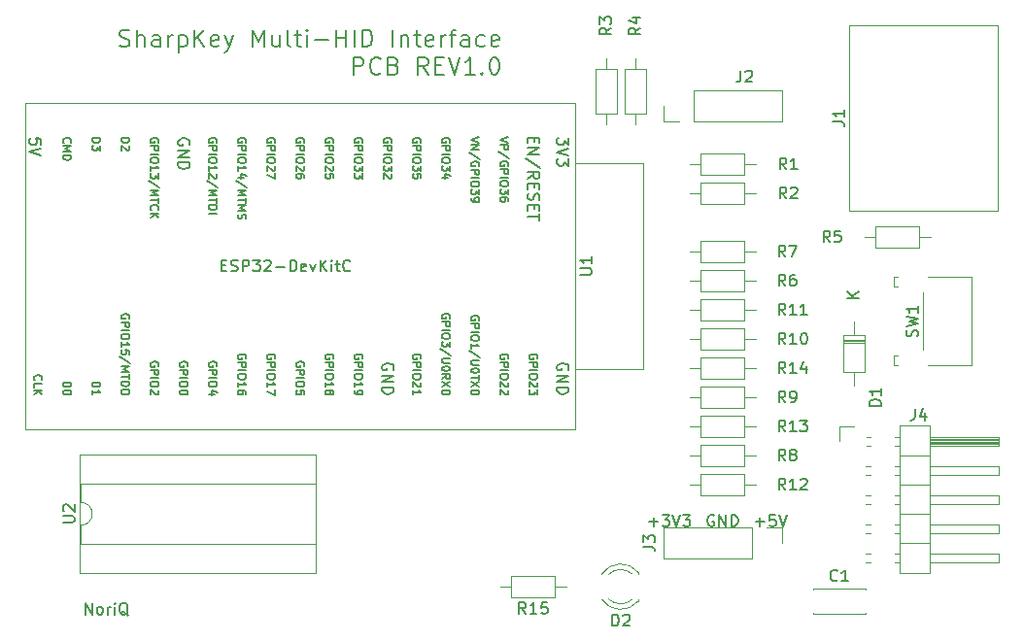
<source format=gto>
G04 #@! TF.GenerationSoftware,KiCad,Pcbnew,7.0.9*
G04 #@! TF.CreationDate,2023-11-12T17:18:31+09:00*
G04 #@! TF.ProjectId,SharpKeyQ,53686172-704b-4657-9951-2e6b69636164,rev?*
G04 #@! TF.SameCoordinates,Original*
G04 #@! TF.FileFunction,Legend,Top*
G04 #@! TF.FilePolarity,Positive*
%FSLAX46Y46*%
G04 Gerber Fmt 4.6, Leading zero omitted, Abs format (unit mm)*
G04 Created by KiCad (PCBNEW 7.0.9) date 2023-11-12 17:18:31*
%MOMM*%
%LPD*%
G01*
G04 APERTURE LIST*
%ADD10C,0.187500*%
%ADD11C,0.150000*%
%ADD12C,0.120000*%
G04 APERTURE END LIST*
D10*
X93519502Y-69710250D02*
X93733788Y-69781678D01*
X93733788Y-69781678D02*
X94090930Y-69781678D01*
X94090930Y-69781678D02*
X94233788Y-69710250D01*
X94233788Y-69710250D02*
X94305216Y-69638821D01*
X94305216Y-69638821D02*
X94376645Y-69495964D01*
X94376645Y-69495964D02*
X94376645Y-69353107D01*
X94376645Y-69353107D02*
X94305216Y-69210250D01*
X94305216Y-69210250D02*
X94233788Y-69138821D01*
X94233788Y-69138821D02*
X94090930Y-69067392D01*
X94090930Y-69067392D02*
X93805216Y-68995964D01*
X93805216Y-68995964D02*
X93662359Y-68924535D01*
X93662359Y-68924535D02*
X93590930Y-68853107D01*
X93590930Y-68853107D02*
X93519502Y-68710250D01*
X93519502Y-68710250D02*
X93519502Y-68567392D01*
X93519502Y-68567392D02*
X93590930Y-68424535D01*
X93590930Y-68424535D02*
X93662359Y-68353107D01*
X93662359Y-68353107D02*
X93805216Y-68281678D01*
X93805216Y-68281678D02*
X94162359Y-68281678D01*
X94162359Y-68281678D02*
X94376645Y-68353107D01*
X95019501Y-69781678D02*
X95019501Y-68281678D01*
X95662359Y-69781678D02*
X95662359Y-68995964D01*
X95662359Y-68995964D02*
X95590930Y-68853107D01*
X95590930Y-68853107D02*
X95448073Y-68781678D01*
X95448073Y-68781678D02*
X95233787Y-68781678D01*
X95233787Y-68781678D02*
X95090930Y-68853107D01*
X95090930Y-68853107D02*
X95019501Y-68924535D01*
X97019502Y-69781678D02*
X97019502Y-68995964D01*
X97019502Y-68995964D02*
X96948073Y-68853107D01*
X96948073Y-68853107D02*
X96805216Y-68781678D01*
X96805216Y-68781678D02*
X96519502Y-68781678D01*
X96519502Y-68781678D02*
X96376644Y-68853107D01*
X97019502Y-69710250D02*
X96876644Y-69781678D01*
X96876644Y-69781678D02*
X96519502Y-69781678D01*
X96519502Y-69781678D02*
X96376644Y-69710250D01*
X96376644Y-69710250D02*
X96305216Y-69567392D01*
X96305216Y-69567392D02*
X96305216Y-69424535D01*
X96305216Y-69424535D02*
X96376644Y-69281678D01*
X96376644Y-69281678D02*
X96519502Y-69210250D01*
X96519502Y-69210250D02*
X96876644Y-69210250D01*
X96876644Y-69210250D02*
X97019502Y-69138821D01*
X97733787Y-69781678D02*
X97733787Y-68781678D01*
X97733787Y-69067392D02*
X97805216Y-68924535D01*
X97805216Y-68924535D02*
X97876645Y-68853107D01*
X97876645Y-68853107D02*
X98019502Y-68781678D01*
X98019502Y-68781678D02*
X98162359Y-68781678D01*
X98662358Y-68781678D02*
X98662358Y-70281678D01*
X98662358Y-68853107D02*
X98805216Y-68781678D01*
X98805216Y-68781678D02*
X99090930Y-68781678D01*
X99090930Y-68781678D02*
X99233787Y-68853107D01*
X99233787Y-68853107D02*
X99305216Y-68924535D01*
X99305216Y-68924535D02*
X99376644Y-69067392D01*
X99376644Y-69067392D02*
X99376644Y-69495964D01*
X99376644Y-69495964D02*
X99305216Y-69638821D01*
X99305216Y-69638821D02*
X99233787Y-69710250D01*
X99233787Y-69710250D02*
X99090930Y-69781678D01*
X99090930Y-69781678D02*
X98805216Y-69781678D01*
X98805216Y-69781678D02*
X98662358Y-69710250D01*
X100019501Y-69781678D02*
X100019501Y-68281678D01*
X100876644Y-69781678D02*
X100233787Y-68924535D01*
X100876644Y-68281678D02*
X100019501Y-69138821D01*
X102090930Y-69710250D02*
X101948073Y-69781678D01*
X101948073Y-69781678D02*
X101662359Y-69781678D01*
X101662359Y-69781678D02*
X101519501Y-69710250D01*
X101519501Y-69710250D02*
X101448073Y-69567392D01*
X101448073Y-69567392D02*
X101448073Y-68995964D01*
X101448073Y-68995964D02*
X101519501Y-68853107D01*
X101519501Y-68853107D02*
X101662359Y-68781678D01*
X101662359Y-68781678D02*
X101948073Y-68781678D01*
X101948073Y-68781678D02*
X102090930Y-68853107D01*
X102090930Y-68853107D02*
X102162359Y-68995964D01*
X102162359Y-68995964D02*
X102162359Y-69138821D01*
X102162359Y-69138821D02*
X101448073Y-69281678D01*
X102662358Y-68781678D02*
X103019501Y-69781678D01*
X103376644Y-68781678D02*
X103019501Y-69781678D01*
X103019501Y-69781678D02*
X102876644Y-70138821D01*
X102876644Y-70138821D02*
X102805215Y-70210250D01*
X102805215Y-70210250D02*
X102662358Y-70281678D01*
X105090929Y-69781678D02*
X105090929Y-68281678D01*
X105090929Y-68281678D02*
X105590929Y-69353107D01*
X105590929Y-69353107D02*
X106090929Y-68281678D01*
X106090929Y-68281678D02*
X106090929Y-69781678D01*
X107448073Y-68781678D02*
X107448073Y-69781678D01*
X106805215Y-68781678D02*
X106805215Y-69567392D01*
X106805215Y-69567392D02*
X106876644Y-69710250D01*
X106876644Y-69710250D02*
X107019501Y-69781678D01*
X107019501Y-69781678D02*
X107233787Y-69781678D01*
X107233787Y-69781678D02*
X107376644Y-69710250D01*
X107376644Y-69710250D02*
X107448073Y-69638821D01*
X108376644Y-69781678D02*
X108233787Y-69710250D01*
X108233787Y-69710250D02*
X108162358Y-69567392D01*
X108162358Y-69567392D02*
X108162358Y-68281678D01*
X108733787Y-68781678D02*
X109305215Y-68781678D01*
X108948072Y-68281678D02*
X108948072Y-69567392D01*
X108948072Y-69567392D02*
X109019501Y-69710250D01*
X109019501Y-69710250D02*
X109162358Y-69781678D01*
X109162358Y-69781678D02*
X109305215Y-69781678D01*
X109805215Y-69781678D02*
X109805215Y-68781678D01*
X109805215Y-68281678D02*
X109733787Y-68353107D01*
X109733787Y-68353107D02*
X109805215Y-68424535D01*
X109805215Y-68424535D02*
X109876644Y-68353107D01*
X109876644Y-68353107D02*
X109805215Y-68281678D01*
X109805215Y-68281678D02*
X109805215Y-68424535D01*
X110519501Y-69210250D02*
X111662359Y-69210250D01*
X112376644Y-69781678D02*
X112376644Y-68281678D01*
X112376644Y-68995964D02*
X113233787Y-68995964D01*
X113233787Y-69781678D02*
X113233787Y-68281678D01*
X113948073Y-69781678D02*
X113948073Y-68281678D01*
X114662359Y-69781678D02*
X114662359Y-68281678D01*
X114662359Y-68281678D02*
X115019502Y-68281678D01*
X115019502Y-68281678D02*
X115233788Y-68353107D01*
X115233788Y-68353107D02*
X115376645Y-68495964D01*
X115376645Y-68495964D02*
X115448074Y-68638821D01*
X115448074Y-68638821D02*
X115519502Y-68924535D01*
X115519502Y-68924535D02*
X115519502Y-69138821D01*
X115519502Y-69138821D02*
X115448074Y-69424535D01*
X115448074Y-69424535D02*
X115376645Y-69567392D01*
X115376645Y-69567392D02*
X115233788Y-69710250D01*
X115233788Y-69710250D02*
X115019502Y-69781678D01*
X115019502Y-69781678D02*
X114662359Y-69781678D01*
X117305216Y-69781678D02*
X117305216Y-68281678D01*
X118019502Y-68781678D02*
X118019502Y-69781678D01*
X118019502Y-68924535D02*
X118090931Y-68853107D01*
X118090931Y-68853107D02*
X118233788Y-68781678D01*
X118233788Y-68781678D02*
X118448074Y-68781678D01*
X118448074Y-68781678D02*
X118590931Y-68853107D01*
X118590931Y-68853107D02*
X118662360Y-68995964D01*
X118662360Y-68995964D02*
X118662360Y-69781678D01*
X119162360Y-68781678D02*
X119733788Y-68781678D01*
X119376645Y-68281678D02*
X119376645Y-69567392D01*
X119376645Y-69567392D02*
X119448074Y-69710250D01*
X119448074Y-69710250D02*
X119590931Y-69781678D01*
X119590931Y-69781678D02*
X119733788Y-69781678D01*
X120805217Y-69710250D02*
X120662360Y-69781678D01*
X120662360Y-69781678D02*
X120376646Y-69781678D01*
X120376646Y-69781678D02*
X120233788Y-69710250D01*
X120233788Y-69710250D02*
X120162360Y-69567392D01*
X120162360Y-69567392D02*
X120162360Y-68995964D01*
X120162360Y-68995964D02*
X120233788Y-68853107D01*
X120233788Y-68853107D02*
X120376646Y-68781678D01*
X120376646Y-68781678D02*
X120662360Y-68781678D01*
X120662360Y-68781678D02*
X120805217Y-68853107D01*
X120805217Y-68853107D02*
X120876646Y-68995964D01*
X120876646Y-68995964D02*
X120876646Y-69138821D01*
X120876646Y-69138821D02*
X120162360Y-69281678D01*
X121519502Y-69781678D02*
X121519502Y-68781678D01*
X121519502Y-69067392D02*
X121590931Y-68924535D01*
X121590931Y-68924535D02*
X121662360Y-68853107D01*
X121662360Y-68853107D02*
X121805217Y-68781678D01*
X121805217Y-68781678D02*
X121948074Y-68781678D01*
X122233788Y-68781678D02*
X122805216Y-68781678D01*
X122448073Y-69781678D02*
X122448073Y-68495964D01*
X122448073Y-68495964D02*
X122519502Y-68353107D01*
X122519502Y-68353107D02*
X122662359Y-68281678D01*
X122662359Y-68281678D02*
X122805216Y-68281678D01*
X123948074Y-69781678D02*
X123948074Y-68995964D01*
X123948074Y-68995964D02*
X123876645Y-68853107D01*
X123876645Y-68853107D02*
X123733788Y-68781678D01*
X123733788Y-68781678D02*
X123448074Y-68781678D01*
X123448074Y-68781678D02*
X123305216Y-68853107D01*
X123948074Y-69710250D02*
X123805216Y-69781678D01*
X123805216Y-69781678D02*
X123448074Y-69781678D01*
X123448074Y-69781678D02*
X123305216Y-69710250D01*
X123305216Y-69710250D02*
X123233788Y-69567392D01*
X123233788Y-69567392D02*
X123233788Y-69424535D01*
X123233788Y-69424535D02*
X123305216Y-69281678D01*
X123305216Y-69281678D02*
X123448074Y-69210250D01*
X123448074Y-69210250D02*
X123805216Y-69210250D01*
X123805216Y-69210250D02*
X123948074Y-69138821D01*
X125305217Y-69710250D02*
X125162359Y-69781678D01*
X125162359Y-69781678D02*
X124876645Y-69781678D01*
X124876645Y-69781678D02*
X124733788Y-69710250D01*
X124733788Y-69710250D02*
X124662359Y-69638821D01*
X124662359Y-69638821D02*
X124590931Y-69495964D01*
X124590931Y-69495964D02*
X124590931Y-69067392D01*
X124590931Y-69067392D02*
X124662359Y-68924535D01*
X124662359Y-68924535D02*
X124733788Y-68853107D01*
X124733788Y-68853107D02*
X124876645Y-68781678D01*
X124876645Y-68781678D02*
X125162359Y-68781678D01*
X125162359Y-68781678D02*
X125305217Y-68853107D01*
X126519502Y-69710250D02*
X126376645Y-69781678D01*
X126376645Y-69781678D02*
X126090931Y-69781678D01*
X126090931Y-69781678D02*
X125948073Y-69710250D01*
X125948073Y-69710250D02*
X125876645Y-69567392D01*
X125876645Y-69567392D02*
X125876645Y-68995964D01*
X125876645Y-68995964D02*
X125948073Y-68853107D01*
X125948073Y-68853107D02*
X126090931Y-68781678D01*
X126090931Y-68781678D02*
X126376645Y-68781678D01*
X126376645Y-68781678D02*
X126519502Y-68853107D01*
X126519502Y-68853107D02*
X126590931Y-68995964D01*
X126590931Y-68995964D02*
X126590931Y-69138821D01*
X126590931Y-69138821D02*
X125876645Y-69281678D01*
X113876645Y-72196678D02*
X113876645Y-70696678D01*
X113876645Y-70696678D02*
X114448074Y-70696678D01*
X114448074Y-70696678D02*
X114590931Y-70768107D01*
X114590931Y-70768107D02*
X114662360Y-70839535D01*
X114662360Y-70839535D02*
X114733788Y-70982392D01*
X114733788Y-70982392D02*
X114733788Y-71196678D01*
X114733788Y-71196678D02*
X114662360Y-71339535D01*
X114662360Y-71339535D02*
X114590931Y-71410964D01*
X114590931Y-71410964D02*
X114448074Y-71482392D01*
X114448074Y-71482392D02*
X113876645Y-71482392D01*
X116233788Y-72053821D02*
X116162360Y-72125250D01*
X116162360Y-72125250D02*
X115948074Y-72196678D01*
X115948074Y-72196678D02*
X115805217Y-72196678D01*
X115805217Y-72196678D02*
X115590931Y-72125250D01*
X115590931Y-72125250D02*
X115448074Y-71982392D01*
X115448074Y-71982392D02*
X115376645Y-71839535D01*
X115376645Y-71839535D02*
X115305217Y-71553821D01*
X115305217Y-71553821D02*
X115305217Y-71339535D01*
X115305217Y-71339535D02*
X115376645Y-71053821D01*
X115376645Y-71053821D02*
X115448074Y-70910964D01*
X115448074Y-70910964D02*
X115590931Y-70768107D01*
X115590931Y-70768107D02*
X115805217Y-70696678D01*
X115805217Y-70696678D02*
X115948074Y-70696678D01*
X115948074Y-70696678D02*
X116162360Y-70768107D01*
X116162360Y-70768107D02*
X116233788Y-70839535D01*
X117376645Y-71410964D02*
X117590931Y-71482392D01*
X117590931Y-71482392D02*
X117662360Y-71553821D01*
X117662360Y-71553821D02*
X117733788Y-71696678D01*
X117733788Y-71696678D02*
X117733788Y-71910964D01*
X117733788Y-71910964D02*
X117662360Y-72053821D01*
X117662360Y-72053821D02*
X117590931Y-72125250D01*
X117590931Y-72125250D02*
X117448074Y-72196678D01*
X117448074Y-72196678D02*
X116876645Y-72196678D01*
X116876645Y-72196678D02*
X116876645Y-70696678D01*
X116876645Y-70696678D02*
X117376645Y-70696678D01*
X117376645Y-70696678D02*
X117519503Y-70768107D01*
X117519503Y-70768107D02*
X117590931Y-70839535D01*
X117590931Y-70839535D02*
X117662360Y-70982392D01*
X117662360Y-70982392D02*
X117662360Y-71125250D01*
X117662360Y-71125250D02*
X117590931Y-71268107D01*
X117590931Y-71268107D02*
X117519503Y-71339535D01*
X117519503Y-71339535D02*
X117376645Y-71410964D01*
X117376645Y-71410964D02*
X116876645Y-71410964D01*
X120376645Y-72196678D02*
X119876645Y-71482392D01*
X119519502Y-72196678D02*
X119519502Y-70696678D01*
X119519502Y-70696678D02*
X120090931Y-70696678D01*
X120090931Y-70696678D02*
X120233788Y-70768107D01*
X120233788Y-70768107D02*
X120305217Y-70839535D01*
X120305217Y-70839535D02*
X120376645Y-70982392D01*
X120376645Y-70982392D02*
X120376645Y-71196678D01*
X120376645Y-71196678D02*
X120305217Y-71339535D01*
X120305217Y-71339535D02*
X120233788Y-71410964D01*
X120233788Y-71410964D02*
X120090931Y-71482392D01*
X120090931Y-71482392D02*
X119519502Y-71482392D01*
X121019502Y-71410964D02*
X121519502Y-71410964D01*
X121733788Y-72196678D02*
X121019502Y-72196678D01*
X121019502Y-72196678D02*
X121019502Y-70696678D01*
X121019502Y-70696678D02*
X121733788Y-70696678D01*
X122162360Y-70696678D02*
X122662360Y-72196678D01*
X122662360Y-72196678D02*
X123162360Y-70696678D01*
X124448074Y-72196678D02*
X123590931Y-72196678D01*
X124019502Y-72196678D02*
X124019502Y-70696678D01*
X124019502Y-70696678D02*
X123876645Y-70910964D01*
X123876645Y-70910964D02*
X123733788Y-71053821D01*
X123733788Y-71053821D02*
X123590931Y-71125250D01*
X125090930Y-72053821D02*
X125162359Y-72125250D01*
X125162359Y-72125250D02*
X125090930Y-72196678D01*
X125090930Y-72196678D02*
X125019502Y-72125250D01*
X125019502Y-72125250D02*
X125090930Y-72053821D01*
X125090930Y-72053821D02*
X125090930Y-72196678D01*
X126090931Y-70696678D02*
X126233788Y-70696678D01*
X126233788Y-70696678D02*
X126376645Y-70768107D01*
X126376645Y-70768107D02*
X126448074Y-70839535D01*
X126448074Y-70839535D02*
X126519502Y-70982392D01*
X126519502Y-70982392D02*
X126590931Y-71268107D01*
X126590931Y-71268107D02*
X126590931Y-71625250D01*
X126590931Y-71625250D02*
X126519502Y-71910964D01*
X126519502Y-71910964D02*
X126448074Y-72053821D01*
X126448074Y-72053821D02*
X126376645Y-72125250D01*
X126376645Y-72125250D02*
X126233788Y-72196678D01*
X126233788Y-72196678D02*
X126090931Y-72196678D01*
X126090931Y-72196678D02*
X125948074Y-72125250D01*
X125948074Y-72125250D02*
X125876645Y-72053821D01*
X125876645Y-72053821D02*
X125805216Y-71910964D01*
X125805216Y-71910964D02*
X125733788Y-71625250D01*
X125733788Y-71625250D02*
X125733788Y-71268107D01*
X125733788Y-71268107D02*
X125805216Y-70982392D01*
X125805216Y-70982392D02*
X125876645Y-70839535D01*
X125876645Y-70839535D02*
X125948074Y-70768107D01*
X125948074Y-70768107D02*
X126090931Y-70696678D01*
D11*
X145288095Y-110627438D02*
X145192857Y-110579819D01*
X145192857Y-110579819D02*
X145050000Y-110579819D01*
X145050000Y-110579819D02*
X144907143Y-110627438D01*
X144907143Y-110627438D02*
X144811905Y-110722676D01*
X144811905Y-110722676D02*
X144764286Y-110817914D01*
X144764286Y-110817914D02*
X144716667Y-111008390D01*
X144716667Y-111008390D02*
X144716667Y-111151247D01*
X144716667Y-111151247D02*
X144764286Y-111341723D01*
X144764286Y-111341723D02*
X144811905Y-111436961D01*
X144811905Y-111436961D02*
X144907143Y-111532200D01*
X144907143Y-111532200D02*
X145050000Y-111579819D01*
X145050000Y-111579819D02*
X145145238Y-111579819D01*
X145145238Y-111579819D02*
X145288095Y-111532200D01*
X145288095Y-111532200D02*
X145335714Y-111484580D01*
X145335714Y-111484580D02*
X145335714Y-111151247D01*
X145335714Y-111151247D02*
X145145238Y-111151247D01*
X145764286Y-111579819D02*
X145764286Y-110579819D01*
X145764286Y-110579819D02*
X146335714Y-111579819D01*
X146335714Y-111579819D02*
X146335714Y-110579819D01*
X146811905Y-111579819D02*
X146811905Y-110579819D01*
X146811905Y-110579819D02*
X147050000Y-110579819D01*
X147050000Y-110579819D02*
X147192857Y-110627438D01*
X147192857Y-110627438D02*
X147288095Y-110722676D01*
X147288095Y-110722676D02*
X147335714Y-110817914D01*
X147335714Y-110817914D02*
X147383333Y-111008390D01*
X147383333Y-111008390D02*
X147383333Y-111151247D01*
X147383333Y-111151247D02*
X147335714Y-111341723D01*
X147335714Y-111341723D02*
X147288095Y-111436961D01*
X147288095Y-111436961D02*
X147192857Y-111532200D01*
X147192857Y-111532200D02*
X147050000Y-111579819D01*
X147050000Y-111579819D02*
X146811905Y-111579819D01*
X139649411Y-111198866D02*
X140411316Y-111198866D01*
X140030363Y-111579819D02*
X140030363Y-110817914D01*
X140792268Y-110579819D02*
X141411315Y-110579819D01*
X141411315Y-110579819D02*
X141077982Y-110960771D01*
X141077982Y-110960771D02*
X141220839Y-110960771D01*
X141220839Y-110960771D02*
X141316077Y-111008390D01*
X141316077Y-111008390D02*
X141363696Y-111056009D01*
X141363696Y-111056009D02*
X141411315Y-111151247D01*
X141411315Y-111151247D02*
X141411315Y-111389342D01*
X141411315Y-111389342D02*
X141363696Y-111484580D01*
X141363696Y-111484580D02*
X141316077Y-111532200D01*
X141316077Y-111532200D02*
X141220839Y-111579819D01*
X141220839Y-111579819D02*
X140935125Y-111579819D01*
X140935125Y-111579819D02*
X140839887Y-111532200D01*
X140839887Y-111532200D02*
X140792268Y-111484580D01*
X141697030Y-110579819D02*
X142030363Y-111579819D01*
X142030363Y-111579819D02*
X142363696Y-110579819D01*
X142601792Y-110579819D02*
X143220839Y-110579819D01*
X143220839Y-110579819D02*
X142887506Y-110960771D01*
X142887506Y-110960771D02*
X143030363Y-110960771D01*
X143030363Y-110960771D02*
X143125601Y-111008390D01*
X143125601Y-111008390D02*
X143173220Y-111056009D01*
X143173220Y-111056009D02*
X143220839Y-111151247D01*
X143220839Y-111151247D02*
X143220839Y-111389342D01*
X143220839Y-111389342D02*
X143173220Y-111484580D01*
X143173220Y-111484580D02*
X143125601Y-111532200D01*
X143125601Y-111532200D02*
X143030363Y-111579819D01*
X143030363Y-111579819D02*
X142744649Y-111579819D01*
X142744649Y-111579819D02*
X142649411Y-111532200D01*
X142649411Y-111532200D02*
X142601792Y-111484580D01*
X90506779Y-119249819D02*
X90506779Y-118249819D01*
X90506779Y-118249819D02*
X91078207Y-119249819D01*
X91078207Y-119249819D02*
X91078207Y-118249819D01*
X91697255Y-119249819D02*
X91602017Y-119202200D01*
X91602017Y-119202200D02*
X91554398Y-119154580D01*
X91554398Y-119154580D02*
X91506779Y-119059342D01*
X91506779Y-119059342D02*
X91506779Y-118773628D01*
X91506779Y-118773628D02*
X91554398Y-118678390D01*
X91554398Y-118678390D02*
X91602017Y-118630771D01*
X91602017Y-118630771D02*
X91697255Y-118583152D01*
X91697255Y-118583152D02*
X91840112Y-118583152D01*
X91840112Y-118583152D02*
X91935350Y-118630771D01*
X91935350Y-118630771D02*
X91982969Y-118678390D01*
X91982969Y-118678390D02*
X92030588Y-118773628D01*
X92030588Y-118773628D02*
X92030588Y-119059342D01*
X92030588Y-119059342D02*
X91982969Y-119154580D01*
X91982969Y-119154580D02*
X91935350Y-119202200D01*
X91935350Y-119202200D02*
X91840112Y-119249819D01*
X91840112Y-119249819D02*
X91697255Y-119249819D01*
X92459160Y-119249819D02*
X92459160Y-118583152D01*
X92459160Y-118773628D02*
X92506779Y-118678390D01*
X92506779Y-118678390D02*
X92554398Y-118630771D01*
X92554398Y-118630771D02*
X92649636Y-118583152D01*
X92649636Y-118583152D02*
X92744874Y-118583152D01*
X93078208Y-119249819D02*
X93078208Y-118583152D01*
X93078208Y-118249819D02*
X93030589Y-118297438D01*
X93030589Y-118297438D02*
X93078208Y-118345057D01*
X93078208Y-118345057D02*
X93125827Y-118297438D01*
X93125827Y-118297438D02*
X93078208Y-118249819D01*
X93078208Y-118249819D02*
X93078208Y-118345057D01*
X94221064Y-119345057D02*
X94125826Y-119297438D01*
X94125826Y-119297438D02*
X94030588Y-119202200D01*
X94030588Y-119202200D02*
X93887731Y-119059342D01*
X93887731Y-119059342D02*
X93792493Y-119011723D01*
X93792493Y-119011723D02*
X93697255Y-119011723D01*
X93744874Y-119249819D02*
X93649636Y-119202200D01*
X93649636Y-119202200D02*
X93554398Y-119106961D01*
X93554398Y-119106961D02*
X93506779Y-118916485D01*
X93506779Y-118916485D02*
X93506779Y-118583152D01*
X93506779Y-118583152D02*
X93554398Y-118392676D01*
X93554398Y-118392676D02*
X93649636Y-118297438D01*
X93649636Y-118297438D02*
X93744874Y-118249819D01*
X93744874Y-118249819D02*
X93935350Y-118249819D01*
X93935350Y-118249819D02*
X94030588Y-118297438D01*
X94030588Y-118297438D02*
X94125826Y-118392676D01*
X94125826Y-118392676D02*
X94173445Y-118583152D01*
X94173445Y-118583152D02*
X94173445Y-118916485D01*
X94173445Y-118916485D02*
X94125826Y-119106961D01*
X94125826Y-119106961D02*
X94030588Y-119202200D01*
X94030588Y-119202200D02*
X93935350Y-119249819D01*
X93935350Y-119249819D02*
X93744874Y-119249819D01*
X148926779Y-111198866D02*
X149688684Y-111198866D01*
X149307731Y-111579819D02*
X149307731Y-110817914D01*
X150641064Y-110579819D02*
X150164874Y-110579819D01*
X150164874Y-110579819D02*
X150117255Y-111056009D01*
X150117255Y-111056009D02*
X150164874Y-111008390D01*
X150164874Y-111008390D02*
X150260112Y-110960771D01*
X150260112Y-110960771D02*
X150498207Y-110960771D01*
X150498207Y-110960771D02*
X150593445Y-111008390D01*
X150593445Y-111008390D02*
X150641064Y-111056009D01*
X150641064Y-111056009D02*
X150688683Y-111151247D01*
X150688683Y-111151247D02*
X150688683Y-111389342D01*
X150688683Y-111389342D02*
X150641064Y-111484580D01*
X150641064Y-111484580D02*
X150593445Y-111532200D01*
X150593445Y-111532200D02*
X150498207Y-111579819D01*
X150498207Y-111579819D02*
X150260112Y-111579819D01*
X150260112Y-111579819D02*
X150164874Y-111532200D01*
X150164874Y-111532200D02*
X150117255Y-111484580D01*
X150974398Y-110579819D02*
X151307731Y-111579819D01*
X151307731Y-111579819D02*
X151641064Y-110579819D01*
X151508207Y-100784819D02*
X151174874Y-100308628D01*
X150936779Y-100784819D02*
X150936779Y-99784819D01*
X150936779Y-99784819D02*
X151317731Y-99784819D01*
X151317731Y-99784819D02*
X151412969Y-99832438D01*
X151412969Y-99832438D02*
X151460588Y-99880057D01*
X151460588Y-99880057D02*
X151508207Y-99975295D01*
X151508207Y-99975295D02*
X151508207Y-100118152D01*
X151508207Y-100118152D02*
X151460588Y-100213390D01*
X151460588Y-100213390D02*
X151412969Y-100261009D01*
X151412969Y-100261009D02*
X151317731Y-100308628D01*
X151317731Y-100308628D02*
X150936779Y-100308628D01*
X151984398Y-100784819D02*
X152174874Y-100784819D01*
X152174874Y-100784819D02*
X152270112Y-100737200D01*
X152270112Y-100737200D02*
X152317731Y-100689580D01*
X152317731Y-100689580D02*
X152412969Y-100546723D01*
X152412969Y-100546723D02*
X152460588Y-100356247D01*
X152460588Y-100356247D02*
X152460588Y-99975295D01*
X152460588Y-99975295D02*
X152412969Y-99880057D01*
X152412969Y-99880057D02*
X152365350Y-99832438D01*
X152365350Y-99832438D02*
X152270112Y-99784819D01*
X152270112Y-99784819D02*
X152079636Y-99784819D01*
X152079636Y-99784819D02*
X151984398Y-99832438D01*
X151984398Y-99832438D02*
X151936779Y-99880057D01*
X151936779Y-99880057D02*
X151889160Y-99975295D01*
X151889160Y-99975295D02*
X151889160Y-100213390D01*
X151889160Y-100213390D02*
X151936779Y-100308628D01*
X151936779Y-100308628D02*
X151984398Y-100356247D01*
X151984398Y-100356247D02*
X152079636Y-100403866D01*
X152079636Y-100403866D02*
X152270112Y-100403866D01*
X152270112Y-100403866D02*
X152365350Y-100356247D01*
X152365350Y-100356247D02*
X152412969Y-100308628D01*
X152412969Y-100308628D02*
X152460588Y-100213390D01*
X138884819Y-68111666D02*
X138408628Y-68444999D01*
X138884819Y-68683094D02*
X137884819Y-68683094D01*
X137884819Y-68683094D02*
X137884819Y-68302142D01*
X137884819Y-68302142D02*
X137932438Y-68206904D01*
X137932438Y-68206904D02*
X137980057Y-68159285D01*
X137980057Y-68159285D02*
X138075295Y-68111666D01*
X138075295Y-68111666D02*
X138218152Y-68111666D01*
X138218152Y-68111666D02*
X138313390Y-68159285D01*
X138313390Y-68159285D02*
X138361009Y-68206904D01*
X138361009Y-68206904D02*
X138408628Y-68302142D01*
X138408628Y-68302142D02*
X138408628Y-68683094D01*
X138218152Y-67254523D02*
X138884819Y-67254523D01*
X137837200Y-67492618D02*
X138551485Y-67730713D01*
X138551485Y-67730713D02*
X138551485Y-67111666D01*
X151598333Y-83004819D02*
X151265000Y-82528628D01*
X151026905Y-83004819D02*
X151026905Y-82004819D01*
X151026905Y-82004819D02*
X151407857Y-82004819D01*
X151407857Y-82004819D02*
X151503095Y-82052438D01*
X151503095Y-82052438D02*
X151550714Y-82100057D01*
X151550714Y-82100057D02*
X151598333Y-82195295D01*
X151598333Y-82195295D02*
X151598333Y-82338152D01*
X151598333Y-82338152D02*
X151550714Y-82433390D01*
X151550714Y-82433390D02*
X151503095Y-82481009D01*
X151503095Y-82481009D02*
X151407857Y-82528628D01*
X151407857Y-82528628D02*
X151026905Y-82528628D01*
X151979286Y-82100057D02*
X152026905Y-82052438D01*
X152026905Y-82052438D02*
X152122143Y-82004819D01*
X152122143Y-82004819D02*
X152360238Y-82004819D01*
X152360238Y-82004819D02*
X152455476Y-82052438D01*
X152455476Y-82052438D02*
X152503095Y-82100057D01*
X152503095Y-82100057D02*
X152550714Y-82195295D01*
X152550714Y-82195295D02*
X152550714Y-82290533D01*
X152550714Y-82290533D02*
X152503095Y-82433390D01*
X152503095Y-82433390D02*
X151931667Y-83004819D01*
X151931667Y-83004819D02*
X152550714Y-83004819D01*
X155408333Y-86814819D02*
X155075000Y-86338628D01*
X154836905Y-86814819D02*
X154836905Y-85814819D01*
X154836905Y-85814819D02*
X155217857Y-85814819D01*
X155217857Y-85814819D02*
X155313095Y-85862438D01*
X155313095Y-85862438D02*
X155360714Y-85910057D01*
X155360714Y-85910057D02*
X155408333Y-86005295D01*
X155408333Y-86005295D02*
X155408333Y-86148152D01*
X155408333Y-86148152D02*
X155360714Y-86243390D01*
X155360714Y-86243390D02*
X155313095Y-86291009D01*
X155313095Y-86291009D02*
X155217857Y-86338628D01*
X155217857Y-86338628D02*
X154836905Y-86338628D01*
X156313095Y-85814819D02*
X155836905Y-85814819D01*
X155836905Y-85814819D02*
X155789286Y-86291009D01*
X155789286Y-86291009D02*
X155836905Y-86243390D01*
X155836905Y-86243390D02*
X155932143Y-86195771D01*
X155932143Y-86195771D02*
X156170238Y-86195771D01*
X156170238Y-86195771D02*
X156265476Y-86243390D01*
X156265476Y-86243390D02*
X156313095Y-86291009D01*
X156313095Y-86291009D02*
X156360714Y-86386247D01*
X156360714Y-86386247D02*
X156360714Y-86624342D01*
X156360714Y-86624342D02*
X156313095Y-86719580D01*
X156313095Y-86719580D02*
X156265476Y-86767200D01*
X156265476Y-86767200D02*
X156170238Y-86814819D01*
X156170238Y-86814819D02*
X155932143Y-86814819D01*
X155932143Y-86814819D02*
X155836905Y-86767200D01*
X155836905Y-86767200D02*
X155789286Y-86719580D01*
X128897142Y-119199819D02*
X128563809Y-118723628D01*
X128325714Y-119199819D02*
X128325714Y-118199819D01*
X128325714Y-118199819D02*
X128706666Y-118199819D01*
X128706666Y-118199819D02*
X128801904Y-118247438D01*
X128801904Y-118247438D02*
X128849523Y-118295057D01*
X128849523Y-118295057D02*
X128897142Y-118390295D01*
X128897142Y-118390295D02*
X128897142Y-118533152D01*
X128897142Y-118533152D02*
X128849523Y-118628390D01*
X128849523Y-118628390D02*
X128801904Y-118676009D01*
X128801904Y-118676009D02*
X128706666Y-118723628D01*
X128706666Y-118723628D02*
X128325714Y-118723628D01*
X129849523Y-119199819D02*
X129278095Y-119199819D01*
X129563809Y-119199819D02*
X129563809Y-118199819D01*
X129563809Y-118199819D02*
X129468571Y-118342676D01*
X129468571Y-118342676D02*
X129373333Y-118437914D01*
X129373333Y-118437914D02*
X129278095Y-118485533D01*
X130754285Y-118199819D02*
X130278095Y-118199819D01*
X130278095Y-118199819D02*
X130230476Y-118676009D01*
X130230476Y-118676009D02*
X130278095Y-118628390D01*
X130278095Y-118628390D02*
X130373333Y-118580771D01*
X130373333Y-118580771D02*
X130611428Y-118580771D01*
X130611428Y-118580771D02*
X130706666Y-118628390D01*
X130706666Y-118628390D02*
X130754285Y-118676009D01*
X130754285Y-118676009D02*
X130801904Y-118771247D01*
X130801904Y-118771247D02*
X130801904Y-119009342D01*
X130801904Y-119009342D02*
X130754285Y-119104580D01*
X130754285Y-119104580D02*
X130706666Y-119152200D01*
X130706666Y-119152200D02*
X130611428Y-119199819D01*
X130611428Y-119199819D02*
X130373333Y-119199819D01*
X130373333Y-119199819D02*
X130278095Y-119152200D01*
X130278095Y-119152200D02*
X130230476Y-119104580D01*
X151508207Y-98244819D02*
X151174874Y-97768628D01*
X150936779Y-98244819D02*
X150936779Y-97244819D01*
X150936779Y-97244819D02*
X151317731Y-97244819D01*
X151317731Y-97244819D02*
X151412969Y-97292438D01*
X151412969Y-97292438D02*
X151460588Y-97340057D01*
X151460588Y-97340057D02*
X151508207Y-97435295D01*
X151508207Y-97435295D02*
X151508207Y-97578152D01*
X151508207Y-97578152D02*
X151460588Y-97673390D01*
X151460588Y-97673390D02*
X151412969Y-97721009D01*
X151412969Y-97721009D02*
X151317731Y-97768628D01*
X151317731Y-97768628D02*
X150936779Y-97768628D01*
X152460588Y-98244819D02*
X151889160Y-98244819D01*
X152174874Y-98244819D02*
X152174874Y-97244819D01*
X152174874Y-97244819D02*
X152079636Y-97387676D01*
X152079636Y-97387676D02*
X151984398Y-97482914D01*
X151984398Y-97482914D02*
X151889160Y-97530533D01*
X153317731Y-97578152D02*
X153317731Y-98244819D01*
X153079636Y-97197200D02*
X152841541Y-97911485D01*
X152841541Y-97911485D02*
X153460588Y-97911485D01*
X88564819Y-111251904D02*
X89374342Y-111251904D01*
X89374342Y-111251904D02*
X89469580Y-111204285D01*
X89469580Y-111204285D02*
X89517200Y-111156666D01*
X89517200Y-111156666D02*
X89564819Y-111061428D01*
X89564819Y-111061428D02*
X89564819Y-110870952D01*
X89564819Y-110870952D02*
X89517200Y-110775714D01*
X89517200Y-110775714D02*
X89469580Y-110728095D01*
X89469580Y-110728095D02*
X89374342Y-110680476D01*
X89374342Y-110680476D02*
X88564819Y-110680476D01*
X88660057Y-110251904D02*
X88612438Y-110204285D01*
X88612438Y-110204285D02*
X88564819Y-110109047D01*
X88564819Y-110109047D02*
X88564819Y-109870952D01*
X88564819Y-109870952D02*
X88612438Y-109775714D01*
X88612438Y-109775714D02*
X88660057Y-109728095D01*
X88660057Y-109728095D02*
X88755295Y-109680476D01*
X88755295Y-109680476D02*
X88850533Y-109680476D01*
X88850533Y-109680476D02*
X88993390Y-109728095D01*
X88993390Y-109728095D02*
X89564819Y-110299523D01*
X89564819Y-110299523D02*
X89564819Y-109680476D01*
X139154819Y-113363333D02*
X139869104Y-113363333D01*
X139869104Y-113363333D02*
X140011961Y-113410952D01*
X140011961Y-113410952D02*
X140107200Y-113506190D01*
X140107200Y-113506190D02*
X140154819Y-113649047D01*
X140154819Y-113649047D02*
X140154819Y-113744285D01*
X139154819Y-112982380D02*
X139154819Y-112363333D01*
X139154819Y-112363333D02*
X139535771Y-112696666D01*
X139535771Y-112696666D02*
X139535771Y-112553809D01*
X139535771Y-112553809D02*
X139583390Y-112458571D01*
X139583390Y-112458571D02*
X139631009Y-112410952D01*
X139631009Y-112410952D02*
X139726247Y-112363333D01*
X139726247Y-112363333D02*
X139964342Y-112363333D01*
X139964342Y-112363333D02*
X140059580Y-112410952D01*
X140059580Y-112410952D02*
X140107200Y-112458571D01*
X140107200Y-112458571D02*
X140154819Y-112553809D01*
X140154819Y-112553809D02*
X140154819Y-112839523D01*
X140154819Y-112839523D02*
X140107200Y-112934761D01*
X140107200Y-112934761D02*
X140059580Y-112982380D01*
X133634819Y-89661904D02*
X134444342Y-89661904D01*
X134444342Y-89661904D02*
X134539580Y-89614285D01*
X134539580Y-89614285D02*
X134587200Y-89566666D01*
X134587200Y-89566666D02*
X134634819Y-89471428D01*
X134634819Y-89471428D02*
X134634819Y-89280952D01*
X134634819Y-89280952D02*
X134587200Y-89185714D01*
X134587200Y-89185714D02*
X134539580Y-89138095D01*
X134539580Y-89138095D02*
X134444342Y-89090476D01*
X134444342Y-89090476D02*
X133634819Y-89090476D01*
X134634819Y-88090476D02*
X134634819Y-88661904D01*
X134634819Y-88376190D02*
X133634819Y-88376190D01*
X133634819Y-88376190D02*
X133777676Y-88471428D01*
X133777676Y-88471428D02*
X133872914Y-88566666D01*
X133872914Y-88566666D02*
X133920533Y-88661904D01*
X102354762Y-88831009D02*
X102688095Y-88831009D01*
X102830952Y-89354819D02*
X102354762Y-89354819D01*
X102354762Y-89354819D02*
X102354762Y-88354819D01*
X102354762Y-88354819D02*
X102830952Y-88354819D01*
X103211905Y-89307200D02*
X103354762Y-89354819D01*
X103354762Y-89354819D02*
X103592857Y-89354819D01*
X103592857Y-89354819D02*
X103688095Y-89307200D01*
X103688095Y-89307200D02*
X103735714Y-89259580D01*
X103735714Y-89259580D02*
X103783333Y-89164342D01*
X103783333Y-89164342D02*
X103783333Y-89069104D01*
X103783333Y-89069104D02*
X103735714Y-88973866D01*
X103735714Y-88973866D02*
X103688095Y-88926247D01*
X103688095Y-88926247D02*
X103592857Y-88878628D01*
X103592857Y-88878628D02*
X103402381Y-88831009D01*
X103402381Y-88831009D02*
X103307143Y-88783390D01*
X103307143Y-88783390D02*
X103259524Y-88735771D01*
X103259524Y-88735771D02*
X103211905Y-88640533D01*
X103211905Y-88640533D02*
X103211905Y-88545295D01*
X103211905Y-88545295D02*
X103259524Y-88450057D01*
X103259524Y-88450057D02*
X103307143Y-88402438D01*
X103307143Y-88402438D02*
X103402381Y-88354819D01*
X103402381Y-88354819D02*
X103640476Y-88354819D01*
X103640476Y-88354819D02*
X103783333Y-88402438D01*
X104211905Y-89354819D02*
X104211905Y-88354819D01*
X104211905Y-88354819D02*
X104592857Y-88354819D01*
X104592857Y-88354819D02*
X104688095Y-88402438D01*
X104688095Y-88402438D02*
X104735714Y-88450057D01*
X104735714Y-88450057D02*
X104783333Y-88545295D01*
X104783333Y-88545295D02*
X104783333Y-88688152D01*
X104783333Y-88688152D02*
X104735714Y-88783390D01*
X104735714Y-88783390D02*
X104688095Y-88831009D01*
X104688095Y-88831009D02*
X104592857Y-88878628D01*
X104592857Y-88878628D02*
X104211905Y-88878628D01*
X105116667Y-88354819D02*
X105735714Y-88354819D01*
X105735714Y-88354819D02*
X105402381Y-88735771D01*
X105402381Y-88735771D02*
X105545238Y-88735771D01*
X105545238Y-88735771D02*
X105640476Y-88783390D01*
X105640476Y-88783390D02*
X105688095Y-88831009D01*
X105688095Y-88831009D02*
X105735714Y-88926247D01*
X105735714Y-88926247D02*
X105735714Y-89164342D01*
X105735714Y-89164342D02*
X105688095Y-89259580D01*
X105688095Y-89259580D02*
X105640476Y-89307200D01*
X105640476Y-89307200D02*
X105545238Y-89354819D01*
X105545238Y-89354819D02*
X105259524Y-89354819D01*
X105259524Y-89354819D02*
X105164286Y-89307200D01*
X105164286Y-89307200D02*
X105116667Y-89259580D01*
X106116667Y-88450057D02*
X106164286Y-88402438D01*
X106164286Y-88402438D02*
X106259524Y-88354819D01*
X106259524Y-88354819D02*
X106497619Y-88354819D01*
X106497619Y-88354819D02*
X106592857Y-88402438D01*
X106592857Y-88402438D02*
X106640476Y-88450057D01*
X106640476Y-88450057D02*
X106688095Y-88545295D01*
X106688095Y-88545295D02*
X106688095Y-88640533D01*
X106688095Y-88640533D02*
X106640476Y-88783390D01*
X106640476Y-88783390D02*
X106069048Y-89354819D01*
X106069048Y-89354819D02*
X106688095Y-89354819D01*
X107116667Y-88973866D02*
X107878572Y-88973866D01*
X108354762Y-89354819D02*
X108354762Y-88354819D01*
X108354762Y-88354819D02*
X108592857Y-88354819D01*
X108592857Y-88354819D02*
X108735714Y-88402438D01*
X108735714Y-88402438D02*
X108830952Y-88497676D01*
X108830952Y-88497676D02*
X108878571Y-88592914D01*
X108878571Y-88592914D02*
X108926190Y-88783390D01*
X108926190Y-88783390D02*
X108926190Y-88926247D01*
X108926190Y-88926247D02*
X108878571Y-89116723D01*
X108878571Y-89116723D02*
X108830952Y-89211961D01*
X108830952Y-89211961D02*
X108735714Y-89307200D01*
X108735714Y-89307200D02*
X108592857Y-89354819D01*
X108592857Y-89354819D02*
X108354762Y-89354819D01*
X109735714Y-89307200D02*
X109640476Y-89354819D01*
X109640476Y-89354819D02*
X109450000Y-89354819D01*
X109450000Y-89354819D02*
X109354762Y-89307200D01*
X109354762Y-89307200D02*
X109307143Y-89211961D01*
X109307143Y-89211961D02*
X109307143Y-88831009D01*
X109307143Y-88831009D02*
X109354762Y-88735771D01*
X109354762Y-88735771D02*
X109450000Y-88688152D01*
X109450000Y-88688152D02*
X109640476Y-88688152D01*
X109640476Y-88688152D02*
X109735714Y-88735771D01*
X109735714Y-88735771D02*
X109783333Y-88831009D01*
X109783333Y-88831009D02*
X109783333Y-88926247D01*
X109783333Y-88926247D02*
X109307143Y-89021485D01*
X110116667Y-88688152D02*
X110354762Y-89354819D01*
X110354762Y-89354819D02*
X110592857Y-88688152D01*
X110973810Y-89354819D02*
X110973810Y-88354819D01*
X111545238Y-89354819D02*
X111116667Y-88783390D01*
X111545238Y-88354819D02*
X110973810Y-88926247D01*
X111973810Y-89354819D02*
X111973810Y-88688152D01*
X111973810Y-88354819D02*
X111926191Y-88402438D01*
X111926191Y-88402438D02*
X111973810Y-88450057D01*
X111973810Y-88450057D02*
X112021429Y-88402438D01*
X112021429Y-88402438D02*
X111973810Y-88354819D01*
X111973810Y-88354819D02*
X111973810Y-88450057D01*
X112307143Y-88688152D02*
X112688095Y-88688152D01*
X112450000Y-88354819D02*
X112450000Y-89211961D01*
X112450000Y-89211961D02*
X112497619Y-89307200D01*
X112497619Y-89307200D02*
X112592857Y-89354819D01*
X112592857Y-89354819D02*
X112688095Y-89354819D01*
X113592857Y-89259580D02*
X113545238Y-89307200D01*
X113545238Y-89307200D02*
X113402381Y-89354819D01*
X113402381Y-89354819D02*
X113307143Y-89354819D01*
X113307143Y-89354819D02*
X113164286Y-89307200D01*
X113164286Y-89307200D02*
X113069048Y-89211961D01*
X113069048Y-89211961D02*
X113021429Y-89116723D01*
X113021429Y-89116723D02*
X112973810Y-88926247D01*
X112973810Y-88926247D02*
X112973810Y-88783390D01*
X112973810Y-88783390D02*
X113021429Y-88592914D01*
X113021429Y-88592914D02*
X113069048Y-88497676D01*
X113069048Y-88497676D02*
X113164286Y-88402438D01*
X113164286Y-88402438D02*
X113307143Y-88354819D01*
X113307143Y-88354819D02*
X113402381Y-88354819D01*
X113402381Y-88354819D02*
X113545238Y-88402438D01*
X113545238Y-88402438D02*
X113592857Y-88450057D01*
X112110633Y-96964649D02*
X112143966Y-96897982D01*
X112143966Y-96897982D02*
X112143966Y-96797982D01*
X112143966Y-96797982D02*
X112110633Y-96697982D01*
X112110633Y-96697982D02*
X112043966Y-96631316D01*
X112043966Y-96631316D02*
X111977300Y-96597982D01*
X111977300Y-96597982D02*
X111843966Y-96564649D01*
X111843966Y-96564649D02*
X111743966Y-96564649D01*
X111743966Y-96564649D02*
X111610633Y-96597982D01*
X111610633Y-96597982D02*
X111543966Y-96631316D01*
X111543966Y-96631316D02*
X111477300Y-96697982D01*
X111477300Y-96697982D02*
X111443966Y-96797982D01*
X111443966Y-96797982D02*
X111443966Y-96864649D01*
X111443966Y-96864649D02*
X111477300Y-96964649D01*
X111477300Y-96964649D02*
X111510633Y-96997982D01*
X111510633Y-96997982D02*
X111743966Y-96997982D01*
X111743966Y-96997982D02*
X111743966Y-96864649D01*
X111443966Y-97297982D02*
X112143966Y-97297982D01*
X112143966Y-97297982D02*
X112143966Y-97564649D01*
X112143966Y-97564649D02*
X112110633Y-97631316D01*
X112110633Y-97631316D02*
X112077300Y-97664649D01*
X112077300Y-97664649D02*
X112010633Y-97697982D01*
X112010633Y-97697982D02*
X111910633Y-97697982D01*
X111910633Y-97697982D02*
X111843966Y-97664649D01*
X111843966Y-97664649D02*
X111810633Y-97631316D01*
X111810633Y-97631316D02*
X111777300Y-97564649D01*
X111777300Y-97564649D02*
X111777300Y-97297982D01*
X111443966Y-97997982D02*
X112143966Y-97997982D01*
X112143966Y-98464649D02*
X112143966Y-98597982D01*
X112143966Y-98597982D02*
X112110633Y-98664649D01*
X112110633Y-98664649D02*
X112043966Y-98731315D01*
X112043966Y-98731315D02*
X111910633Y-98764649D01*
X111910633Y-98764649D02*
X111677300Y-98764649D01*
X111677300Y-98764649D02*
X111543966Y-98731315D01*
X111543966Y-98731315D02*
X111477300Y-98664649D01*
X111477300Y-98664649D02*
X111443966Y-98597982D01*
X111443966Y-98597982D02*
X111443966Y-98464649D01*
X111443966Y-98464649D02*
X111477300Y-98397982D01*
X111477300Y-98397982D02*
X111543966Y-98331315D01*
X111543966Y-98331315D02*
X111677300Y-98297982D01*
X111677300Y-98297982D02*
X111910633Y-98297982D01*
X111910633Y-98297982D02*
X112043966Y-98331315D01*
X112043966Y-98331315D02*
X112110633Y-98397982D01*
X112110633Y-98397982D02*
X112143966Y-98464649D01*
X111443966Y-99431315D02*
X111443966Y-99031315D01*
X111443966Y-99231315D02*
X112143966Y-99231315D01*
X112143966Y-99231315D02*
X112043966Y-99164648D01*
X112043966Y-99164648D02*
X111977300Y-99097982D01*
X111977300Y-99097982D02*
X111943966Y-99031315D01*
X111843966Y-99831315D02*
X111877300Y-99764649D01*
X111877300Y-99764649D02*
X111910633Y-99731315D01*
X111910633Y-99731315D02*
X111977300Y-99697982D01*
X111977300Y-99697982D02*
X112010633Y-99697982D01*
X112010633Y-99697982D02*
X112077300Y-99731315D01*
X112077300Y-99731315D02*
X112110633Y-99764649D01*
X112110633Y-99764649D02*
X112143966Y-99831315D01*
X112143966Y-99831315D02*
X112143966Y-99964649D01*
X112143966Y-99964649D02*
X112110633Y-100031315D01*
X112110633Y-100031315D02*
X112077300Y-100064649D01*
X112077300Y-100064649D02*
X112010633Y-100097982D01*
X112010633Y-100097982D02*
X111977300Y-100097982D01*
X111977300Y-100097982D02*
X111910633Y-100064649D01*
X111910633Y-100064649D02*
X111877300Y-100031315D01*
X111877300Y-100031315D02*
X111843966Y-99964649D01*
X111843966Y-99964649D02*
X111843966Y-99831315D01*
X111843966Y-99831315D02*
X111810633Y-99764649D01*
X111810633Y-99764649D02*
X111777300Y-99731315D01*
X111777300Y-99731315D02*
X111710633Y-99697982D01*
X111710633Y-99697982D02*
X111577300Y-99697982D01*
X111577300Y-99697982D02*
X111510633Y-99731315D01*
X111510633Y-99731315D02*
X111477300Y-99764649D01*
X111477300Y-99764649D02*
X111443966Y-99831315D01*
X111443966Y-99831315D02*
X111443966Y-99964649D01*
X111443966Y-99964649D02*
X111477300Y-100031315D01*
X111477300Y-100031315D02*
X111510633Y-100064649D01*
X111510633Y-100064649D02*
X111577300Y-100097982D01*
X111577300Y-100097982D02*
X111710633Y-100097982D01*
X111710633Y-100097982D02*
X111777300Y-100064649D01*
X111777300Y-100064649D02*
X111810633Y-100031315D01*
X111810633Y-100031315D02*
X111843966Y-99964649D01*
X124810633Y-93597983D02*
X124843966Y-93531316D01*
X124843966Y-93531316D02*
X124843966Y-93431316D01*
X124843966Y-93431316D02*
X124810633Y-93331316D01*
X124810633Y-93331316D02*
X124743966Y-93264650D01*
X124743966Y-93264650D02*
X124677300Y-93231316D01*
X124677300Y-93231316D02*
X124543966Y-93197983D01*
X124543966Y-93197983D02*
X124443966Y-93197983D01*
X124443966Y-93197983D02*
X124310633Y-93231316D01*
X124310633Y-93231316D02*
X124243966Y-93264650D01*
X124243966Y-93264650D02*
X124177300Y-93331316D01*
X124177300Y-93331316D02*
X124143966Y-93431316D01*
X124143966Y-93431316D02*
X124143966Y-93497983D01*
X124143966Y-93497983D02*
X124177300Y-93597983D01*
X124177300Y-93597983D02*
X124210633Y-93631316D01*
X124210633Y-93631316D02*
X124443966Y-93631316D01*
X124443966Y-93631316D02*
X124443966Y-93497983D01*
X124143966Y-93931316D02*
X124843966Y-93931316D01*
X124843966Y-93931316D02*
X124843966Y-94197983D01*
X124843966Y-94197983D02*
X124810633Y-94264650D01*
X124810633Y-94264650D02*
X124777300Y-94297983D01*
X124777300Y-94297983D02*
X124710633Y-94331316D01*
X124710633Y-94331316D02*
X124610633Y-94331316D01*
X124610633Y-94331316D02*
X124543966Y-94297983D01*
X124543966Y-94297983D02*
X124510633Y-94264650D01*
X124510633Y-94264650D02*
X124477300Y-94197983D01*
X124477300Y-94197983D02*
X124477300Y-93931316D01*
X124143966Y-94631316D02*
X124843966Y-94631316D01*
X124843966Y-95097983D02*
X124843966Y-95231316D01*
X124843966Y-95231316D02*
X124810633Y-95297983D01*
X124810633Y-95297983D02*
X124743966Y-95364649D01*
X124743966Y-95364649D02*
X124610633Y-95397983D01*
X124610633Y-95397983D02*
X124377300Y-95397983D01*
X124377300Y-95397983D02*
X124243966Y-95364649D01*
X124243966Y-95364649D02*
X124177300Y-95297983D01*
X124177300Y-95297983D02*
X124143966Y-95231316D01*
X124143966Y-95231316D02*
X124143966Y-95097983D01*
X124143966Y-95097983D02*
X124177300Y-95031316D01*
X124177300Y-95031316D02*
X124243966Y-94964649D01*
X124243966Y-94964649D02*
X124377300Y-94931316D01*
X124377300Y-94931316D02*
X124610633Y-94931316D01*
X124610633Y-94931316D02*
X124743966Y-94964649D01*
X124743966Y-94964649D02*
X124810633Y-95031316D01*
X124810633Y-95031316D02*
X124843966Y-95097983D01*
X124143966Y-96064649D02*
X124143966Y-95664649D01*
X124143966Y-95864649D02*
X124843966Y-95864649D01*
X124843966Y-95864649D02*
X124743966Y-95797982D01*
X124743966Y-95797982D02*
X124677300Y-95731316D01*
X124677300Y-95731316D02*
X124643966Y-95664649D01*
X124877300Y-96864649D02*
X123977300Y-96264649D01*
X124843966Y-97097982D02*
X124277300Y-97097982D01*
X124277300Y-97097982D02*
X124210633Y-97131316D01*
X124210633Y-97131316D02*
X124177300Y-97164649D01*
X124177300Y-97164649D02*
X124143966Y-97231316D01*
X124143966Y-97231316D02*
X124143966Y-97364649D01*
X124143966Y-97364649D02*
X124177300Y-97431316D01*
X124177300Y-97431316D02*
X124210633Y-97464649D01*
X124210633Y-97464649D02*
X124277300Y-97497982D01*
X124277300Y-97497982D02*
X124843966Y-97497982D01*
X124843966Y-97964649D02*
X124843966Y-98031315D01*
X124843966Y-98031315D02*
X124810633Y-98097982D01*
X124810633Y-98097982D02*
X124777300Y-98131315D01*
X124777300Y-98131315D02*
X124710633Y-98164649D01*
X124710633Y-98164649D02*
X124577300Y-98197982D01*
X124577300Y-98197982D02*
X124410633Y-98197982D01*
X124410633Y-98197982D02*
X124277300Y-98164649D01*
X124277300Y-98164649D02*
X124210633Y-98131315D01*
X124210633Y-98131315D02*
X124177300Y-98097982D01*
X124177300Y-98097982D02*
X124143966Y-98031315D01*
X124143966Y-98031315D02*
X124143966Y-97964649D01*
X124143966Y-97964649D02*
X124177300Y-97897982D01*
X124177300Y-97897982D02*
X124210633Y-97864649D01*
X124210633Y-97864649D02*
X124277300Y-97831315D01*
X124277300Y-97831315D02*
X124410633Y-97797982D01*
X124410633Y-97797982D02*
X124577300Y-97797982D01*
X124577300Y-97797982D02*
X124710633Y-97831315D01*
X124710633Y-97831315D02*
X124777300Y-97864649D01*
X124777300Y-97864649D02*
X124810633Y-97897982D01*
X124810633Y-97897982D02*
X124843966Y-97964649D01*
X124843966Y-98397982D02*
X124843966Y-98797982D01*
X124143966Y-98597982D02*
X124843966Y-98597982D01*
X124843966Y-98964649D02*
X124143966Y-99431315D01*
X124843966Y-99431315D02*
X124143966Y-98964649D01*
X124143966Y-99697982D02*
X124843966Y-99697982D01*
X124843966Y-99697982D02*
X124843966Y-99864649D01*
X124843966Y-99864649D02*
X124810633Y-99964649D01*
X124810633Y-99964649D02*
X124743966Y-100031316D01*
X124743966Y-100031316D02*
X124677300Y-100064649D01*
X124677300Y-100064649D02*
X124543966Y-100097982D01*
X124543966Y-100097982D02*
X124443966Y-100097982D01*
X124443966Y-100097982D02*
X124310633Y-100064649D01*
X124310633Y-100064649D02*
X124243966Y-100031316D01*
X124243966Y-100031316D02*
X124177300Y-99964649D01*
X124177300Y-99964649D02*
X124143966Y-99864649D01*
X124143966Y-99864649D02*
X124143966Y-99697982D01*
X109570633Y-78102017D02*
X109603966Y-78035350D01*
X109603966Y-78035350D02*
X109603966Y-77935350D01*
X109603966Y-77935350D02*
X109570633Y-77835350D01*
X109570633Y-77835350D02*
X109503966Y-77768684D01*
X109503966Y-77768684D02*
X109437300Y-77735350D01*
X109437300Y-77735350D02*
X109303966Y-77702017D01*
X109303966Y-77702017D02*
X109203966Y-77702017D01*
X109203966Y-77702017D02*
X109070633Y-77735350D01*
X109070633Y-77735350D02*
X109003966Y-77768684D01*
X109003966Y-77768684D02*
X108937300Y-77835350D01*
X108937300Y-77835350D02*
X108903966Y-77935350D01*
X108903966Y-77935350D02*
X108903966Y-78002017D01*
X108903966Y-78002017D02*
X108937300Y-78102017D01*
X108937300Y-78102017D02*
X108970633Y-78135350D01*
X108970633Y-78135350D02*
X109203966Y-78135350D01*
X109203966Y-78135350D02*
X109203966Y-78002017D01*
X108903966Y-78435350D02*
X109603966Y-78435350D01*
X109603966Y-78435350D02*
X109603966Y-78702017D01*
X109603966Y-78702017D02*
X109570633Y-78768684D01*
X109570633Y-78768684D02*
X109537300Y-78802017D01*
X109537300Y-78802017D02*
X109470633Y-78835350D01*
X109470633Y-78835350D02*
X109370633Y-78835350D01*
X109370633Y-78835350D02*
X109303966Y-78802017D01*
X109303966Y-78802017D02*
X109270633Y-78768684D01*
X109270633Y-78768684D02*
X109237300Y-78702017D01*
X109237300Y-78702017D02*
X109237300Y-78435350D01*
X108903966Y-79135350D02*
X109603966Y-79135350D01*
X109603966Y-79602017D02*
X109603966Y-79735350D01*
X109603966Y-79735350D02*
X109570633Y-79802017D01*
X109570633Y-79802017D02*
X109503966Y-79868683D01*
X109503966Y-79868683D02*
X109370633Y-79902017D01*
X109370633Y-79902017D02*
X109137300Y-79902017D01*
X109137300Y-79902017D02*
X109003966Y-79868683D01*
X109003966Y-79868683D02*
X108937300Y-79802017D01*
X108937300Y-79802017D02*
X108903966Y-79735350D01*
X108903966Y-79735350D02*
X108903966Y-79602017D01*
X108903966Y-79602017D02*
X108937300Y-79535350D01*
X108937300Y-79535350D02*
X109003966Y-79468683D01*
X109003966Y-79468683D02*
X109137300Y-79435350D01*
X109137300Y-79435350D02*
X109370633Y-79435350D01*
X109370633Y-79435350D02*
X109503966Y-79468683D01*
X109503966Y-79468683D02*
X109570633Y-79535350D01*
X109570633Y-79535350D02*
X109603966Y-79602017D01*
X109537300Y-80168683D02*
X109570633Y-80202016D01*
X109570633Y-80202016D02*
X109603966Y-80268683D01*
X109603966Y-80268683D02*
X109603966Y-80435350D01*
X109603966Y-80435350D02*
X109570633Y-80502016D01*
X109570633Y-80502016D02*
X109537300Y-80535350D01*
X109537300Y-80535350D02*
X109470633Y-80568683D01*
X109470633Y-80568683D02*
X109403966Y-80568683D01*
X109403966Y-80568683D02*
X109303966Y-80535350D01*
X109303966Y-80535350D02*
X108903966Y-80135350D01*
X108903966Y-80135350D02*
X108903966Y-80568683D01*
X109603966Y-81168683D02*
X109603966Y-81035350D01*
X109603966Y-81035350D02*
X109570633Y-80968683D01*
X109570633Y-80968683D02*
X109537300Y-80935350D01*
X109537300Y-80935350D02*
X109437300Y-80868683D01*
X109437300Y-80868683D02*
X109303966Y-80835350D01*
X109303966Y-80835350D02*
X109037300Y-80835350D01*
X109037300Y-80835350D02*
X108970633Y-80868683D01*
X108970633Y-80868683D02*
X108937300Y-80902017D01*
X108937300Y-80902017D02*
X108903966Y-80968683D01*
X108903966Y-80968683D02*
X108903966Y-81102017D01*
X108903966Y-81102017D02*
X108937300Y-81168683D01*
X108937300Y-81168683D02*
X108970633Y-81202017D01*
X108970633Y-81202017D02*
X109037300Y-81235350D01*
X109037300Y-81235350D02*
X109203966Y-81235350D01*
X109203966Y-81235350D02*
X109270633Y-81202017D01*
X109270633Y-81202017D02*
X109303966Y-81168683D01*
X109303966Y-81168683D02*
X109337300Y-81102017D01*
X109337300Y-81102017D02*
X109337300Y-80968683D01*
X109337300Y-80968683D02*
X109303966Y-80902017D01*
X109303966Y-80902017D02*
X109270633Y-80868683D01*
X109270633Y-80868683D02*
X109203966Y-80835350D01*
X86110633Y-98831315D02*
X86077300Y-98797982D01*
X86077300Y-98797982D02*
X86043966Y-98697982D01*
X86043966Y-98697982D02*
X86043966Y-98631315D01*
X86043966Y-98631315D02*
X86077300Y-98531315D01*
X86077300Y-98531315D02*
X86143966Y-98464649D01*
X86143966Y-98464649D02*
X86210633Y-98431315D01*
X86210633Y-98431315D02*
X86343966Y-98397982D01*
X86343966Y-98397982D02*
X86443966Y-98397982D01*
X86443966Y-98397982D02*
X86577300Y-98431315D01*
X86577300Y-98431315D02*
X86643966Y-98464649D01*
X86643966Y-98464649D02*
X86710633Y-98531315D01*
X86710633Y-98531315D02*
X86743966Y-98631315D01*
X86743966Y-98631315D02*
X86743966Y-98697982D01*
X86743966Y-98697982D02*
X86710633Y-98797982D01*
X86710633Y-98797982D02*
X86677300Y-98831315D01*
X86043966Y-99464649D02*
X86043966Y-99131315D01*
X86043966Y-99131315D02*
X86743966Y-99131315D01*
X86043966Y-99697982D02*
X86743966Y-99697982D01*
X86043966Y-100097982D02*
X86443966Y-99797982D01*
X86743966Y-100097982D02*
X86343966Y-99697982D01*
X119730633Y-78102017D02*
X119763966Y-78035350D01*
X119763966Y-78035350D02*
X119763966Y-77935350D01*
X119763966Y-77935350D02*
X119730633Y-77835350D01*
X119730633Y-77835350D02*
X119663966Y-77768684D01*
X119663966Y-77768684D02*
X119597300Y-77735350D01*
X119597300Y-77735350D02*
X119463966Y-77702017D01*
X119463966Y-77702017D02*
X119363966Y-77702017D01*
X119363966Y-77702017D02*
X119230633Y-77735350D01*
X119230633Y-77735350D02*
X119163966Y-77768684D01*
X119163966Y-77768684D02*
X119097300Y-77835350D01*
X119097300Y-77835350D02*
X119063966Y-77935350D01*
X119063966Y-77935350D02*
X119063966Y-78002017D01*
X119063966Y-78002017D02*
X119097300Y-78102017D01*
X119097300Y-78102017D02*
X119130633Y-78135350D01*
X119130633Y-78135350D02*
X119363966Y-78135350D01*
X119363966Y-78135350D02*
X119363966Y-78002017D01*
X119063966Y-78435350D02*
X119763966Y-78435350D01*
X119763966Y-78435350D02*
X119763966Y-78702017D01*
X119763966Y-78702017D02*
X119730633Y-78768684D01*
X119730633Y-78768684D02*
X119697300Y-78802017D01*
X119697300Y-78802017D02*
X119630633Y-78835350D01*
X119630633Y-78835350D02*
X119530633Y-78835350D01*
X119530633Y-78835350D02*
X119463966Y-78802017D01*
X119463966Y-78802017D02*
X119430633Y-78768684D01*
X119430633Y-78768684D02*
X119397300Y-78702017D01*
X119397300Y-78702017D02*
X119397300Y-78435350D01*
X119063966Y-79135350D02*
X119763966Y-79135350D01*
X119763966Y-79602017D02*
X119763966Y-79735350D01*
X119763966Y-79735350D02*
X119730633Y-79802017D01*
X119730633Y-79802017D02*
X119663966Y-79868683D01*
X119663966Y-79868683D02*
X119530633Y-79902017D01*
X119530633Y-79902017D02*
X119297300Y-79902017D01*
X119297300Y-79902017D02*
X119163966Y-79868683D01*
X119163966Y-79868683D02*
X119097300Y-79802017D01*
X119097300Y-79802017D02*
X119063966Y-79735350D01*
X119063966Y-79735350D02*
X119063966Y-79602017D01*
X119063966Y-79602017D02*
X119097300Y-79535350D01*
X119097300Y-79535350D02*
X119163966Y-79468683D01*
X119163966Y-79468683D02*
X119297300Y-79435350D01*
X119297300Y-79435350D02*
X119530633Y-79435350D01*
X119530633Y-79435350D02*
X119663966Y-79468683D01*
X119663966Y-79468683D02*
X119730633Y-79535350D01*
X119730633Y-79535350D02*
X119763966Y-79602017D01*
X119763966Y-80135350D02*
X119763966Y-80568683D01*
X119763966Y-80568683D02*
X119497300Y-80335350D01*
X119497300Y-80335350D02*
X119497300Y-80435350D01*
X119497300Y-80435350D02*
X119463966Y-80502016D01*
X119463966Y-80502016D02*
X119430633Y-80535350D01*
X119430633Y-80535350D02*
X119363966Y-80568683D01*
X119363966Y-80568683D02*
X119197300Y-80568683D01*
X119197300Y-80568683D02*
X119130633Y-80535350D01*
X119130633Y-80535350D02*
X119097300Y-80502016D01*
X119097300Y-80502016D02*
X119063966Y-80435350D01*
X119063966Y-80435350D02*
X119063966Y-80235350D01*
X119063966Y-80235350D02*
X119097300Y-80168683D01*
X119097300Y-80168683D02*
X119130633Y-80135350D01*
X119763966Y-81202017D02*
X119763966Y-80868683D01*
X119763966Y-80868683D02*
X119430633Y-80835350D01*
X119430633Y-80835350D02*
X119463966Y-80868683D01*
X119463966Y-80868683D02*
X119497300Y-80935350D01*
X119497300Y-80935350D02*
X119497300Y-81102017D01*
X119497300Y-81102017D02*
X119463966Y-81168683D01*
X119463966Y-81168683D02*
X119430633Y-81202017D01*
X119430633Y-81202017D02*
X119363966Y-81235350D01*
X119363966Y-81235350D02*
X119197300Y-81235350D01*
X119197300Y-81235350D02*
X119130633Y-81202017D01*
X119130633Y-81202017D02*
X119097300Y-81168683D01*
X119097300Y-81168683D02*
X119063966Y-81102017D01*
X119063966Y-81102017D02*
X119063966Y-80935350D01*
X119063966Y-80935350D02*
X119097300Y-80868683D01*
X119097300Y-80868683D02*
X119130633Y-80835350D01*
X114650633Y-78102017D02*
X114683966Y-78035350D01*
X114683966Y-78035350D02*
X114683966Y-77935350D01*
X114683966Y-77935350D02*
X114650633Y-77835350D01*
X114650633Y-77835350D02*
X114583966Y-77768684D01*
X114583966Y-77768684D02*
X114517300Y-77735350D01*
X114517300Y-77735350D02*
X114383966Y-77702017D01*
X114383966Y-77702017D02*
X114283966Y-77702017D01*
X114283966Y-77702017D02*
X114150633Y-77735350D01*
X114150633Y-77735350D02*
X114083966Y-77768684D01*
X114083966Y-77768684D02*
X114017300Y-77835350D01*
X114017300Y-77835350D02*
X113983966Y-77935350D01*
X113983966Y-77935350D02*
X113983966Y-78002017D01*
X113983966Y-78002017D02*
X114017300Y-78102017D01*
X114017300Y-78102017D02*
X114050633Y-78135350D01*
X114050633Y-78135350D02*
X114283966Y-78135350D01*
X114283966Y-78135350D02*
X114283966Y-78002017D01*
X113983966Y-78435350D02*
X114683966Y-78435350D01*
X114683966Y-78435350D02*
X114683966Y-78702017D01*
X114683966Y-78702017D02*
X114650633Y-78768684D01*
X114650633Y-78768684D02*
X114617300Y-78802017D01*
X114617300Y-78802017D02*
X114550633Y-78835350D01*
X114550633Y-78835350D02*
X114450633Y-78835350D01*
X114450633Y-78835350D02*
X114383966Y-78802017D01*
X114383966Y-78802017D02*
X114350633Y-78768684D01*
X114350633Y-78768684D02*
X114317300Y-78702017D01*
X114317300Y-78702017D02*
X114317300Y-78435350D01*
X113983966Y-79135350D02*
X114683966Y-79135350D01*
X114683966Y-79602017D02*
X114683966Y-79735350D01*
X114683966Y-79735350D02*
X114650633Y-79802017D01*
X114650633Y-79802017D02*
X114583966Y-79868683D01*
X114583966Y-79868683D02*
X114450633Y-79902017D01*
X114450633Y-79902017D02*
X114217300Y-79902017D01*
X114217300Y-79902017D02*
X114083966Y-79868683D01*
X114083966Y-79868683D02*
X114017300Y-79802017D01*
X114017300Y-79802017D02*
X113983966Y-79735350D01*
X113983966Y-79735350D02*
X113983966Y-79602017D01*
X113983966Y-79602017D02*
X114017300Y-79535350D01*
X114017300Y-79535350D02*
X114083966Y-79468683D01*
X114083966Y-79468683D02*
X114217300Y-79435350D01*
X114217300Y-79435350D02*
X114450633Y-79435350D01*
X114450633Y-79435350D02*
X114583966Y-79468683D01*
X114583966Y-79468683D02*
X114650633Y-79535350D01*
X114650633Y-79535350D02*
X114683966Y-79602017D01*
X114683966Y-80135350D02*
X114683966Y-80568683D01*
X114683966Y-80568683D02*
X114417300Y-80335350D01*
X114417300Y-80335350D02*
X114417300Y-80435350D01*
X114417300Y-80435350D02*
X114383966Y-80502016D01*
X114383966Y-80502016D02*
X114350633Y-80535350D01*
X114350633Y-80535350D02*
X114283966Y-80568683D01*
X114283966Y-80568683D02*
X114117300Y-80568683D01*
X114117300Y-80568683D02*
X114050633Y-80535350D01*
X114050633Y-80535350D02*
X114017300Y-80502016D01*
X114017300Y-80502016D02*
X113983966Y-80435350D01*
X113983966Y-80435350D02*
X113983966Y-80235350D01*
X113983966Y-80235350D02*
X114017300Y-80168683D01*
X114017300Y-80168683D02*
X114050633Y-80135350D01*
X114683966Y-80802017D02*
X114683966Y-81235350D01*
X114683966Y-81235350D02*
X114417300Y-81002017D01*
X114417300Y-81002017D02*
X114417300Y-81102017D01*
X114417300Y-81102017D02*
X114383966Y-81168683D01*
X114383966Y-81168683D02*
X114350633Y-81202017D01*
X114350633Y-81202017D02*
X114283966Y-81235350D01*
X114283966Y-81235350D02*
X114117300Y-81235350D01*
X114117300Y-81235350D02*
X114050633Y-81202017D01*
X114050633Y-81202017D02*
X114017300Y-81168683D01*
X114017300Y-81168683D02*
X113983966Y-81102017D01*
X113983966Y-81102017D02*
X113983966Y-80902017D01*
X113983966Y-80902017D02*
X114017300Y-80835350D01*
X114017300Y-80835350D02*
X114050633Y-80802017D01*
X109570633Y-97631316D02*
X109603966Y-97564649D01*
X109603966Y-97564649D02*
X109603966Y-97464649D01*
X109603966Y-97464649D02*
X109570633Y-97364649D01*
X109570633Y-97364649D02*
X109503966Y-97297983D01*
X109503966Y-97297983D02*
X109437300Y-97264649D01*
X109437300Y-97264649D02*
X109303966Y-97231316D01*
X109303966Y-97231316D02*
X109203966Y-97231316D01*
X109203966Y-97231316D02*
X109070633Y-97264649D01*
X109070633Y-97264649D02*
X109003966Y-97297983D01*
X109003966Y-97297983D02*
X108937300Y-97364649D01*
X108937300Y-97364649D02*
X108903966Y-97464649D01*
X108903966Y-97464649D02*
X108903966Y-97531316D01*
X108903966Y-97531316D02*
X108937300Y-97631316D01*
X108937300Y-97631316D02*
X108970633Y-97664649D01*
X108970633Y-97664649D02*
X109203966Y-97664649D01*
X109203966Y-97664649D02*
X109203966Y-97531316D01*
X108903966Y-97964649D02*
X109603966Y-97964649D01*
X109603966Y-97964649D02*
X109603966Y-98231316D01*
X109603966Y-98231316D02*
X109570633Y-98297983D01*
X109570633Y-98297983D02*
X109537300Y-98331316D01*
X109537300Y-98331316D02*
X109470633Y-98364649D01*
X109470633Y-98364649D02*
X109370633Y-98364649D01*
X109370633Y-98364649D02*
X109303966Y-98331316D01*
X109303966Y-98331316D02*
X109270633Y-98297983D01*
X109270633Y-98297983D02*
X109237300Y-98231316D01*
X109237300Y-98231316D02*
X109237300Y-97964649D01*
X108903966Y-98664649D02*
X109603966Y-98664649D01*
X109603966Y-99131316D02*
X109603966Y-99264649D01*
X109603966Y-99264649D02*
X109570633Y-99331316D01*
X109570633Y-99331316D02*
X109503966Y-99397982D01*
X109503966Y-99397982D02*
X109370633Y-99431316D01*
X109370633Y-99431316D02*
X109137300Y-99431316D01*
X109137300Y-99431316D02*
X109003966Y-99397982D01*
X109003966Y-99397982D02*
X108937300Y-99331316D01*
X108937300Y-99331316D02*
X108903966Y-99264649D01*
X108903966Y-99264649D02*
X108903966Y-99131316D01*
X108903966Y-99131316D02*
X108937300Y-99064649D01*
X108937300Y-99064649D02*
X109003966Y-98997982D01*
X109003966Y-98997982D02*
X109137300Y-98964649D01*
X109137300Y-98964649D02*
X109370633Y-98964649D01*
X109370633Y-98964649D02*
X109503966Y-98997982D01*
X109503966Y-98997982D02*
X109570633Y-99064649D01*
X109570633Y-99064649D02*
X109603966Y-99131316D01*
X109603966Y-100064649D02*
X109603966Y-99731315D01*
X109603966Y-99731315D02*
X109270633Y-99697982D01*
X109270633Y-99697982D02*
X109303966Y-99731315D01*
X109303966Y-99731315D02*
X109337300Y-99797982D01*
X109337300Y-99797982D02*
X109337300Y-99964649D01*
X109337300Y-99964649D02*
X109303966Y-100031315D01*
X109303966Y-100031315D02*
X109270633Y-100064649D01*
X109270633Y-100064649D02*
X109203966Y-100097982D01*
X109203966Y-100097982D02*
X109037300Y-100097982D01*
X109037300Y-100097982D02*
X108970633Y-100064649D01*
X108970633Y-100064649D02*
X108937300Y-100031315D01*
X108937300Y-100031315D02*
X108903966Y-99964649D01*
X108903966Y-99964649D02*
X108903966Y-99797982D01*
X108903966Y-99797982D02*
X108937300Y-99731315D01*
X108937300Y-99731315D02*
X108970633Y-99697982D01*
X88583966Y-99031315D02*
X89283966Y-99031315D01*
X89283966Y-99031315D02*
X89283966Y-99197982D01*
X89283966Y-99197982D02*
X89250633Y-99297982D01*
X89250633Y-99297982D02*
X89183966Y-99364649D01*
X89183966Y-99364649D02*
X89117300Y-99397982D01*
X89117300Y-99397982D02*
X88983966Y-99431315D01*
X88983966Y-99431315D02*
X88883966Y-99431315D01*
X88883966Y-99431315D02*
X88750633Y-99397982D01*
X88750633Y-99397982D02*
X88683966Y-99364649D01*
X88683966Y-99364649D02*
X88617300Y-99297982D01*
X88617300Y-99297982D02*
X88583966Y-99197982D01*
X88583966Y-99197982D02*
X88583966Y-99031315D01*
X89283966Y-99864649D02*
X89283966Y-99931315D01*
X89283966Y-99931315D02*
X89250633Y-99997982D01*
X89250633Y-99997982D02*
X89217300Y-100031315D01*
X89217300Y-100031315D02*
X89150633Y-100064649D01*
X89150633Y-100064649D02*
X89017300Y-100097982D01*
X89017300Y-100097982D02*
X88850633Y-100097982D01*
X88850633Y-100097982D02*
X88717300Y-100064649D01*
X88717300Y-100064649D02*
X88650633Y-100031315D01*
X88650633Y-100031315D02*
X88617300Y-99997982D01*
X88617300Y-99997982D02*
X88583966Y-99931315D01*
X88583966Y-99931315D02*
X88583966Y-99864649D01*
X88583966Y-99864649D02*
X88617300Y-99797982D01*
X88617300Y-99797982D02*
X88650633Y-99764649D01*
X88650633Y-99764649D02*
X88717300Y-99731315D01*
X88717300Y-99731315D02*
X88850633Y-99697982D01*
X88850633Y-99697982D02*
X89017300Y-99697982D01*
X89017300Y-99697982D02*
X89150633Y-99731315D01*
X89150633Y-99731315D02*
X89217300Y-99764649D01*
X89217300Y-99764649D02*
X89250633Y-99797982D01*
X89250633Y-99797982D02*
X89283966Y-99864649D01*
X104490633Y-78102017D02*
X104523966Y-78035350D01*
X104523966Y-78035350D02*
X104523966Y-77935350D01*
X104523966Y-77935350D02*
X104490633Y-77835350D01*
X104490633Y-77835350D02*
X104423966Y-77768684D01*
X104423966Y-77768684D02*
X104357300Y-77735350D01*
X104357300Y-77735350D02*
X104223966Y-77702017D01*
X104223966Y-77702017D02*
X104123966Y-77702017D01*
X104123966Y-77702017D02*
X103990633Y-77735350D01*
X103990633Y-77735350D02*
X103923966Y-77768684D01*
X103923966Y-77768684D02*
X103857300Y-77835350D01*
X103857300Y-77835350D02*
X103823966Y-77935350D01*
X103823966Y-77935350D02*
X103823966Y-78002017D01*
X103823966Y-78002017D02*
X103857300Y-78102017D01*
X103857300Y-78102017D02*
X103890633Y-78135350D01*
X103890633Y-78135350D02*
X104123966Y-78135350D01*
X104123966Y-78135350D02*
X104123966Y-78002017D01*
X103823966Y-78435350D02*
X104523966Y-78435350D01*
X104523966Y-78435350D02*
X104523966Y-78702017D01*
X104523966Y-78702017D02*
X104490633Y-78768684D01*
X104490633Y-78768684D02*
X104457300Y-78802017D01*
X104457300Y-78802017D02*
X104390633Y-78835350D01*
X104390633Y-78835350D02*
X104290633Y-78835350D01*
X104290633Y-78835350D02*
X104223966Y-78802017D01*
X104223966Y-78802017D02*
X104190633Y-78768684D01*
X104190633Y-78768684D02*
X104157300Y-78702017D01*
X104157300Y-78702017D02*
X104157300Y-78435350D01*
X103823966Y-79135350D02*
X104523966Y-79135350D01*
X104523966Y-79602017D02*
X104523966Y-79735350D01*
X104523966Y-79735350D02*
X104490633Y-79802017D01*
X104490633Y-79802017D02*
X104423966Y-79868683D01*
X104423966Y-79868683D02*
X104290633Y-79902017D01*
X104290633Y-79902017D02*
X104057300Y-79902017D01*
X104057300Y-79902017D02*
X103923966Y-79868683D01*
X103923966Y-79868683D02*
X103857300Y-79802017D01*
X103857300Y-79802017D02*
X103823966Y-79735350D01*
X103823966Y-79735350D02*
X103823966Y-79602017D01*
X103823966Y-79602017D02*
X103857300Y-79535350D01*
X103857300Y-79535350D02*
X103923966Y-79468683D01*
X103923966Y-79468683D02*
X104057300Y-79435350D01*
X104057300Y-79435350D02*
X104290633Y-79435350D01*
X104290633Y-79435350D02*
X104423966Y-79468683D01*
X104423966Y-79468683D02*
X104490633Y-79535350D01*
X104490633Y-79535350D02*
X104523966Y-79602017D01*
X103823966Y-80568683D02*
X103823966Y-80168683D01*
X103823966Y-80368683D02*
X104523966Y-80368683D01*
X104523966Y-80368683D02*
X104423966Y-80302016D01*
X104423966Y-80302016D02*
X104357300Y-80235350D01*
X104357300Y-80235350D02*
X104323966Y-80168683D01*
X104290633Y-81168683D02*
X103823966Y-81168683D01*
X104557300Y-81002017D02*
X104057300Y-80835350D01*
X104057300Y-80835350D02*
X104057300Y-81268683D01*
X104557300Y-82035350D02*
X103657300Y-81435350D01*
X103823966Y-82268683D02*
X104523966Y-82268683D01*
X104523966Y-82268683D02*
X104023966Y-82502017D01*
X104023966Y-82502017D02*
X104523966Y-82735350D01*
X104523966Y-82735350D02*
X103823966Y-82735350D01*
X104523966Y-82968683D02*
X104523966Y-83368683D01*
X103823966Y-83168683D02*
X104523966Y-83168683D01*
X103823966Y-83602016D02*
X104523966Y-83602016D01*
X104523966Y-83602016D02*
X104023966Y-83835350D01*
X104023966Y-83835350D02*
X104523966Y-84068683D01*
X104523966Y-84068683D02*
X103823966Y-84068683D01*
X103857300Y-84368683D02*
X103823966Y-84468683D01*
X103823966Y-84468683D02*
X103823966Y-84635350D01*
X103823966Y-84635350D02*
X103857300Y-84702016D01*
X103857300Y-84702016D02*
X103890633Y-84735350D01*
X103890633Y-84735350D02*
X103957300Y-84768683D01*
X103957300Y-84768683D02*
X104023966Y-84768683D01*
X104023966Y-84768683D02*
X104090633Y-84735350D01*
X104090633Y-84735350D02*
X104123966Y-84702016D01*
X104123966Y-84702016D02*
X104157300Y-84635350D01*
X104157300Y-84635350D02*
X104190633Y-84502016D01*
X104190633Y-84502016D02*
X104223966Y-84435350D01*
X104223966Y-84435350D02*
X104257300Y-84402016D01*
X104257300Y-84402016D02*
X104323966Y-84368683D01*
X104323966Y-84368683D02*
X104390633Y-84368683D01*
X104390633Y-84368683D02*
X104457300Y-84402016D01*
X104457300Y-84402016D02*
X104490633Y-84435350D01*
X104490633Y-84435350D02*
X104523966Y-84502016D01*
X104523966Y-84502016D02*
X104523966Y-84668683D01*
X104523966Y-84668683D02*
X104490633Y-84768683D01*
X122270633Y-78102017D02*
X122303966Y-78035350D01*
X122303966Y-78035350D02*
X122303966Y-77935350D01*
X122303966Y-77935350D02*
X122270633Y-77835350D01*
X122270633Y-77835350D02*
X122203966Y-77768684D01*
X122203966Y-77768684D02*
X122137300Y-77735350D01*
X122137300Y-77735350D02*
X122003966Y-77702017D01*
X122003966Y-77702017D02*
X121903966Y-77702017D01*
X121903966Y-77702017D02*
X121770633Y-77735350D01*
X121770633Y-77735350D02*
X121703966Y-77768684D01*
X121703966Y-77768684D02*
X121637300Y-77835350D01*
X121637300Y-77835350D02*
X121603966Y-77935350D01*
X121603966Y-77935350D02*
X121603966Y-78002017D01*
X121603966Y-78002017D02*
X121637300Y-78102017D01*
X121637300Y-78102017D02*
X121670633Y-78135350D01*
X121670633Y-78135350D02*
X121903966Y-78135350D01*
X121903966Y-78135350D02*
X121903966Y-78002017D01*
X121603966Y-78435350D02*
X122303966Y-78435350D01*
X122303966Y-78435350D02*
X122303966Y-78702017D01*
X122303966Y-78702017D02*
X122270633Y-78768684D01*
X122270633Y-78768684D02*
X122237300Y-78802017D01*
X122237300Y-78802017D02*
X122170633Y-78835350D01*
X122170633Y-78835350D02*
X122070633Y-78835350D01*
X122070633Y-78835350D02*
X122003966Y-78802017D01*
X122003966Y-78802017D02*
X121970633Y-78768684D01*
X121970633Y-78768684D02*
X121937300Y-78702017D01*
X121937300Y-78702017D02*
X121937300Y-78435350D01*
X121603966Y-79135350D02*
X122303966Y-79135350D01*
X122303966Y-79602017D02*
X122303966Y-79735350D01*
X122303966Y-79735350D02*
X122270633Y-79802017D01*
X122270633Y-79802017D02*
X122203966Y-79868683D01*
X122203966Y-79868683D02*
X122070633Y-79902017D01*
X122070633Y-79902017D02*
X121837300Y-79902017D01*
X121837300Y-79902017D02*
X121703966Y-79868683D01*
X121703966Y-79868683D02*
X121637300Y-79802017D01*
X121637300Y-79802017D02*
X121603966Y-79735350D01*
X121603966Y-79735350D02*
X121603966Y-79602017D01*
X121603966Y-79602017D02*
X121637300Y-79535350D01*
X121637300Y-79535350D02*
X121703966Y-79468683D01*
X121703966Y-79468683D02*
X121837300Y-79435350D01*
X121837300Y-79435350D02*
X122070633Y-79435350D01*
X122070633Y-79435350D02*
X122203966Y-79468683D01*
X122203966Y-79468683D02*
X122270633Y-79535350D01*
X122270633Y-79535350D02*
X122303966Y-79602017D01*
X122303966Y-80135350D02*
X122303966Y-80568683D01*
X122303966Y-80568683D02*
X122037300Y-80335350D01*
X122037300Y-80335350D02*
X122037300Y-80435350D01*
X122037300Y-80435350D02*
X122003966Y-80502016D01*
X122003966Y-80502016D02*
X121970633Y-80535350D01*
X121970633Y-80535350D02*
X121903966Y-80568683D01*
X121903966Y-80568683D02*
X121737300Y-80568683D01*
X121737300Y-80568683D02*
X121670633Y-80535350D01*
X121670633Y-80535350D02*
X121637300Y-80502016D01*
X121637300Y-80502016D02*
X121603966Y-80435350D01*
X121603966Y-80435350D02*
X121603966Y-80235350D01*
X121603966Y-80235350D02*
X121637300Y-80168683D01*
X121637300Y-80168683D02*
X121670633Y-80135350D01*
X122070633Y-81168683D02*
X121603966Y-81168683D01*
X122337300Y-81002017D02*
X121837300Y-80835350D01*
X121837300Y-80835350D02*
X121837300Y-81268683D01*
X86653900Y-78279289D02*
X86653900Y-77803099D01*
X86653900Y-77803099D02*
X86177710Y-77755480D01*
X86177710Y-77755480D02*
X86225329Y-77803099D01*
X86225329Y-77803099D02*
X86272948Y-77898337D01*
X86272948Y-77898337D02*
X86272948Y-78136432D01*
X86272948Y-78136432D02*
X86225329Y-78231670D01*
X86225329Y-78231670D02*
X86177710Y-78279289D01*
X86177710Y-78279289D02*
X86082472Y-78326908D01*
X86082472Y-78326908D02*
X85844377Y-78326908D01*
X85844377Y-78326908D02*
X85749139Y-78279289D01*
X85749139Y-78279289D02*
X85701520Y-78231670D01*
X85701520Y-78231670D02*
X85653900Y-78136432D01*
X85653900Y-78136432D02*
X85653900Y-77898337D01*
X85653900Y-77898337D02*
X85701520Y-77803099D01*
X85701520Y-77803099D02*
X85749139Y-77755480D01*
X86653900Y-78612623D02*
X85653900Y-78945956D01*
X85653900Y-78945956D02*
X86653900Y-79279289D01*
X117190633Y-78102017D02*
X117223966Y-78035350D01*
X117223966Y-78035350D02*
X117223966Y-77935350D01*
X117223966Y-77935350D02*
X117190633Y-77835350D01*
X117190633Y-77835350D02*
X117123966Y-77768684D01*
X117123966Y-77768684D02*
X117057300Y-77735350D01*
X117057300Y-77735350D02*
X116923966Y-77702017D01*
X116923966Y-77702017D02*
X116823966Y-77702017D01*
X116823966Y-77702017D02*
X116690633Y-77735350D01*
X116690633Y-77735350D02*
X116623966Y-77768684D01*
X116623966Y-77768684D02*
X116557300Y-77835350D01*
X116557300Y-77835350D02*
X116523966Y-77935350D01*
X116523966Y-77935350D02*
X116523966Y-78002017D01*
X116523966Y-78002017D02*
X116557300Y-78102017D01*
X116557300Y-78102017D02*
X116590633Y-78135350D01*
X116590633Y-78135350D02*
X116823966Y-78135350D01*
X116823966Y-78135350D02*
X116823966Y-78002017D01*
X116523966Y-78435350D02*
X117223966Y-78435350D01*
X117223966Y-78435350D02*
X117223966Y-78702017D01*
X117223966Y-78702017D02*
X117190633Y-78768684D01*
X117190633Y-78768684D02*
X117157300Y-78802017D01*
X117157300Y-78802017D02*
X117090633Y-78835350D01*
X117090633Y-78835350D02*
X116990633Y-78835350D01*
X116990633Y-78835350D02*
X116923966Y-78802017D01*
X116923966Y-78802017D02*
X116890633Y-78768684D01*
X116890633Y-78768684D02*
X116857300Y-78702017D01*
X116857300Y-78702017D02*
X116857300Y-78435350D01*
X116523966Y-79135350D02*
X117223966Y-79135350D01*
X117223966Y-79602017D02*
X117223966Y-79735350D01*
X117223966Y-79735350D02*
X117190633Y-79802017D01*
X117190633Y-79802017D02*
X117123966Y-79868683D01*
X117123966Y-79868683D02*
X116990633Y-79902017D01*
X116990633Y-79902017D02*
X116757300Y-79902017D01*
X116757300Y-79902017D02*
X116623966Y-79868683D01*
X116623966Y-79868683D02*
X116557300Y-79802017D01*
X116557300Y-79802017D02*
X116523966Y-79735350D01*
X116523966Y-79735350D02*
X116523966Y-79602017D01*
X116523966Y-79602017D02*
X116557300Y-79535350D01*
X116557300Y-79535350D02*
X116623966Y-79468683D01*
X116623966Y-79468683D02*
X116757300Y-79435350D01*
X116757300Y-79435350D02*
X116990633Y-79435350D01*
X116990633Y-79435350D02*
X117123966Y-79468683D01*
X117123966Y-79468683D02*
X117190633Y-79535350D01*
X117190633Y-79535350D02*
X117223966Y-79602017D01*
X117223966Y-80135350D02*
X117223966Y-80568683D01*
X117223966Y-80568683D02*
X116957300Y-80335350D01*
X116957300Y-80335350D02*
X116957300Y-80435350D01*
X116957300Y-80435350D02*
X116923966Y-80502016D01*
X116923966Y-80502016D02*
X116890633Y-80535350D01*
X116890633Y-80535350D02*
X116823966Y-80568683D01*
X116823966Y-80568683D02*
X116657300Y-80568683D01*
X116657300Y-80568683D02*
X116590633Y-80535350D01*
X116590633Y-80535350D02*
X116557300Y-80502016D01*
X116557300Y-80502016D02*
X116523966Y-80435350D01*
X116523966Y-80435350D02*
X116523966Y-80235350D01*
X116523966Y-80235350D02*
X116557300Y-80168683D01*
X116557300Y-80168683D02*
X116590633Y-80135350D01*
X117157300Y-80835350D02*
X117190633Y-80868683D01*
X117190633Y-80868683D02*
X117223966Y-80935350D01*
X117223966Y-80935350D02*
X117223966Y-81102017D01*
X117223966Y-81102017D02*
X117190633Y-81168683D01*
X117190633Y-81168683D02*
X117157300Y-81202017D01*
X117157300Y-81202017D02*
X117090633Y-81235350D01*
X117090633Y-81235350D02*
X117023966Y-81235350D01*
X117023966Y-81235350D02*
X116923966Y-81202017D01*
X116923966Y-81202017D02*
X116523966Y-80802017D01*
X116523966Y-80802017D02*
X116523966Y-81235350D01*
X101950633Y-97631316D02*
X101983966Y-97564649D01*
X101983966Y-97564649D02*
X101983966Y-97464649D01*
X101983966Y-97464649D02*
X101950633Y-97364649D01*
X101950633Y-97364649D02*
X101883966Y-97297983D01*
X101883966Y-97297983D02*
X101817300Y-97264649D01*
X101817300Y-97264649D02*
X101683966Y-97231316D01*
X101683966Y-97231316D02*
X101583966Y-97231316D01*
X101583966Y-97231316D02*
X101450633Y-97264649D01*
X101450633Y-97264649D02*
X101383966Y-97297983D01*
X101383966Y-97297983D02*
X101317300Y-97364649D01*
X101317300Y-97364649D02*
X101283966Y-97464649D01*
X101283966Y-97464649D02*
X101283966Y-97531316D01*
X101283966Y-97531316D02*
X101317300Y-97631316D01*
X101317300Y-97631316D02*
X101350633Y-97664649D01*
X101350633Y-97664649D02*
X101583966Y-97664649D01*
X101583966Y-97664649D02*
X101583966Y-97531316D01*
X101283966Y-97964649D02*
X101983966Y-97964649D01*
X101983966Y-97964649D02*
X101983966Y-98231316D01*
X101983966Y-98231316D02*
X101950633Y-98297983D01*
X101950633Y-98297983D02*
X101917300Y-98331316D01*
X101917300Y-98331316D02*
X101850633Y-98364649D01*
X101850633Y-98364649D02*
X101750633Y-98364649D01*
X101750633Y-98364649D02*
X101683966Y-98331316D01*
X101683966Y-98331316D02*
X101650633Y-98297983D01*
X101650633Y-98297983D02*
X101617300Y-98231316D01*
X101617300Y-98231316D02*
X101617300Y-97964649D01*
X101283966Y-98664649D02*
X101983966Y-98664649D01*
X101983966Y-99131316D02*
X101983966Y-99264649D01*
X101983966Y-99264649D02*
X101950633Y-99331316D01*
X101950633Y-99331316D02*
X101883966Y-99397982D01*
X101883966Y-99397982D02*
X101750633Y-99431316D01*
X101750633Y-99431316D02*
X101517300Y-99431316D01*
X101517300Y-99431316D02*
X101383966Y-99397982D01*
X101383966Y-99397982D02*
X101317300Y-99331316D01*
X101317300Y-99331316D02*
X101283966Y-99264649D01*
X101283966Y-99264649D02*
X101283966Y-99131316D01*
X101283966Y-99131316D02*
X101317300Y-99064649D01*
X101317300Y-99064649D02*
X101383966Y-98997982D01*
X101383966Y-98997982D02*
X101517300Y-98964649D01*
X101517300Y-98964649D02*
X101750633Y-98964649D01*
X101750633Y-98964649D02*
X101883966Y-98997982D01*
X101883966Y-98997982D02*
X101950633Y-99064649D01*
X101950633Y-99064649D02*
X101983966Y-99131316D01*
X101750633Y-100031315D02*
X101283966Y-100031315D01*
X102017300Y-99864649D02*
X101517300Y-99697982D01*
X101517300Y-99697982D02*
X101517300Y-100131315D01*
X127383966Y-77635350D02*
X126683966Y-77868684D01*
X126683966Y-77868684D02*
X127383966Y-78102017D01*
X126683966Y-78335350D02*
X127383966Y-78335350D01*
X127383966Y-78335350D02*
X127383966Y-78602017D01*
X127383966Y-78602017D02*
X127350633Y-78668684D01*
X127350633Y-78668684D02*
X127317300Y-78702017D01*
X127317300Y-78702017D02*
X127250633Y-78735350D01*
X127250633Y-78735350D02*
X127150633Y-78735350D01*
X127150633Y-78735350D02*
X127083966Y-78702017D01*
X127083966Y-78702017D02*
X127050633Y-78668684D01*
X127050633Y-78668684D02*
X127017300Y-78602017D01*
X127017300Y-78602017D02*
X127017300Y-78335350D01*
X127417300Y-79535350D02*
X126517300Y-78935350D01*
X127350633Y-80135350D02*
X127383966Y-80068683D01*
X127383966Y-80068683D02*
X127383966Y-79968683D01*
X127383966Y-79968683D02*
X127350633Y-79868683D01*
X127350633Y-79868683D02*
X127283966Y-79802017D01*
X127283966Y-79802017D02*
X127217300Y-79768683D01*
X127217300Y-79768683D02*
X127083966Y-79735350D01*
X127083966Y-79735350D02*
X126983966Y-79735350D01*
X126983966Y-79735350D02*
X126850633Y-79768683D01*
X126850633Y-79768683D02*
X126783966Y-79802017D01*
X126783966Y-79802017D02*
X126717300Y-79868683D01*
X126717300Y-79868683D02*
X126683966Y-79968683D01*
X126683966Y-79968683D02*
X126683966Y-80035350D01*
X126683966Y-80035350D02*
X126717300Y-80135350D01*
X126717300Y-80135350D02*
X126750633Y-80168683D01*
X126750633Y-80168683D02*
X126983966Y-80168683D01*
X126983966Y-80168683D02*
X126983966Y-80035350D01*
X126683966Y-80468683D02*
X127383966Y-80468683D01*
X127383966Y-80468683D02*
X127383966Y-80735350D01*
X127383966Y-80735350D02*
X127350633Y-80802017D01*
X127350633Y-80802017D02*
X127317300Y-80835350D01*
X127317300Y-80835350D02*
X127250633Y-80868683D01*
X127250633Y-80868683D02*
X127150633Y-80868683D01*
X127150633Y-80868683D02*
X127083966Y-80835350D01*
X127083966Y-80835350D02*
X127050633Y-80802017D01*
X127050633Y-80802017D02*
X127017300Y-80735350D01*
X127017300Y-80735350D02*
X127017300Y-80468683D01*
X126683966Y-81168683D02*
X127383966Y-81168683D01*
X127383966Y-81635350D02*
X127383966Y-81768683D01*
X127383966Y-81768683D02*
X127350633Y-81835350D01*
X127350633Y-81835350D02*
X127283966Y-81902016D01*
X127283966Y-81902016D02*
X127150633Y-81935350D01*
X127150633Y-81935350D02*
X126917300Y-81935350D01*
X126917300Y-81935350D02*
X126783966Y-81902016D01*
X126783966Y-81902016D02*
X126717300Y-81835350D01*
X126717300Y-81835350D02*
X126683966Y-81768683D01*
X126683966Y-81768683D02*
X126683966Y-81635350D01*
X126683966Y-81635350D02*
X126717300Y-81568683D01*
X126717300Y-81568683D02*
X126783966Y-81502016D01*
X126783966Y-81502016D02*
X126917300Y-81468683D01*
X126917300Y-81468683D02*
X127150633Y-81468683D01*
X127150633Y-81468683D02*
X127283966Y-81502016D01*
X127283966Y-81502016D02*
X127350633Y-81568683D01*
X127350633Y-81568683D02*
X127383966Y-81635350D01*
X127383966Y-82168683D02*
X127383966Y-82602016D01*
X127383966Y-82602016D02*
X127117300Y-82368683D01*
X127117300Y-82368683D02*
X127117300Y-82468683D01*
X127117300Y-82468683D02*
X127083966Y-82535349D01*
X127083966Y-82535349D02*
X127050633Y-82568683D01*
X127050633Y-82568683D02*
X126983966Y-82602016D01*
X126983966Y-82602016D02*
X126817300Y-82602016D01*
X126817300Y-82602016D02*
X126750633Y-82568683D01*
X126750633Y-82568683D02*
X126717300Y-82535349D01*
X126717300Y-82535349D02*
X126683966Y-82468683D01*
X126683966Y-82468683D02*
X126683966Y-82268683D01*
X126683966Y-82268683D02*
X126717300Y-82202016D01*
X126717300Y-82202016D02*
X126750633Y-82168683D01*
X127383966Y-83202016D02*
X127383966Y-83068683D01*
X127383966Y-83068683D02*
X127350633Y-83002016D01*
X127350633Y-83002016D02*
X127317300Y-82968683D01*
X127317300Y-82968683D02*
X127217300Y-82902016D01*
X127217300Y-82902016D02*
X127083966Y-82868683D01*
X127083966Y-82868683D02*
X126817300Y-82868683D01*
X126817300Y-82868683D02*
X126750633Y-82902016D01*
X126750633Y-82902016D02*
X126717300Y-82935350D01*
X126717300Y-82935350D02*
X126683966Y-83002016D01*
X126683966Y-83002016D02*
X126683966Y-83135350D01*
X126683966Y-83135350D02*
X126717300Y-83202016D01*
X126717300Y-83202016D02*
X126750633Y-83235350D01*
X126750633Y-83235350D02*
X126817300Y-83268683D01*
X126817300Y-83268683D02*
X126983966Y-83268683D01*
X126983966Y-83268683D02*
X127050633Y-83235350D01*
X127050633Y-83235350D02*
X127083966Y-83202016D01*
X127083966Y-83202016D02*
X127117300Y-83135350D01*
X127117300Y-83135350D02*
X127117300Y-83002016D01*
X127117300Y-83002016D02*
X127083966Y-82935350D01*
X127083966Y-82935350D02*
X127050633Y-82902016D01*
X127050633Y-82902016D02*
X126983966Y-82868683D01*
X107030633Y-96964649D02*
X107063966Y-96897982D01*
X107063966Y-96897982D02*
X107063966Y-96797982D01*
X107063966Y-96797982D02*
X107030633Y-96697982D01*
X107030633Y-96697982D02*
X106963966Y-96631316D01*
X106963966Y-96631316D02*
X106897300Y-96597982D01*
X106897300Y-96597982D02*
X106763966Y-96564649D01*
X106763966Y-96564649D02*
X106663966Y-96564649D01*
X106663966Y-96564649D02*
X106530633Y-96597982D01*
X106530633Y-96597982D02*
X106463966Y-96631316D01*
X106463966Y-96631316D02*
X106397300Y-96697982D01*
X106397300Y-96697982D02*
X106363966Y-96797982D01*
X106363966Y-96797982D02*
X106363966Y-96864649D01*
X106363966Y-96864649D02*
X106397300Y-96964649D01*
X106397300Y-96964649D02*
X106430633Y-96997982D01*
X106430633Y-96997982D02*
X106663966Y-96997982D01*
X106663966Y-96997982D02*
X106663966Y-96864649D01*
X106363966Y-97297982D02*
X107063966Y-97297982D01*
X107063966Y-97297982D02*
X107063966Y-97564649D01*
X107063966Y-97564649D02*
X107030633Y-97631316D01*
X107030633Y-97631316D02*
X106997300Y-97664649D01*
X106997300Y-97664649D02*
X106930633Y-97697982D01*
X106930633Y-97697982D02*
X106830633Y-97697982D01*
X106830633Y-97697982D02*
X106763966Y-97664649D01*
X106763966Y-97664649D02*
X106730633Y-97631316D01*
X106730633Y-97631316D02*
X106697300Y-97564649D01*
X106697300Y-97564649D02*
X106697300Y-97297982D01*
X106363966Y-97997982D02*
X107063966Y-97997982D01*
X107063966Y-98464649D02*
X107063966Y-98597982D01*
X107063966Y-98597982D02*
X107030633Y-98664649D01*
X107030633Y-98664649D02*
X106963966Y-98731315D01*
X106963966Y-98731315D02*
X106830633Y-98764649D01*
X106830633Y-98764649D02*
X106597300Y-98764649D01*
X106597300Y-98764649D02*
X106463966Y-98731315D01*
X106463966Y-98731315D02*
X106397300Y-98664649D01*
X106397300Y-98664649D02*
X106363966Y-98597982D01*
X106363966Y-98597982D02*
X106363966Y-98464649D01*
X106363966Y-98464649D02*
X106397300Y-98397982D01*
X106397300Y-98397982D02*
X106463966Y-98331315D01*
X106463966Y-98331315D02*
X106597300Y-98297982D01*
X106597300Y-98297982D02*
X106830633Y-98297982D01*
X106830633Y-98297982D02*
X106963966Y-98331315D01*
X106963966Y-98331315D02*
X107030633Y-98397982D01*
X107030633Y-98397982D02*
X107063966Y-98464649D01*
X106363966Y-99431315D02*
X106363966Y-99031315D01*
X106363966Y-99231315D02*
X107063966Y-99231315D01*
X107063966Y-99231315D02*
X106963966Y-99164648D01*
X106963966Y-99164648D02*
X106897300Y-99097982D01*
X106897300Y-99097982D02*
X106863966Y-99031315D01*
X107063966Y-99664649D02*
X107063966Y-100131315D01*
X107063966Y-100131315D02*
X106363966Y-99831315D01*
X91123966Y-99031315D02*
X91823966Y-99031315D01*
X91823966Y-99031315D02*
X91823966Y-99197982D01*
X91823966Y-99197982D02*
X91790633Y-99297982D01*
X91790633Y-99297982D02*
X91723966Y-99364649D01*
X91723966Y-99364649D02*
X91657300Y-99397982D01*
X91657300Y-99397982D02*
X91523966Y-99431315D01*
X91523966Y-99431315D02*
X91423966Y-99431315D01*
X91423966Y-99431315D02*
X91290633Y-99397982D01*
X91290633Y-99397982D02*
X91223966Y-99364649D01*
X91223966Y-99364649D02*
X91157300Y-99297982D01*
X91157300Y-99297982D02*
X91123966Y-99197982D01*
X91123966Y-99197982D02*
X91123966Y-99031315D01*
X91123966Y-100097982D02*
X91123966Y-99697982D01*
X91123966Y-99897982D02*
X91823966Y-99897982D01*
X91823966Y-99897982D02*
X91723966Y-99831315D01*
X91723966Y-99831315D02*
X91657300Y-99764649D01*
X91657300Y-99764649D02*
X91623966Y-99697982D01*
X96870633Y-97631316D02*
X96903966Y-97564649D01*
X96903966Y-97564649D02*
X96903966Y-97464649D01*
X96903966Y-97464649D02*
X96870633Y-97364649D01*
X96870633Y-97364649D02*
X96803966Y-97297983D01*
X96803966Y-97297983D02*
X96737300Y-97264649D01*
X96737300Y-97264649D02*
X96603966Y-97231316D01*
X96603966Y-97231316D02*
X96503966Y-97231316D01*
X96503966Y-97231316D02*
X96370633Y-97264649D01*
X96370633Y-97264649D02*
X96303966Y-97297983D01*
X96303966Y-97297983D02*
X96237300Y-97364649D01*
X96237300Y-97364649D02*
X96203966Y-97464649D01*
X96203966Y-97464649D02*
X96203966Y-97531316D01*
X96203966Y-97531316D02*
X96237300Y-97631316D01*
X96237300Y-97631316D02*
X96270633Y-97664649D01*
X96270633Y-97664649D02*
X96503966Y-97664649D01*
X96503966Y-97664649D02*
X96503966Y-97531316D01*
X96203966Y-97964649D02*
X96903966Y-97964649D01*
X96903966Y-97964649D02*
X96903966Y-98231316D01*
X96903966Y-98231316D02*
X96870633Y-98297983D01*
X96870633Y-98297983D02*
X96837300Y-98331316D01*
X96837300Y-98331316D02*
X96770633Y-98364649D01*
X96770633Y-98364649D02*
X96670633Y-98364649D01*
X96670633Y-98364649D02*
X96603966Y-98331316D01*
X96603966Y-98331316D02*
X96570633Y-98297983D01*
X96570633Y-98297983D02*
X96537300Y-98231316D01*
X96537300Y-98231316D02*
X96537300Y-97964649D01*
X96203966Y-98664649D02*
X96903966Y-98664649D01*
X96903966Y-99131316D02*
X96903966Y-99264649D01*
X96903966Y-99264649D02*
X96870633Y-99331316D01*
X96870633Y-99331316D02*
X96803966Y-99397982D01*
X96803966Y-99397982D02*
X96670633Y-99431316D01*
X96670633Y-99431316D02*
X96437300Y-99431316D01*
X96437300Y-99431316D02*
X96303966Y-99397982D01*
X96303966Y-99397982D02*
X96237300Y-99331316D01*
X96237300Y-99331316D02*
X96203966Y-99264649D01*
X96203966Y-99264649D02*
X96203966Y-99131316D01*
X96203966Y-99131316D02*
X96237300Y-99064649D01*
X96237300Y-99064649D02*
X96303966Y-98997982D01*
X96303966Y-98997982D02*
X96437300Y-98964649D01*
X96437300Y-98964649D02*
X96670633Y-98964649D01*
X96670633Y-98964649D02*
X96803966Y-98997982D01*
X96803966Y-98997982D02*
X96870633Y-99064649D01*
X96870633Y-99064649D02*
X96903966Y-99131316D01*
X96837300Y-99697982D02*
X96870633Y-99731315D01*
X96870633Y-99731315D02*
X96903966Y-99797982D01*
X96903966Y-99797982D02*
X96903966Y-99964649D01*
X96903966Y-99964649D02*
X96870633Y-100031315D01*
X96870633Y-100031315D02*
X96837300Y-100064649D01*
X96837300Y-100064649D02*
X96770633Y-100097982D01*
X96770633Y-100097982D02*
X96703966Y-100097982D01*
X96703966Y-100097982D02*
X96603966Y-100064649D01*
X96603966Y-100064649D02*
X96203966Y-99664649D01*
X96203966Y-99664649D02*
X96203966Y-100097982D01*
X88650633Y-78135350D02*
X88617300Y-78102017D01*
X88617300Y-78102017D02*
X88583966Y-78002017D01*
X88583966Y-78002017D02*
X88583966Y-77935350D01*
X88583966Y-77935350D02*
X88617300Y-77835350D01*
X88617300Y-77835350D02*
X88683966Y-77768684D01*
X88683966Y-77768684D02*
X88750633Y-77735350D01*
X88750633Y-77735350D02*
X88883966Y-77702017D01*
X88883966Y-77702017D02*
X88983966Y-77702017D01*
X88983966Y-77702017D02*
X89117300Y-77735350D01*
X89117300Y-77735350D02*
X89183966Y-77768684D01*
X89183966Y-77768684D02*
X89250633Y-77835350D01*
X89250633Y-77835350D02*
X89283966Y-77935350D01*
X89283966Y-77935350D02*
X89283966Y-78002017D01*
X89283966Y-78002017D02*
X89250633Y-78102017D01*
X89250633Y-78102017D02*
X89217300Y-78135350D01*
X88583966Y-78435350D02*
X89283966Y-78435350D01*
X89283966Y-78435350D02*
X88783966Y-78668684D01*
X88783966Y-78668684D02*
X89283966Y-78902017D01*
X89283966Y-78902017D02*
X88583966Y-78902017D01*
X88583966Y-79235350D02*
X89283966Y-79235350D01*
X89283966Y-79235350D02*
X89283966Y-79402017D01*
X89283966Y-79402017D02*
X89250633Y-79502017D01*
X89250633Y-79502017D02*
X89183966Y-79568684D01*
X89183966Y-79568684D02*
X89117300Y-79602017D01*
X89117300Y-79602017D02*
X88983966Y-79635350D01*
X88983966Y-79635350D02*
X88883966Y-79635350D01*
X88883966Y-79635350D02*
X88750633Y-79602017D01*
X88750633Y-79602017D02*
X88683966Y-79568684D01*
X88683966Y-79568684D02*
X88617300Y-79502017D01*
X88617300Y-79502017D02*
X88583966Y-79402017D01*
X88583966Y-79402017D02*
X88583966Y-79235350D01*
X99557561Y-78330588D02*
X99605180Y-78235350D01*
X99605180Y-78235350D02*
X99605180Y-78092493D01*
X99605180Y-78092493D02*
X99557561Y-77949636D01*
X99557561Y-77949636D02*
X99462323Y-77854398D01*
X99462323Y-77854398D02*
X99367085Y-77806779D01*
X99367085Y-77806779D02*
X99176609Y-77759160D01*
X99176609Y-77759160D02*
X99033752Y-77759160D01*
X99033752Y-77759160D02*
X98843276Y-77806779D01*
X98843276Y-77806779D02*
X98748038Y-77854398D01*
X98748038Y-77854398D02*
X98652800Y-77949636D01*
X98652800Y-77949636D02*
X98605180Y-78092493D01*
X98605180Y-78092493D02*
X98605180Y-78187731D01*
X98605180Y-78187731D02*
X98652800Y-78330588D01*
X98652800Y-78330588D02*
X98700419Y-78378207D01*
X98700419Y-78378207D02*
X99033752Y-78378207D01*
X99033752Y-78378207D02*
X99033752Y-78187731D01*
X98605180Y-78806779D02*
X99605180Y-78806779D01*
X99605180Y-78806779D02*
X98605180Y-79378207D01*
X98605180Y-79378207D02*
X99605180Y-79378207D01*
X98605180Y-79854398D02*
X99605180Y-79854398D01*
X99605180Y-79854398D02*
X99605180Y-80092493D01*
X99605180Y-80092493D02*
X99557561Y-80235350D01*
X99557561Y-80235350D02*
X99462323Y-80330588D01*
X99462323Y-80330588D02*
X99367085Y-80378207D01*
X99367085Y-80378207D02*
X99176609Y-80425826D01*
X99176609Y-80425826D02*
X99033752Y-80425826D01*
X99033752Y-80425826D02*
X98843276Y-80378207D01*
X98843276Y-80378207D02*
X98748038Y-80330588D01*
X98748038Y-80330588D02*
X98652800Y-80235350D01*
X98652800Y-80235350D02*
X98605180Y-80092493D01*
X98605180Y-80092493D02*
X98605180Y-79854398D01*
X91123966Y-77735350D02*
X91823966Y-77735350D01*
X91823966Y-77735350D02*
X91823966Y-77902017D01*
X91823966Y-77902017D02*
X91790633Y-78002017D01*
X91790633Y-78002017D02*
X91723966Y-78068684D01*
X91723966Y-78068684D02*
X91657300Y-78102017D01*
X91657300Y-78102017D02*
X91523966Y-78135350D01*
X91523966Y-78135350D02*
X91423966Y-78135350D01*
X91423966Y-78135350D02*
X91290633Y-78102017D01*
X91290633Y-78102017D02*
X91223966Y-78068684D01*
X91223966Y-78068684D02*
X91157300Y-78002017D01*
X91157300Y-78002017D02*
X91123966Y-77902017D01*
X91123966Y-77902017D02*
X91123966Y-77735350D01*
X91823966Y-78368684D02*
X91823966Y-78802017D01*
X91823966Y-78802017D02*
X91557300Y-78568684D01*
X91557300Y-78568684D02*
X91557300Y-78668684D01*
X91557300Y-78668684D02*
X91523966Y-78735350D01*
X91523966Y-78735350D02*
X91490633Y-78768684D01*
X91490633Y-78768684D02*
X91423966Y-78802017D01*
X91423966Y-78802017D02*
X91257300Y-78802017D01*
X91257300Y-78802017D02*
X91190633Y-78768684D01*
X91190633Y-78768684D02*
X91157300Y-78735350D01*
X91157300Y-78735350D02*
X91123966Y-78668684D01*
X91123966Y-78668684D02*
X91123966Y-78468684D01*
X91123966Y-78468684D02*
X91157300Y-78402017D01*
X91157300Y-78402017D02*
X91190633Y-78368684D01*
X117337561Y-97945601D02*
X117385180Y-97850363D01*
X117385180Y-97850363D02*
X117385180Y-97707506D01*
X117385180Y-97707506D02*
X117337561Y-97564649D01*
X117337561Y-97564649D02*
X117242323Y-97469411D01*
X117242323Y-97469411D02*
X117147085Y-97421792D01*
X117147085Y-97421792D02*
X116956609Y-97374173D01*
X116956609Y-97374173D02*
X116813752Y-97374173D01*
X116813752Y-97374173D02*
X116623276Y-97421792D01*
X116623276Y-97421792D02*
X116528038Y-97469411D01*
X116528038Y-97469411D02*
X116432800Y-97564649D01*
X116432800Y-97564649D02*
X116385180Y-97707506D01*
X116385180Y-97707506D02*
X116385180Y-97802744D01*
X116385180Y-97802744D02*
X116432800Y-97945601D01*
X116432800Y-97945601D02*
X116480419Y-97993220D01*
X116480419Y-97993220D02*
X116813752Y-97993220D01*
X116813752Y-97993220D02*
X116813752Y-97802744D01*
X116385180Y-98421792D02*
X117385180Y-98421792D01*
X117385180Y-98421792D02*
X116385180Y-98993220D01*
X116385180Y-98993220D02*
X117385180Y-98993220D01*
X116385180Y-99469411D02*
X117385180Y-99469411D01*
X117385180Y-99469411D02*
X117385180Y-99707506D01*
X117385180Y-99707506D02*
X117337561Y-99850363D01*
X117337561Y-99850363D02*
X117242323Y-99945601D01*
X117242323Y-99945601D02*
X117147085Y-99993220D01*
X117147085Y-99993220D02*
X116956609Y-100040839D01*
X116956609Y-100040839D02*
X116813752Y-100040839D01*
X116813752Y-100040839D02*
X116623276Y-99993220D01*
X116623276Y-99993220D02*
X116528038Y-99945601D01*
X116528038Y-99945601D02*
X116432800Y-99850363D01*
X116432800Y-99850363D02*
X116385180Y-99707506D01*
X116385180Y-99707506D02*
X116385180Y-99469411D01*
X129611710Y-77701921D02*
X129611710Y-78035254D01*
X129087900Y-78178111D02*
X129087900Y-77701921D01*
X129087900Y-77701921D02*
X130087900Y-77701921D01*
X130087900Y-77701921D02*
X130087900Y-78178111D01*
X129087900Y-78606683D02*
X130087900Y-78606683D01*
X130087900Y-78606683D02*
X129087900Y-79178111D01*
X129087900Y-79178111D02*
X130087900Y-79178111D01*
X130135520Y-80368587D02*
X128849805Y-79511445D01*
X129087900Y-81273349D02*
X129564091Y-80940016D01*
X129087900Y-80701921D02*
X130087900Y-80701921D01*
X130087900Y-80701921D02*
X130087900Y-81082873D01*
X130087900Y-81082873D02*
X130040281Y-81178111D01*
X130040281Y-81178111D02*
X129992662Y-81225730D01*
X129992662Y-81225730D02*
X129897424Y-81273349D01*
X129897424Y-81273349D02*
X129754567Y-81273349D01*
X129754567Y-81273349D02*
X129659329Y-81225730D01*
X129659329Y-81225730D02*
X129611710Y-81178111D01*
X129611710Y-81178111D02*
X129564091Y-81082873D01*
X129564091Y-81082873D02*
X129564091Y-80701921D01*
X129611710Y-81701921D02*
X129611710Y-82035254D01*
X129087900Y-82178111D02*
X129087900Y-81701921D01*
X129087900Y-81701921D02*
X130087900Y-81701921D01*
X130087900Y-81701921D02*
X130087900Y-82178111D01*
X129135520Y-82559064D02*
X129087900Y-82701921D01*
X129087900Y-82701921D02*
X129087900Y-82940016D01*
X129087900Y-82940016D02*
X129135520Y-83035254D01*
X129135520Y-83035254D02*
X129183139Y-83082873D01*
X129183139Y-83082873D02*
X129278377Y-83130492D01*
X129278377Y-83130492D02*
X129373615Y-83130492D01*
X129373615Y-83130492D02*
X129468853Y-83082873D01*
X129468853Y-83082873D02*
X129516472Y-83035254D01*
X129516472Y-83035254D02*
X129564091Y-82940016D01*
X129564091Y-82940016D02*
X129611710Y-82749540D01*
X129611710Y-82749540D02*
X129659329Y-82654302D01*
X129659329Y-82654302D02*
X129706948Y-82606683D01*
X129706948Y-82606683D02*
X129802186Y-82559064D01*
X129802186Y-82559064D02*
X129897424Y-82559064D01*
X129897424Y-82559064D02*
X129992662Y-82606683D01*
X129992662Y-82606683D02*
X130040281Y-82654302D01*
X130040281Y-82654302D02*
X130087900Y-82749540D01*
X130087900Y-82749540D02*
X130087900Y-82987635D01*
X130087900Y-82987635D02*
X130040281Y-83130492D01*
X129611710Y-83559064D02*
X129611710Y-83892397D01*
X129087900Y-84035254D02*
X129087900Y-83559064D01*
X129087900Y-83559064D02*
X130087900Y-83559064D01*
X130087900Y-83559064D02*
X130087900Y-84035254D01*
X130087900Y-84320969D02*
X130087900Y-84892397D01*
X129087900Y-84606683D02*
X130087900Y-84606683D01*
X119730633Y-96964649D02*
X119763966Y-96897982D01*
X119763966Y-96897982D02*
X119763966Y-96797982D01*
X119763966Y-96797982D02*
X119730633Y-96697982D01*
X119730633Y-96697982D02*
X119663966Y-96631316D01*
X119663966Y-96631316D02*
X119597300Y-96597982D01*
X119597300Y-96597982D02*
X119463966Y-96564649D01*
X119463966Y-96564649D02*
X119363966Y-96564649D01*
X119363966Y-96564649D02*
X119230633Y-96597982D01*
X119230633Y-96597982D02*
X119163966Y-96631316D01*
X119163966Y-96631316D02*
X119097300Y-96697982D01*
X119097300Y-96697982D02*
X119063966Y-96797982D01*
X119063966Y-96797982D02*
X119063966Y-96864649D01*
X119063966Y-96864649D02*
X119097300Y-96964649D01*
X119097300Y-96964649D02*
X119130633Y-96997982D01*
X119130633Y-96997982D02*
X119363966Y-96997982D01*
X119363966Y-96997982D02*
X119363966Y-96864649D01*
X119063966Y-97297982D02*
X119763966Y-97297982D01*
X119763966Y-97297982D02*
X119763966Y-97564649D01*
X119763966Y-97564649D02*
X119730633Y-97631316D01*
X119730633Y-97631316D02*
X119697300Y-97664649D01*
X119697300Y-97664649D02*
X119630633Y-97697982D01*
X119630633Y-97697982D02*
X119530633Y-97697982D01*
X119530633Y-97697982D02*
X119463966Y-97664649D01*
X119463966Y-97664649D02*
X119430633Y-97631316D01*
X119430633Y-97631316D02*
X119397300Y-97564649D01*
X119397300Y-97564649D02*
X119397300Y-97297982D01*
X119063966Y-97997982D02*
X119763966Y-97997982D01*
X119763966Y-98464649D02*
X119763966Y-98597982D01*
X119763966Y-98597982D02*
X119730633Y-98664649D01*
X119730633Y-98664649D02*
X119663966Y-98731315D01*
X119663966Y-98731315D02*
X119530633Y-98764649D01*
X119530633Y-98764649D02*
X119297300Y-98764649D01*
X119297300Y-98764649D02*
X119163966Y-98731315D01*
X119163966Y-98731315D02*
X119097300Y-98664649D01*
X119097300Y-98664649D02*
X119063966Y-98597982D01*
X119063966Y-98597982D02*
X119063966Y-98464649D01*
X119063966Y-98464649D02*
X119097300Y-98397982D01*
X119097300Y-98397982D02*
X119163966Y-98331315D01*
X119163966Y-98331315D02*
X119297300Y-98297982D01*
X119297300Y-98297982D02*
X119530633Y-98297982D01*
X119530633Y-98297982D02*
X119663966Y-98331315D01*
X119663966Y-98331315D02*
X119730633Y-98397982D01*
X119730633Y-98397982D02*
X119763966Y-98464649D01*
X119697300Y-99031315D02*
X119730633Y-99064648D01*
X119730633Y-99064648D02*
X119763966Y-99131315D01*
X119763966Y-99131315D02*
X119763966Y-99297982D01*
X119763966Y-99297982D02*
X119730633Y-99364648D01*
X119730633Y-99364648D02*
X119697300Y-99397982D01*
X119697300Y-99397982D02*
X119630633Y-99431315D01*
X119630633Y-99431315D02*
X119563966Y-99431315D01*
X119563966Y-99431315D02*
X119463966Y-99397982D01*
X119463966Y-99397982D02*
X119063966Y-98997982D01*
X119063966Y-98997982D02*
X119063966Y-99431315D01*
X119063966Y-100097982D02*
X119063966Y-99697982D01*
X119063966Y-99897982D02*
X119763966Y-99897982D01*
X119763966Y-99897982D02*
X119663966Y-99831315D01*
X119663966Y-99831315D02*
X119597300Y-99764649D01*
X119597300Y-99764649D02*
X119563966Y-99697982D01*
X107030633Y-78102017D02*
X107063966Y-78035350D01*
X107063966Y-78035350D02*
X107063966Y-77935350D01*
X107063966Y-77935350D02*
X107030633Y-77835350D01*
X107030633Y-77835350D02*
X106963966Y-77768684D01*
X106963966Y-77768684D02*
X106897300Y-77735350D01*
X106897300Y-77735350D02*
X106763966Y-77702017D01*
X106763966Y-77702017D02*
X106663966Y-77702017D01*
X106663966Y-77702017D02*
X106530633Y-77735350D01*
X106530633Y-77735350D02*
X106463966Y-77768684D01*
X106463966Y-77768684D02*
X106397300Y-77835350D01*
X106397300Y-77835350D02*
X106363966Y-77935350D01*
X106363966Y-77935350D02*
X106363966Y-78002017D01*
X106363966Y-78002017D02*
X106397300Y-78102017D01*
X106397300Y-78102017D02*
X106430633Y-78135350D01*
X106430633Y-78135350D02*
X106663966Y-78135350D01*
X106663966Y-78135350D02*
X106663966Y-78002017D01*
X106363966Y-78435350D02*
X107063966Y-78435350D01*
X107063966Y-78435350D02*
X107063966Y-78702017D01*
X107063966Y-78702017D02*
X107030633Y-78768684D01*
X107030633Y-78768684D02*
X106997300Y-78802017D01*
X106997300Y-78802017D02*
X106930633Y-78835350D01*
X106930633Y-78835350D02*
X106830633Y-78835350D01*
X106830633Y-78835350D02*
X106763966Y-78802017D01*
X106763966Y-78802017D02*
X106730633Y-78768684D01*
X106730633Y-78768684D02*
X106697300Y-78702017D01*
X106697300Y-78702017D02*
X106697300Y-78435350D01*
X106363966Y-79135350D02*
X107063966Y-79135350D01*
X107063966Y-79602017D02*
X107063966Y-79735350D01*
X107063966Y-79735350D02*
X107030633Y-79802017D01*
X107030633Y-79802017D02*
X106963966Y-79868683D01*
X106963966Y-79868683D02*
X106830633Y-79902017D01*
X106830633Y-79902017D02*
X106597300Y-79902017D01*
X106597300Y-79902017D02*
X106463966Y-79868683D01*
X106463966Y-79868683D02*
X106397300Y-79802017D01*
X106397300Y-79802017D02*
X106363966Y-79735350D01*
X106363966Y-79735350D02*
X106363966Y-79602017D01*
X106363966Y-79602017D02*
X106397300Y-79535350D01*
X106397300Y-79535350D02*
X106463966Y-79468683D01*
X106463966Y-79468683D02*
X106597300Y-79435350D01*
X106597300Y-79435350D02*
X106830633Y-79435350D01*
X106830633Y-79435350D02*
X106963966Y-79468683D01*
X106963966Y-79468683D02*
X107030633Y-79535350D01*
X107030633Y-79535350D02*
X107063966Y-79602017D01*
X106997300Y-80168683D02*
X107030633Y-80202016D01*
X107030633Y-80202016D02*
X107063966Y-80268683D01*
X107063966Y-80268683D02*
X107063966Y-80435350D01*
X107063966Y-80435350D02*
X107030633Y-80502016D01*
X107030633Y-80502016D02*
X106997300Y-80535350D01*
X106997300Y-80535350D02*
X106930633Y-80568683D01*
X106930633Y-80568683D02*
X106863966Y-80568683D01*
X106863966Y-80568683D02*
X106763966Y-80535350D01*
X106763966Y-80535350D02*
X106363966Y-80135350D01*
X106363966Y-80135350D02*
X106363966Y-80568683D01*
X107063966Y-80802017D02*
X107063966Y-81268683D01*
X107063966Y-81268683D02*
X106363966Y-80968683D01*
X132625180Y-77711541D02*
X132625180Y-78330588D01*
X132625180Y-78330588D02*
X132244228Y-77997255D01*
X132244228Y-77997255D02*
X132244228Y-78140112D01*
X132244228Y-78140112D02*
X132196609Y-78235350D01*
X132196609Y-78235350D02*
X132148990Y-78282969D01*
X132148990Y-78282969D02*
X132053752Y-78330588D01*
X132053752Y-78330588D02*
X131815657Y-78330588D01*
X131815657Y-78330588D02*
X131720419Y-78282969D01*
X131720419Y-78282969D02*
X131672800Y-78235350D01*
X131672800Y-78235350D02*
X131625180Y-78140112D01*
X131625180Y-78140112D02*
X131625180Y-77854398D01*
X131625180Y-77854398D02*
X131672800Y-77759160D01*
X131672800Y-77759160D02*
X131720419Y-77711541D01*
X132625180Y-78616303D02*
X131625180Y-78949636D01*
X131625180Y-78949636D02*
X132625180Y-79282969D01*
X132625180Y-79521065D02*
X132625180Y-80140112D01*
X132625180Y-80140112D02*
X132244228Y-79806779D01*
X132244228Y-79806779D02*
X132244228Y-79949636D01*
X132244228Y-79949636D02*
X132196609Y-80044874D01*
X132196609Y-80044874D02*
X132148990Y-80092493D01*
X132148990Y-80092493D02*
X132053752Y-80140112D01*
X132053752Y-80140112D02*
X131815657Y-80140112D01*
X131815657Y-80140112D02*
X131720419Y-80092493D01*
X131720419Y-80092493D02*
X131672800Y-80044874D01*
X131672800Y-80044874D02*
X131625180Y-79949636D01*
X131625180Y-79949636D02*
X131625180Y-79663922D01*
X131625180Y-79663922D02*
X131672800Y-79568684D01*
X131672800Y-79568684D02*
X131720419Y-79521065D01*
X93663966Y-77735350D02*
X94363966Y-77735350D01*
X94363966Y-77735350D02*
X94363966Y-77902017D01*
X94363966Y-77902017D02*
X94330633Y-78002017D01*
X94330633Y-78002017D02*
X94263966Y-78068684D01*
X94263966Y-78068684D02*
X94197300Y-78102017D01*
X94197300Y-78102017D02*
X94063966Y-78135350D01*
X94063966Y-78135350D02*
X93963966Y-78135350D01*
X93963966Y-78135350D02*
X93830633Y-78102017D01*
X93830633Y-78102017D02*
X93763966Y-78068684D01*
X93763966Y-78068684D02*
X93697300Y-78002017D01*
X93697300Y-78002017D02*
X93663966Y-77902017D01*
X93663966Y-77902017D02*
X93663966Y-77735350D01*
X94297300Y-78402017D02*
X94330633Y-78435350D01*
X94330633Y-78435350D02*
X94363966Y-78502017D01*
X94363966Y-78502017D02*
X94363966Y-78668684D01*
X94363966Y-78668684D02*
X94330633Y-78735350D01*
X94330633Y-78735350D02*
X94297300Y-78768684D01*
X94297300Y-78768684D02*
X94230633Y-78802017D01*
X94230633Y-78802017D02*
X94163966Y-78802017D01*
X94163966Y-78802017D02*
X94063966Y-78768684D01*
X94063966Y-78768684D02*
X93663966Y-78368684D01*
X93663966Y-78368684D02*
X93663966Y-78802017D01*
X124843966Y-77635350D02*
X124143966Y-77868684D01*
X124143966Y-77868684D02*
X124843966Y-78102017D01*
X124143966Y-78335350D02*
X124843966Y-78335350D01*
X124843966Y-78335350D02*
X124143966Y-78735350D01*
X124143966Y-78735350D02*
X124843966Y-78735350D01*
X124877300Y-79568683D02*
X123977300Y-78968683D01*
X124810633Y-80168683D02*
X124843966Y-80102016D01*
X124843966Y-80102016D02*
X124843966Y-80002016D01*
X124843966Y-80002016D02*
X124810633Y-79902016D01*
X124810633Y-79902016D02*
X124743966Y-79835350D01*
X124743966Y-79835350D02*
X124677300Y-79802016D01*
X124677300Y-79802016D02*
X124543966Y-79768683D01*
X124543966Y-79768683D02*
X124443966Y-79768683D01*
X124443966Y-79768683D02*
X124310633Y-79802016D01*
X124310633Y-79802016D02*
X124243966Y-79835350D01*
X124243966Y-79835350D02*
X124177300Y-79902016D01*
X124177300Y-79902016D02*
X124143966Y-80002016D01*
X124143966Y-80002016D02*
X124143966Y-80068683D01*
X124143966Y-80068683D02*
X124177300Y-80168683D01*
X124177300Y-80168683D02*
X124210633Y-80202016D01*
X124210633Y-80202016D02*
X124443966Y-80202016D01*
X124443966Y-80202016D02*
X124443966Y-80068683D01*
X124143966Y-80502016D02*
X124843966Y-80502016D01*
X124843966Y-80502016D02*
X124843966Y-80768683D01*
X124843966Y-80768683D02*
X124810633Y-80835350D01*
X124810633Y-80835350D02*
X124777300Y-80868683D01*
X124777300Y-80868683D02*
X124710633Y-80902016D01*
X124710633Y-80902016D02*
X124610633Y-80902016D01*
X124610633Y-80902016D02*
X124543966Y-80868683D01*
X124543966Y-80868683D02*
X124510633Y-80835350D01*
X124510633Y-80835350D02*
X124477300Y-80768683D01*
X124477300Y-80768683D02*
X124477300Y-80502016D01*
X124143966Y-81202016D02*
X124843966Y-81202016D01*
X124843966Y-81668683D02*
X124843966Y-81802016D01*
X124843966Y-81802016D02*
X124810633Y-81868683D01*
X124810633Y-81868683D02*
X124743966Y-81935349D01*
X124743966Y-81935349D02*
X124610633Y-81968683D01*
X124610633Y-81968683D02*
X124377300Y-81968683D01*
X124377300Y-81968683D02*
X124243966Y-81935349D01*
X124243966Y-81935349D02*
X124177300Y-81868683D01*
X124177300Y-81868683D02*
X124143966Y-81802016D01*
X124143966Y-81802016D02*
X124143966Y-81668683D01*
X124143966Y-81668683D02*
X124177300Y-81602016D01*
X124177300Y-81602016D02*
X124243966Y-81535349D01*
X124243966Y-81535349D02*
X124377300Y-81502016D01*
X124377300Y-81502016D02*
X124610633Y-81502016D01*
X124610633Y-81502016D02*
X124743966Y-81535349D01*
X124743966Y-81535349D02*
X124810633Y-81602016D01*
X124810633Y-81602016D02*
X124843966Y-81668683D01*
X124843966Y-82202016D02*
X124843966Y-82635349D01*
X124843966Y-82635349D02*
X124577300Y-82402016D01*
X124577300Y-82402016D02*
X124577300Y-82502016D01*
X124577300Y-82502016D02*
X124543966Y-82568682D01*
X124543966Y-82568682D02*
X124510633Y-82602016D01*
X124510633Y-82602016D02*
X124443966Y-82635349D01*
X124443966Y-82635349D02*
X124277300Y-82635349D01*
X124277300Y-82635349D02*
X124210633Y-82602016D01*
X124210633Y-82602016D02*
X124177300Y-82568682D01*
X124177300Y-82568682D02*
X124143966Y-82502016D01*
X124143966Y-82502016D02*
X124143966Y-82302016D01*
X124143966Y-82302016D02*
X124177300Y-82235349D01*
X124177300Y-82235349D02*
X124210633Y-82202016D01*
X124143966Y-82968683D02*
X124143966Y-83102016D01*
X124143966Y-83102016D02*
X124177300Y-83168683D01*
X124177300Y-83168683D02*
X124210633Y-83202016D01*
X124210633Y-83202016D02*
X124310633Y-83268683D01*
X124310633Y-83268683D02*
X124443966Y-83302016D01*
X124443966Y-83302016D02*
X124710633Y-83302016D01*
X124710633Y-83302016D02*
X124777300Y-83268683D01*
X124777300Y-83268683D02*
X124810633Y-83235349D01*
X124810633Y-83235349D02*
X124843966Y-83168683D01*
X124843966Y-83168683D02*
X124843966Y-83035349D01*
X124843966Y-83035349D02*
X124810633Y-82968683D01*
X124810633Y-82968683D02*
X124777300Y-82935349D01*
X124777300Y-82935349D02*
X124710633Y-82902016D01*
X124710633Y-82902016D02*
X124543966Y-82902016D01*
X124543966Y-82902016D02*
X124477300Y-82935349D01*
X124477300Y-82935349D02*
X124443966Y-82968683D01*
X124443966Y-82968683D02*
X124410633Y-83035349D01*
X124410633Y-83035349D02*
X124410633Y-83168683D01*
X124410633Y-83168683D02*
X124443966Y-83235349D01*
X124443966Y-83235349D02*
X124477300Y-83268683D01*
X124477300Y-83268683D02*
X124543966Y-83302016D01*
X129890633Y-96964649D02*
X129923966Y-96897982D01*
X129923966Y-96897982D02*
X129923966Y-96797982D01*
X129923966Y-96797982D02*
X129890633Y-96697982D01*
X129890633Y-96697982D02*
X129823966Y-96631316D01*
X129823966Y-96631316D02*
X129757300Y-96597982D01*
X129757300Y-96597982D02*
X129623966Y-96564649D01*
X129623966Y-96564649D02*
X129523966Y-96564649D01*
X129523966Y-96564649D02*
X129390633Y-96597982D01*
X129390633Y-96597982D02*
X129323966Y-96631316D01*
X129323966Y-96631316D02*
X129257300Y-96697982D01*
X129257300Y-96697982D02*
X129223966Y-96797982D01*
X129223966Y-96797982D02*
X129223966Y-96864649D01*
X129223966Y-96864649D02*
X129257300Y-96964649D01*
X129257300Y-96964649D02*
X129290633Y-96997982D01*
X129290633Y-96997982D02*
X129523966Y-96997982D01*
X129523966Y-96997982D02*
X129523966Y-96864649D01*
X129223966Y-97297982D02*
X129923966Y-97297982D01*
X129923966Y-97297982D02*
X129923966Y-97564649D01*
X129923966Y-97564649D02*
X129890633Y-97631316D01*
X129890633Y-97631316D02*
X129857300Y-97664649D01*
X129857300Y-97664649D02*
X129790633Y-97697982D01*
X129790633Y-97697982D02*
X129690633Y-97697982D01*
X129690633Y-97697982D02*
X129623966Y-97664649D01*
X129623966Y-97664649D02*
X129590633Y-97631316D01*
X129590633Y-97631316D02*
X129557300Y-97564649D01*
X129557300Y-97564649D02*
X129557300Y-97297982D01*
X129223966Y-97997982D02*
X129923966Y-97997982D01*
X129923966Y-98464649D02*
X129923966Y-98597982D01*
X129923966Y-98597982D02*
X129890633Y-98664649D01*
X129890633Y-98664649D02*
X129823966Y-98731315D01*
X129823966Y-98731315D02*
X129690633Y-98764649D01*
X129690633Y-98764649D02*
X129457300Y-98764649D01*
X129457300Y-98764649D02*
X129323966Y-98731315D01*
X129323966Y-98731315D02*
X129257300Y-98664649D01*
X129257300Y-98664649D02*
X129223966Y-98597982D01*
X129223966Y-98597982D02*
X129223966Y-98464649D01*
X129223966Y-98464649D02*
X129257300Y-98397982D01*
X129257300Y-98397982D02*
X129323966Y-98331315D01*
X129323966Y-98331315D02*
X129457300Y-98297982D01*
X129457300Y-98297982D02*
X129690633Y-98297982D01*
X129690633Y-98297982D02*
X129823966Y-98331315D01*
X129823966Y-98331315D02*
X129890633Y-98397982D01*
X129890633Y-98397982D02*
X129923966Y-98464649D01*
X129857300Y-99031315D02*
X129890633Y-99064648D01*
X129890633Y-99064648D02*
X129923966Y-99131315D01*
X129923966Y-99131315D02*
X129923966Y-99297982D01*
X129923966Y-99297982D02*
X129890633Y-99364648D01*
X129890633Y-99364648D02*
X129857300Y-99397982D01*
X129857300Y-99397982D02*
X129790633Y-99431315D01*
X129790633Y-99431315D02*
X129723966Y-99431315D01*
X129723966Y-99431315D02*
X129623966Y-99397982D01*
X129623966Y-99397982D02*
X129223966Y-98997982D01*
X129223966Y-98997982D02*
X129223966Y-99431315D01*
X129923966Y-99664649D02*
X129923966Y-100097982D01*
X129923966Y-100097982D02*
X129657300Y-99864649D01*
X129657300Y-99864649D02*
X129657300Y-99964649D01*
X129657300Y-99964649D02*
X129623966Y-100031315D01*
X129623966Y-100031315D02*
X129590633Y-100064649D01*
X129590633Y-100064649D02*
X129523966Y-100097982D01*
X129523966Y-100097982D02*
X129357300Y-100097982D01*
X129357300Y-100097982D02*
X129290633Y-100064649D01*
X129290633Y-100064649D02*
X129257300Y-100031315D01*
X129257300Y-100031315D02*
X129223966Y-99964649D01*
X129223966Y-99964649D02*
X129223966Y-99764649D01*
X129223966Y-99764649D02*
X129257300Y-99697982D01*
X129257300Y-99697982D02*
X129290633Y-99664649D01*
X101950633Y-78102017D02*
X101983966Y-78035350D01*
X101983966Y-78035350D02*
X101983966Y-77935350D01*
X101983966Y-77935350D02*
X101950633Y-77835350D01*
X101950633Y-77835350D02*
X101883966Y-77768684D01*
X101883966Y-77768684D02*
X101817300Y-77735350D01*
X101817300Y-77735350D02*
X101683966Y-77702017D01*
X101683966Y-77702017D02*
X101583966Y-77702017D01*
X101583966Y-77702017D02*
X101450633Y-77735350D01*
X101450633Y-77735350D02*
X101383966Y-77768684D01*
X101383966Y-77768684D02*
X101317300Y-77835350D01*
X101317300Y-77835350D02*
X101283966Y-77935350D01*
X101283966Y-77935350D02*
X101283966Y-78002017D01*
X101283966Y-78002017D02*
X101317300Y-78102017D01*
X101317300Y-78102017D02*
X101350633Y-78135350D01*
X101350633Y-78135350D02*
X101583966Y-78135350D01*
X101583966Y-78135350D02*
X101583966Y-78002017D01*
X101283966Y-78435350D02*
X101983966Y-78435350D01*
X101983966Y-78435350D02*
X101983966Y-78702017D01*
X101983966Y-78702017D02*
X101950633Y-78768684D01*
X101950633Y-78768684D02*
X101917300Y-78802017D01*
X101917300Y-78802017D02*
X101850633Y-78835350D01*
X101850633Y-78835350D02*
X101750633Y-78835350D01*
X101750633Y-78835350D02*
X101683966Y-78802017D01*
X101683966Y-78802017D02*
X101650633Y-78768684D01*
X101650633Y-78768684D02*
X101617300Y-78702017D01*
X101617300Y-78702017D02*
X101617300Y-78435350D01*
X101283966Y-79135350D02*
X101983966Y-79135350D01*
X101983966Y-79602017D02*
X101983966Y-79735350D01*
X101983966Y-79735350D02*
X101950633Y-79802017D01*
X101950633Y-79802017D02*
X101883966Y-79868683D01*
X101883966Y-79868683D02*
X101750633Y-79902017D01*
X101750633Y-79902017D02*
X101517300Y-79902017D01*
X101517300Y-79902017D02*
X101383966Y-79868683D01*
X101383966Y-79868683D02*
X101317300Y-79802017D01*
X101317300Y-79802017D02*
X101283966Y-79735350D01*
X101283966Y-79735350D02*
X101283966Y-79602017D01*
X101283966Y-79602017D02*
X101317300Y-79535350D01*
X101317300Y-79535350D02*
X101383966Y-79468683D01*
X101383966Y-79468683D02*
X101517300Y-79435350D01*
X101517300Y-79435350D02*
X101750633Y-79435350D01*
X101750633Y-79435350D02*
X101883966Y-79468683D01*
X101883966Y-79468683D02*
X101950633Y-79535350D01*
X101950633Y-79535350D02*
X101983966Y-79602017D01*
X101283966Y-80568683D02*
X101283966Y-80168683D01*
X101283966Y-80368683D02*
X101983966Y-80368683D01*
X101983966Y-80368683D02*
X101883966Y-80302016D01*
X101883966Y-80302016D02*
X101817300Y-80235350D01*
X101817300Y-80235350D02*
X101783966Y-80168683D01*
X101917300Y-80835350D02*
X101950633Y-80868683D01*
X101950633Y-80868683D02*
X101983966Y-80935350D01*
X101983966Y-80935350D02*
X101983966Y-81102017D01*
X101983966Y-81102017D02*
X101950633Y-81168683D01*
X101950633Y-81168683D02*
X101917300Y-81202017D01*
X101917300Y-81202017D02*
X101850633Y-81235350D01*
X101850633Y-81235350D02*
X101783966Y-81235350D01*
X101783966Y-81235350D02*
X101683966Y-81202017D01*
X101683966Y-81202017D02*
X101283966Y-80802017D01*
X101283966Y-80802017D02*
X101283966Y-81235350D01*
X102017300Y-82035350D02*
X101117300Y-81435350D01*
X101283966Y-82268683D02*
X101983966Y-82268683D01*
X101983966Y-82268683D02*
X101483966Y-82502017D01*
X101483966Y-82502017D02*
X101983966Y-82735350D01*
X101983966Y-82735350D02*
X101283966Y-82735350D01*
X101983966Y-82968683D02*
X101983966Y-83368683D01*
X101283966Y-83168683D02*
X101983966Y-83168683D01*
X101283966Y-83602016D02*
X101983966Y-83602016D01*
X101983966Y-83602016D02*
X101983966Y-83768683D01*
X101983966Y-83768683D02*
X101950633Y-83868683D01*
X101950633Y-83868683D02*
X101883966Y-83935350D01*
X101883966Y-83935350D02*
X101817300Y-83968683D01*
X101817300Y-83968683D02*
X101683966Y-84002016D01*
X101683966Y-84002016D02*
X101583966Y-84002016D01*
X101583966Y-84002016D02*
X101450633Y-83968683D01*
X101450633Y-83968683D02*
X101383966Y-83935350D01*
X101383966Y-83935350D02*
X101317300Y-83868683D01*
X101317300Y-83868683D02*
X101283966Y-83768683D01*
X101283966Y-83768683D02*
X101283966Y-83602016D01*
X101283966Y-84302016D02*
X101983966Y-84302016D01*
X112110633Y-78102017D02*
X112143966Y-78035350D01*
X112143966Y-78035350D02*
X112143966Y-77935350D01*
X112143966Y-77935350D02*
X112110633Y-77835350D01*
X112110633Y-77835350D02*
X112043966Y-77768684D01*
X112043966Y-77768684D02*
X111977300Y-77735350D01*
X111977300Y-77735350D02*
X111843966Y-77702017D01*
X111843966Y-77702017D02*
X111743966Y-77702017D01*
X111743966Y-77702017D02*
X111610633Y-77735350D01*
X111610633Y-77735350D02*
X111543966Y-77768684D01*
X111543966Y-77768684D02*
X111477300Y-77835350D01*
X111477300Y-77835350D02*
X111443966Y-77935350D01*
X111443966Y-77935350D02*
X111443966Y-78002017D01*
X111443966Y-78002017D02*
X111477300Y-78102017D01*
X111477300Y-78102017D02*
X111510633Y-78135350D01*
X111510633Y-78135350D02*
X111743966Y-78135350D01*
X111743966Y-78135350D02*
X111743966Y-78002017D01*
X111443966Y-78435350D02*
X112143966Y-78435350D01*
X112143966Y-78435350D02*
X112143966Y-78702017D01*
X112143966Y-78702017D02*
X112110633Y-78768684D01*
X112110633Y-78768684D02*
X112077300Y-78802017D01*
X112077300Y-78802017D02*
X112010633Y-78835350D01*
X112010633Y-78835350D02*
X111910633Y-78835350D01*
X111910633Y-78835350D02*
X111843966Y-78802017D01*
X111843966Y-78802017D02*
X111810633Y-78768684D01*
X111810633Y-78768684D02*
X111777300Y-78702017D01*
X111777300Y-78702017D02*
X111777300Y-78435350D01*
X111443966Y-79135350D02*
X112143966Y-79135350D01*
X112143966Y-79602017D02*
X112143966Y-79735350D01*
X112143966Y-79735350D02*
X112110633Y-79802017D01*
X112110633Y-79802017D02*
X112043966Y-79868683D01*
X112043966Y-79868683D02*
X111910633Y-79902017D01*
X111910633Y-79902017D02*
X111677300Y-79902017D01*
X111677300Y-79902017D02*
X111543966Y-79868683D01*
X111543966Y-79868683D02*
X111477300Y-79802017D01*
X111477300Y-79802017D02*
X111443966Y-79735350D01*
X111443966Y-79735350D02*
X111443966Y-79602017D01*
X111443966Y-79602017D02*
X111477300Y-79535350D01*
X111477300Y-79535350D02*
X111543966Y-79468683D01*
X111543966Y-79468683D02*
X111677300Y-79435350D01*
X111677300Y-79435350D02*
X111910633Y-79435350D01*
X111910633Y-79435350D02*
X112043966Y-79468683D01*
X112043966Y-79468683D02*
X112110633Y-79535350D01*
X112110633Y-79535350D02*
X112143966Y-79602017D01*
X112077300Y-80168683D02*
X112110633Y-80202016D01*
X112110633Y-80202016D02*
X112143966Y-80268683D01*
X112143966Y-80268683D02*
X112143966Y-80435350D01*
X112143966Y-80435350D02*
X112110633Y-80502016D01*
X112110633Y-80502016D02*
X112077300Y-80535350D01*
X112077300Y-80535350D02*
X112010633Y-80568683D01*
X112010633Y-80568683D02*
X111943966Y-80568683D01*
X111943966Y-80568683D02*
X111843966Y-80535350D01*
X111843966Y-80535350D02*
X111443966Y-80135350D01*
X111443966Y-80135350D02*
X111443966Y-80568683D01*
X112143966Y-81202017D02*
X112143966Y-80868683D01*
X112143966Y-80868683D02*
X111810633Y-80835350D01*
X111810633Y-80835350D02*
X111843966Y-80868683D01*
X111843966Y-80868683D02*
X111877300Y-80935350D01*
X111877300Y-80935350D02*
X111877300Y-81102017D01*
X111877300Y-81102017D02*
X111843966Y-81168683D01*
X111843966Y-81168683D02*
X111810633Y-81202017D01*
X111810633Y-81202017D02*
X111743966Y-81235350D01*
X111743966Y-81235350D02*
X111577300Y-81235350D01*
X111577300Y-81235350D02*
X111510633Y-81202017D01*
X111510633Y-81202017D02*
X111477300Y-81168683D01*
X111477300Y-81168683D02*
X111443966Y-81102017D01*
X111443966Y-81102017D02*
X111443966Y-80935350D01*
X111443966Y-80935350D02*
X111477300Y-80868683D01*
X111477300Y-80868683D02*
X111510633Y-80835350D01*
X114650633Y-96964649D02*
X114683966Y-96897982D01*
X114683966Y-96897982D02*
X114683966Y-96797982D01*
X114683966Y-96797982D02*
X114650633Y-96697982D01*
X114650633Y-96697982D02*
X114583966Y-96631316D01*
X114583966Y-96631316D02*
X114517300Y-96597982D01*
X114517300Y-96597982D02*
X114383966Y-96564649D01*
X114383966Y-96564649D02*
X114283966Y-96564649D01*
X114283966Y-96564649D02*
X114150633Y-96597982D01*
X114150633Y-96597982D02*
X114083966Y-96631316D01*
X114083966Y-96631316D02*
X114017300Y-96697982D01*
X114017300Y-96697982D02*
X113983966Y-96797982D01*
X113983966Y-96797982D02*
X113983966Y-96864649D01*
X113983966Y-96864649D02*
X114017300Y-96964649D01*
X114017300Y-96964649D02*
X114050633Y-96997982D01*
X114050633Y-96997982D02*
X114283966Y-96997982D01*
X114283966Y-96997982D02*
X114283966Y-96864649D01*
X113983966Y-97297982D02*
X114683966Y-97297982D01*
X114683966Y-97297982D02*
X114683966Y-97564649D01*
X114683966Y-97564649D02*
X114650633Y-97631316D01*
X114650633Y-97631316D02*
X114617300Y-97664649D01*
X114617300Y-97664649D02*
X114550633Y-97697982D01*
X114550633Y-97697982D02*
X114450633Y-97697982D01*
X114450633Y-97697982D02*
X114383966Y-97664649D01*
X114383966Y-97664649D02*
X114350633Y-97631316D01*
X114350633Y-97631316D02*
X114317300Y-97564649D01*
X114317300Y-97564649D02*
X114317300Y-97297982D01*
X113983966Y-97997982D02*
X114683966Y-97997982D01*
X114683966Y-98464649D02*
X114683966Y-98597982D01*
X114683966Y-98597982D02*
X114650633Y-98664649D01*
X114650633Y-98664649D02*
X114583966Y-98731315D01*
X114583966Y-98731315D02*
X114450633Y-98764649D01*
X114450633Y-98764649D02*
X114217300Y-98764649D01*
X114217300Y-98764649D02*
X114083966Y-98731315D01*
X114083966Y-98731315D02*
X114017300Y-98664649D01*
X114017300Y-98664649D02*
X113983966Y-98597982D01*
X113983966Y-98597982D02*
X113983966Y-98464649D01*
X113983966Y-98464649D02*
X114017300Y-98397982D01*
X114017300Y-98397982D02*
X114083966Y-98331315D01*
X114083966Y-98331315D02*
X114217300Y-98297982D01*
X114217300Y-98297982D02*
X114450633Y-98297982D01*
X114450633Y-98297982D02*
X114583966Y-98331315D01*
X114583966Y-98331315D02*
X114650633Y-98397982D01*
X114650633Y-98397982D02*
X114683966Y-98464649D01*
X113983966Y-99431315D02*
X113983966Y-99031315D01*
X113983966Y-99231315D02*
X114683966Y-99231315D01*
X114683966Y-99231315D02*
X114583966Y-99164648D01*
X114583966Y-99164648D02*
X114517300Y-99097982D01*
X114517300Y-99097982D02*
X114483966Y-99031315D01*
X113983966Y-99764649D02*
X113983966Y-99897982D01*
X113983966Y-99897982D02*
X114017300Y-99964649D01*
X114017300Y-99964649D02*
X114050633Y-99997982D01*
X114050633Y-99997982D02*
X114150633Y-100064649D01*
X114150633Y-100064649D02*
X114283966Y-100097982D01*
X114283966Y-100097982D02*
X114550633Y-100097982D01*
X114550633Y-100097982D02*
X114617300Y-100064649D01*
X114617300Y-100064649D02*
X114650633Y-100031315D01*
X114650633Y-100031315D02*
X114683966Y-99964649D01*
X114683966Y-99964649D02*
X114683966Y-99831315D01*
X114683966Y-99831315D02*
X114650633Y-99764649D01*
X114650633Y-99764649D02*
X114617300Y-99731315D01*
X114617300Y-99731315D02*
X114550633Y-99697982D01*
X114550633Y-99697982D02*
X114383966Y-99697982D01*
X114383966Y-99697982D02*
X114317300Y-99731315D01*
X114317300Y-99731315D02*
X114283966Y-99764649D01*
X114283966Y-99764649D02*
X114250633Y-99831315D01*
X114250633Y-99831315D02*
X114250633Y-99964649D01*
X114250633Y-99964649D02*
X114283966Y-100031315D01*
X114283966Y-100031315D02*
X114317300Y-100064649D01*
X114317300Y-100064649D02*
X114383966Y-100097982D01*
X104490633Y-96964649D02*
X104523966Y-96897982D01*
X104523966Y-96897982D02*
X104523966Y-96797982D01*
X104523966Y-96797982D02*
X104490633Y-96697982D01*
X104490633Y-96697982D02*
X104423966Y-96631316D01*
X104423966Y-96631316D02*
X104357300Y-96597982D01*
X104357300Y-96597982D02*
X104223966Y-96564649D01*
X104223966Y-96564649D02*
X104123966Y-96564649D01*
X104123966Y-96564649D02*
X103990633Y-96597982D01*
X103990633Y-96597982D02*
X103923966Y-96631316D01*
X103923966Y-96631316D02*
X103857300Y-96697982D01*
X103857300Y-96697982D02*
X103823966Y-96797982D01*
X103823966Y-96797982D02*
X103823966Y-96864649D01*
X103823966Y-96864649D02*
X103857300Y-96964649D01*
X103857300Y-96964649D02*
X103890633Y-96997982D01*
X103890633Y-96997982D02*
X104123966Y-96997982D01*
X104123966Y-96997982D02*
X104123966Y-96864649D01*
X103823966Y-97297982D02*
X104523966Y-97297982D01*
X104523966Y-97297982D02*
X104523966Y-97564649D01*
X104523966Y-97564649D02*
X104490633Y-97631316D01*
X104490633Y-97631316D02*
X104457300Y-97664649D01*
X104457300Y-97664649D02*
X104390633Y-97697982D01*
X104390633Y-97697982D02*
X104290633Y-97697982D01*
X104290633Y-97697982D02*
X104223966Y-97664649D01*
X104223966Y-97664649D02*
X104190633Y-97631316D01*
X104190633Y-97631316D02*
X104157300Y-97564649D01*
X104157300Y-97564649D02*
X104157300Y-97297982D01*
X103823966Y-97997982D02*
X104523966Y-97997982D01*
X104523966Y-98464649D02*
X104523966Y-98597982D01*
X104523966Y-98597982D02*
X104490633Y-98664649D01*
X104490633Y-98664649D02*
X104423966Y-98731315D01*
X104423966Y-98731315D02*
X104290633Y-98764649D01*
X104290633Y-98764649D02*
X104057300Y-98764649D01*
X104057300Y-98764649D02*
X103923966Y-98731315D01*
X103923966Y-98731315D02*
X103857300Y-98664649D01*
X103857300Y-98664649D02*
X103823966Y-98597982D01*
X103823966Y-98597982D02*
X103823966Y-98464649D01*
X103823966Y-98464649D02*
X103857300Y-98397982D01*
X103857300Y-98397982D02*
X103923966Y-98331315D01*
X103923966Y-98331315D02*
X104057300Y-98297982D01*
X104057300Y-98297982D02*
X104290633Y-98297982D01*
X104290633Y-98297982D02*
X104423966Y-98331315D01*
X104423966Y-98331315D02*
X104490633Y-98397982D01*
X104490633Y-98397982D02*
X104523966Y-98464649D01*
X103823966Y-99431315D02*
X103823966Y-99031315D01*
X103823966Y-99231315D02*
X104523966Y-99231315D01*
X104523966Y-99231315D02*
X104423966Y-99164648D01*
X104423966Y-99164648D02*
X104357300Y-99097982D01*
X104357300Y-99097982D02*
X104323966Y-99031315D01*
X104523966Y-100031315D02*
X104523966Y-99897982D01*
X104523966Y-99897982D02*
X104490633Y-99831315D01*
X104490633Y-99831315D02*
X104457300Y-99797982D01*
X104457300Y-99797982D02*
X104357300Y-99731315D01*
X104357300Y-99731315D02*
X104223966Y-99697982D01*
X104223966Y-99697982D02*
X103957300Y-99697982D01*
X103957300Y-99697982D02*
X103890633Y-99731315D01*
X103890633Y-99731315D02*
X103857300Y-99764649D01*
X103857300Y-99764649D02*
X103823966Y-99831315D01*
X103823966Y-99831315D02*
X103823966Y-99964649D01*
X103823966Y-99964649D02*
X103857300Y-100031315D01*
X103857300Y-100031315D02*
X103890633Y-100064649D01*
X103890633Y-100064649D02*
X103957300Y-100097982D01*
X103957300Y-100097982D02*
X104123966Y-100097982D01*
X104123966Y-100097982D02*
X104190633Y-100064649D01*
X104190633Y-100064649D02*
X104223966Y-100031315D01*
X104223966Y-100031315D02*
X104257300Y-99964649D01*
X104257300Y-99964649D02*
X104257300Y-99831315D01*
X104257300Y-99831315D02*
X104223966Y-99764649D01*
X104223966Y-99764649D02*
X104190633Y-99731315D01*
X104190633Y-99731315D02*
X104123966Y-99697982D01*
X99410633Y-97631316D02*
X99443966Y-97564649D01*
X99443966Y-97564649D02*
X99443966Y-97464649D01*
X99443966Y-97464649D02*
X99410633Y-97364649D01*
X99410633Y-97364649D02*
X99343966Y-97297983D01*
X99343966Y-97297983D02*
X99277300Y-97264649D01*
X99277300Y-97264649D02*
X99143966Y-97231316D01*
X99143966Y-97231316D02*
X99043966Y-97231316D01*
X99043966Y-97231316D02*
X98910633Y-97264649D01*
X98910633Y-97264649D02*
X98843966Y-97297983D01*
X98843966Y-97297983D02*
X98777300Y-97364649D01*
X98777300Y-97364649D02*
X98743966Y-97464649D01*
X98743966Y-97464649D02*
X98743966Y-97531316D01*
X98743966Y-97531316D02*
X98777300Y-97631316D01*
X98777300Y-97631316D02*
X98810633Y-97664649D01*
X98810633Y-97664649D02*
X99043966Y-97664649D01*
X99043966Y-97664649D02*
X99043966Y-97531316D01*
X98743966Y-97964649D02*
X99443966Y-97964649D01*
X99443966Y-97964649D02*
X99443966Y-98231316D01*
X99443966Y-98231316D02*
X99410633Y-98297983D01*
X99410633Y-98297983D02*
X99377300Y-98331316D01*
X99377300Y-98331316D02*
X99310633Y-98364649D01*
X99310633Y-98364649D02*
X99210633Y-98364649D01*
X99210633Y-98364649D02*
X99143966Y-98331316D01*
X99143966Y-98331316D02*
X99110633Y-98297983D01*
X99110633Y-98297983D02*
X99077300Y-98231316D01*
X99077300Y-98231316D02*
X99077300Y-97964649D01*
X98743966Y-98664649D02*
X99443966Y-98664649D01*
X99443966Y-99131316D02*
X99443966Y-99264649D01*
X99443966Y-99264649D02*
X99410633Y-99331316D01*
X99410633Y-99331316D02*
X99343966Y-99397982D01*
X99343966Y-99397982D02*
X99210633Y-99431316D01*
X99210633Y-99431316D02*
X98977300Y-99431316D01*
X98977300Y-99431316D02*
X98843966Y-99397982D01*
X98843966Y-99397982D02*
X98777300Y-99331316D01*
X98777300Y-99331316D02*
X98743966Y-99264649D01*
X98743966Y-99264649D02*
X98743966Y-99131316D01*
X98743966Y-99131316D02*
X98777300Y-99064649D01*
X98777300Y-99064649D02*
X98843966Y-98997982D01*
X98843966Y-98997982D02*
X98977300Y-98964649D01*
X98977300Y-98964649D02*
X99210633Y-98964649D01*
X99210633Y-98964649D02*
X99343966Y-98997982D01*
X99343966Y-98997982D02*
X99410633Y-99064649D01*
X99410633Y-99064649D02*
X99443966Y-99131316D01*
X99443966Y-99864649D02*
X99443966Y-99931315D01*
X99443966Y-99931315D02*
X99410633Y-99997982D01*
X99410633Y-99997982D02*
X99377300Y-100031315D01*
X99377300Y-100031315D02*
X99310633Y-100064649D01*
X99310633Y-100064649D02*
X99177300Y-100097982D01*
X99177300Y-100097982D02*
X99010633Y-100097982D01*
X99010633Y-100097982D02*
X98877300Y-100064649D01*
X98877300Y-100064649D02*
X98810633Y-100031315D01*
X98810633Y-100031315D02*
X98777300Y-99997982D01*
X98777300Y-99997982D02*
X98743966Y-99931315D01*
X98743966Y-99931315D02*
X98743966Y-99864649D01*
X98743966Y-99864649D02*
X98777300Y-99797982D01*
X98777300Y-99797982D02*
X98810633Y-99764649D01*
X98810633Y-99764649D02*
X98877300Y-99731315D01*
X98877300Y-99731315D02*
X99010633Y-99697982D01*
X99010633Y-99697982D02*
X99177300Y-99697982D01*
X99177300Y-99697982D02*
X99310633Y-99731315D01*
X99310633Y-99731315D02*
X99377300Y-99764649D01*
X99377300Y-99764649D02*
X99410633Y-99797982D01*
X99410633Y-99797982D02*
X99443966Y-99864649D01*
X127350633Y-96964649D02*
X127383966Y-96897982D01*
X127383966Y-96897982D02*
X127383966Y-96797982D01*
X127383966Y-96797982D02*
X127350633Y-96697982D01*
X127350633Y-96697982D02*
X127283966Y-96631316D01*
X127283966Y-96631316D02*
X127217300Y-96597982D01*
X127217300Y-96597982D02*
X127083966Y-96564649D01*
X127083966Y-96564649D02*
X126983966Y-96564649D01*
X126983966Y-96564649D02*
X126850633Y-96597982D01*
X126850633Y-96597982D02*
X126783966Y-96631316D01*
X126783966Y-96631316D02*
X126717300Y-96697982D01*
X126717300Y-96697982D02*
X126683966Y-96797982D01*
X126683966Y-96797982D02*
X126683966Y-96864649D01*
X126683966Y-96864649D02*
X126717300Y-96964649D01*
X126717300Y-96964649D02*
X126750633Y-96997982D01*
X126750633Y-96997982D02*
X126983966Y-96997982D01*
X126983966Y-96997982D02*
X126983966Y-96864649D01*
X126683966Y-97297982D02*
X127383966Y-97297982D01*
X127383966Y-97297982D02*
X127383966Y-97564649D01*
X127383966Y-97564649D02*
X127350633Y-97631316D01*
X127350633Y-97631316D02*
X127317300Y-97664649D01*
X127317300Y-97664649D02*
X127250633Y-97697982D01*
X127250633Y-97697982D02*
X127150633Y-97697982D01*
X127150633Y-97697982D02*
X127083966Y-97664649D01*
X127083966Y-97664649D02*
X127050633Y-97631316D01*
X127050633Y-97631316D02*
X127017300Y-97564649D01*
X127017300Y-97564649D02*
X127017300Y-97297982D01*
X126683966Y-97997982D02*
X127383966Y-97997982D01*
X127383966Y-98464649D02*
X127383966Y-98597982D01*
X127383966Y-98597982D02*
X127350633Y-98664649D01*
X127350633Y-98664649D02*
X127283966Y-98731315D01*
X127283966Y-98731315D02*
X127150633Y-98764649D01*
X127150633Y-98764649D02*
X126917300Y-98764649D01*
X126917300Y-98764649D02*
X126783966Y-98731315D01*
X126783966Y-98731315D02*
X126717300Y-98664649D01*
X126717300Y-98664649D02*
X126683966Y-98597982D01*
X126683966Y-98597982D02*
X126683966Y-98464649D01*
X126683966Y-98464649D02*
X126717300Y-98397982D01*
X126717300Y-98397982D02*
X126783966Y-98331315D01*
X126783966Y-98331315D02*
X126917300Y-98297982D01*
X126917300Y-98297982D02*
X127150633Y-98297982D01*
X127150633Y-98297982D02*
X127283966Y-98331315D01*
X127283966Y-98331315D02*
X127350633Y-98397982D01*
X127350633Y-98397982D02*
X127383966Y-98464649D01*
X127317300Y-99031315D02*
X127350633Y-99064648D01*
X127350633Y-99064648D02*
X127383966Y-99131315D01*
X127383966Y-99131315D02*
X127383966Y-99297982D01*
X127383966Y-99297982D02*
X127350633Y-99364648D01*
X127350633Y-99364648D02*
X127317300Y-99397982D01*
X127317300Y-99397982D02*
X127250633Y-99431315D01*
X127250633Y-99431315D02*
X127183966Y-99431315D01*
X127183966Y-99431315D02*
X127083966Y-99397982D01*
X127083966Y-99397982D02*
X126683966Y-98997982D01*
X126683966Y-98997982D02*
X126683966Y-99431315D01*
X127317300Y-99697982D02*
X127350633Y-99731315D01*
X127350633Y-99731315D02*
X127383966Y-99797982D01*
X127383966Y-99797982D02*
X127383966Y-99964649D01*
X127383966Y-99964649D02*
X127350633Y-100031315D01*
X127350633Y-100031315D02*
X127317300Y-100064649D01*
X127317300Y-100064649D02*
X127250633Y-100097982D01*
X127250633Y-100097982D02*
X127183966Y-100097982D01*
X127183966Y-100097982D02*
X127083966Y-100064649D01*
X127083966Y-100064649D02*
X126683966Y-99664649D01*
X126683966Y-99664649D02*
X126683966Y-100097982D01*
X122270633Y-93431316D02*
X122303966Y-93364649D01*
X122303966Y-93364649D02*
X122303966Y-93264649D01*
X122303966Y-93264649D02*
X122270633Y-93164649D01*
X122270633Y-93164649D02*
X122203966Y-93097983D01*
X122203966Y-93097983D02*
X122137300Y-93064649D01*
X122137300Y-93064649D02*
X122003966Y-93031316D01*
X122003966Y-93031316D02*
X121903966Y-93031316D01*
X121903966Y-93031316D02*
X121770633Y-93064649D01*
X121770633Y-93064649D02*
X121703966Y-93097983D01*
X121703966Y-93097983D02*
X121637300Y-93164649D01*
X121637300Y-93164649D02*
X121603966Y-93264649D01*
X121603966Y-93264649D02*
X121603966Y-93331316D01*
X121603966Y-93331316D02*
X121637300Y-93431316D01*
X121637300Y-93431316D02*
X121670633Y-93464649D01*
X121670633Y-93464649D02*
X121903966Y-93464649D01*
X121903966Y-93464649D02*
X121903966Y-93331316D01*
X121603966Y-93764649D02*
X122303966Y-93764649D01*
X122303966Y-93764649D02*
X122303966Y-94031316D01*
X122303966Y-94031316D02*
X122270633Y-94097983D01*
X122270633Y-94097983D02*
X122237300Y-94131316D01*
X122237300Y-94131316D02*
X122170633Y-94164649D01*
X122170633Y-94164649D02*
X122070633Y-94164649D01*
X122070633Y-94164649D02*
X122003966Y-94131316D01*
X122003966Y-94131316D02*
X121970633Y-94097983D01*
X121970633Y-94097983D02*
X121937300Y-94031316D01*
X121937300Y-94031316D02*
X121937300Y-93764649D01*
X121603966Y-94464649D02*
X122303966Y-94464649D01*
X122303966Y-94931316D02*
X122303966Y-95064649D01*
X122303966Y-95064649D02*
X122270633Y-95131316D01*
X122270633Y-95131316D02*
X122203966Y-95197982D01*
X122203966Y-95197982D02*
X122070633Y-95231316D01*
X122070633Y-95231316D02*
X121837300Y-95231316D01*
X121837300Y-95231316D02*
X121703966Y-95197982D01*
X121703966Y-95197982D02*
X121637300Y-95131316D01*
X121637300Y-95131316D02*
X121603966Y-95064649D01*
X121603966Y-95064649D02*
X121603966Y-94931316D01*
X121603966Y-94931316D02*
X121637300Y-94864649D01*
X121637300Y-94864649D02*
X121703966Y-94797982D01*
X121703966Y-94797982D02*
X121837300Y-94764649D01*
X121837300Y-94764649D02*
X122070633Y-94764649D01*
X122070633Y-94764649D02*
X122203966Y-94797982D01*
X122203966Y-94797982D02*
X122270633Y-94864649D01*
X122270633Y-94864649D02*
X122303966Y-94931316D01*
X122303966Y-95464649D02*
X122303966Y-95897982D01*
X122303966Y-95897982D02*
X122037300Y-95664649D01*
X122037300Y-95664649D02*
X122037300Y-95764649D01*
X122037300Y-95764649D02*
X122003966Y-95831315D01*
X122003966Y-95831315D02*
X121970633Y-95864649D01*
X121970633Y-95864649D02*
X121903966Y-95897982D01*
X121903966Y-95897982D02*
X121737300Y-95897982D01*
X121737300Y-95897982D02*
X121670633Y-95864649D01*
X121670633Y-95864649D02*
X121637300Y-95831315D01*
X121637300Y-95831315D02*
X121603966Y-95764649D01*
X121603966Y-95764649D02*
X121603966Y-95564649D01*
X121603966Y-95564649D02*
X121637300Y-95497982D01*
X121637300Y-95497982D02*
X121670633Y-95464649D01*
X122337300Y-96697982D02*
X121437300Y-96097982D01*
X122303966Y-96931315D02*
X121737300Y-96931315D01*
X121737300Y-96931315D02*
X121670633Y-96964649D01*
X121670633Y-96964649D02*
X121637300Y-96997982D01*
X121637300Y-96997982D02*
X121603966Y-97064649D01*
X121603966Y-97064649D02*
X121603966Y-97197982D01*
X121603966Y-97197982D02*
X121637300Y-97264649D01*
X121637300Y-97264649D02*
X121670633Y-97297982D01*
X121670633Y-97297982D02*
X121737300Y-97331315D01*
X121737300Y-97331315D02*
X122303966Y-97331315D01*
X122303966Y-97797982D02*
X122303966Y-97864648D01*
X122303966Y-97864648D02*
X122270633Y-97931315D01*
X122270633Y-97931315D02*
X122237300Y-97964648D01*
X122237300Y-97964648D02*
X122170633Y-97997982D01*
X122170633Y-97997982D02*
X122037300Y-98031315D01*
X122037300Y-98031315D02*
X121870633Y-98031315D01*
X121870633Y-98031315D02*
X121737300Y-97997982D01*
X121737300Y-97997982D02*
X121670633Y-97964648D01*
X121670633Y-97964648D02*
X121637300Y-97931315D01*
X121637300Y-97931315D02*
X121603966Y-97864648D01*
X121603966Y-97864648D02*
X121603966Y-97797982D01*
X121603966Y-97797982D02*
X121637300Y-97731315D01*
X121637300Y-97731315D02*
X121670633Y-97697982D01*
X121670633Y-97697982D02*
X121737300Y-97664648D01*
X121737300Y-97664648D02*
X121870633Y-97631315D01*
X121870633Y-97631315D02*
X122037300Y-97631315D01*
X122037300Y-97631315D02*
X122170633Y-97664648D01*
X122170633Y-97664648D02*
X122237300Y-97697982D01*
X122237300Y-97697982D02*
X122270633Y-97731315D01*
X122270633Y-97731315D02*
X122303966Y-97797982D01*
X121603966Y-98731315D02*
X121937300Y-98497982D01*
X121603966Y-98331315D02*
X122303966Y-98331315D01*
X122303966Y-98331315D02*
X122303966Y-98597982D01*
X122303966Y-98597982D02*
X122270633Y-98664649D01*
X122270633Y-98664649D02*
X122237300Y-98697982D01*
X122237300Y-98697982D02*
X122170633Y-98731315D01*
X122170633Y-98731315D02*
X122070633Y-98731315D01*
X122070633Y-98731315D02*
X122003966Y-98697982D01*
X122003966Y-98697982D02*
X121970633Y-98664649D01*
X121970633Y-98664649D02*
X121937300Y-98597982D01*
X121937300Y-98597982D02*
X121937300Y-98331315D01*
X122303966Y-98964649D02*
X121603966Y-99431315D01*
X122303966Y-99431315D02*
X121603966Y-98964649D01*
X121603966Y-99697982D02*
X122303966Y-99697982D01*
X122303966Y-99697982D02*
X122303966Y-99864649D01*
X122303966Y-99864649D02*
X122270633Y-99964649D01*
X122270633Y-99964649D02*
X122203966Y-100031316D01*
X122203966Y-100031316D02*
X122137300Y-100064649D01*
X122137300Y-100064649D02*
X122003966Y-100097982D01*
X122003966Y-100097982D02*
X121903966Y-100097982D01*
X121903966Y-100097982D02*
X121770633Y-100064649D01*
X121770633Y-100064649D02*
X121703966Y-100031316D01*
X121703966Y-100031316D02*
X121637300Y-99964649D01*
X121637300Y-99964649D02*
X121603966Y-99864649D01*
X121603966Y-99864649D02*
X121603966Y-99697982D01*
X96870633Y-78102017D02*
X96903966Y-78035350D01*
X96903966Y-78035350D02*
X96903966Y-77935350D01*
X96903966Y-77935350D02*
X96870633Y-77835350D01*
X96870633Y-77835350D02*
X96803966Y-77768684D01*
X96803966Y-77768684D02*
X96737300Y-77735350D01*
X96737300Y-77735350D02*
X96603966Y-77702017D01*
X96603966Y-77702017D02*
X96503966Y-77702017D01*
X96503966Y-77702017D02*
X96370633Y-77735350D01*
X96370633Y-77735350D02*
X96303966Y-77768684D01*
X96303966Y-77768684D02*
X96237300Y-77835350D01*
X96237300Y-77835350D02*
X96203966Y-77935350D01*
X96203966Y-77935350D02*
X96203966Y-78002017D01*
X96203966Y-78002017D02*
X96237300Y-78102017D01*
X96237300Y-78102017D02*
X96270633Y-78135350D01*
X96270633Y-78135350D02*
X96503966Y-78135350D01*
X96503966Y-78135350D02*
X96503966Y-78002017D01*
X96203966Y-78435350D02*
X96903966Y-78435350D01*
X96903966Y-78435350D02*
X96903966Y-78702017D01*
X96903966Y-78702017D02*
X96870633Y-78768684D01*
X96870633Y-78768684D02*
X96837300Y-78802017D01*
X96837300Y-78802017D02*
X96770633Y-78835350D01*
X96770633Y-78835350D02*
X96670633Y-78835350D01*
X96670633Y-78835350D02*
X96603966Y-78802017D01*
X96603966Y-78802017D02*
X96570633Y-78768684D01*
X96570633Y-78768684D02*
X96537300Y-78702017D01*
X96537300Y-78702017D02*
X96537300Y-78435350D01*
X96203966Y-79135350D02*
X96903966Y-79135350D01*
X96903966Y-79602017D02*
X96903966Y-79735350D01*
X96903966Y-79735350D02*
X96870633Y-79802017D01*
X96870633Y-79802017D02*
X96803966Y-79868683D01*
X96803966Y-79868683D02*
X96670633Y-79902017D01*
X96670633Y-79902017D02*
X96437300Y-79902017D01*
X96437300Y-79902017D02*
X96303966Y-79868683D01*
X96303966Y-79868683D02*
X96237300Y-79802017D01*
X96237300Y-79802017D02*
X96203966Y-79735350D01*
X96203966Y-79735350D02*
X96203966Y-79602017D01*
X96203966Y-79602017D02*
X96237300Y-79535350D01*
X96237300Y-79535350D02*
X96303966Y-79468683D01*
X96303966Y-79468683D02*
X96437300Y-79435350D01*
X96437300Y-79435350D02*
X96670633Y-79435350D01*
X96670633Y-79435350D02*
X96803966Y-79468683D01*
X96803966Y-79468683D02*
X96870633Y-79535350D01*
X96870633Y-79535350D02*
X96903966Y-79602017D01*
X96203966Y-80568683D02*
X96203966Y-80168683D01*
X96203966Y-80368683D02*
X96903966Y-80368683D01*
X96903966Y-80368683D02*
X96803966Y-80302016D01*
X96803966Y-80302016D02*
X96737300Y-80235350D01*
X96737300Y-80235350D02*
X96703966Y-80168683D01*
X96903966Y-80802017D02*
X96903966Y-81235350D01*
X96903966Y-81235350D02*
X96637300Y-81002017D01*
X96637300Y-81002017D02*
X96637300Y-81102017D01*
X96637300Y-81102017D02*
X96603966Y-81168683D01*
X96603966Y-81168683D02*
X96570633Y-81202017D01*
X96570633Y-81202017D02*
X96503966Y-81235350D01*
X96503966Y-81235350D02*
X96337300Y-81235350D01*
X96337300Y-81235350D02*
X96270633Y-81202017D01*
X96270633Y-81202017D02*
X96237300Y-81168683D01*
X96237300Y-81168683D02*
X96203966Y-81102017D01*
X96203966Y-81102017D02*
X96203966Y-80902017D01*
X96203966Y-80902017D02*
X96237300Y-80835350D01*
X96237300Y-80835350D02*
X96270633Y-80802017D01*
X96937300Y-82035350D02*
X96037300Y-81435350D01*
X96203966Y-82268683D02*
X96903966Y-82268683D01*
X96903966Y-82268683D02*
X96403966Y-82502017D01*
X96403966Y-82502017D02*
X96903966Y-82735350D01*
X96903966Y-82735350D02*
X96203966Y-82735350D01*
X96903966Y-82968683D02*
X96903966Y-83368683D01*
X96203966Y-83168683D02*
X96903966Y-83168683D01*
X96270633Y-84002016D02*
X96237300Y-83968683D01*
X96237300Y-83968683D02*
X96203966Y-83868683D01*
X96203966Y-83868683D02*
X96203966Y-83802016D01*
X96203966Y-83802016D02*
X96237300Y-83702016D01*
X96237300Y-83702016D02*
X96303966Y-83635350D01*
X96303966Y-83635350D02*
X96370633Y-83602016D01*
X96370633Y-83602016D02*
X96503966Y-83568683D01*
X96503966Y-83568683D02*
X96603966Y-83568683D01*
X96603966Y-83568683D02*
X96737300Y-83602016D01*
X96737300Y-83602016D02*
X96803966Y-83635350D01*
X96803966Y-83635350D02*
X96870633Y-83702016D01*
X96870633Y-83702016D02*
X96903966Y-83802016D01*
X96903966Y-83802016D02*
X96903966Y-83868683D01*
X96903966Y-83868683D02*
X96870633Y-83968683D01*
X96870633Y-83968683D02*
X96837300Y-84002016D01*
X96203966Y-84302016D02*
X96903966Y-84302016D01*
X96203966Y-84702016D02*
X96603966Y-84402016D01*
X96903966Y-84702016D02*
X96503966Y-84302016D01*
X94330633Y-93464650D02*
X94363966Y-93397983D01*
X94363966Y-93397983D02*
X94363966Y-93297983D01*
X94363966Y-93297983D02*
X94330633Y-93197983D01*
X94330633Y-93197983D02*
X94263966Y-93131317D01*
X94263966Y-93131317D02*
X94197300Y-93097983D01*
X94197300Y-93097983D02*
X94063966Y-93064650D01*
X94063966Y-93064650D02*
X93963966Y-93064650D01*
X93963966Y-93064650D02*
X93830633Y-93097983D01*
X93830633Y-93097983D02*
X93763966Y-93131317D01*
X93763966Y-93131317D02*
X93697300Y-93197983D01*
X93697300Y-93197983D02*
X93663966Y-93297983D01*
X93663966Y-93297983D02*
X93663966Y-93364650D01*
X93663966Y-93364650D02*
X93697300Y-93464650D01*
X93697300Y-93464650D02*
X93730633Y-93497983D01*
X93730633Y-93497983D02*
X93963966Y-93497983D01*
X93963966Y-93497983D02*
X93963966Y-93364650D01*
X93663966Y-93797983D02*
X94363966Y-93797983D01*
X94363966Y-93797983D02*
X94363966Y-94064650D01*
X94363966Y-94064650D02*
X94330633Y-94131317D01*
X94330633Y-94131317D02*
X94297300Y-94164650D01*
X94297300Y-94164650D02*
X94230633Y-94197983D01*
X94230633Y-94197983D02*
X94130633Y-94197983D01*
X94130633Y-94197983D02*
X94063966Y-94164650D01*
X94063966Y-94164650D02*
X94030633Y-94131317D01*
X94030633Y-94131317D02*
X93997300Y-94064650D01*
X93997300Y-94064650D02*
X93997300Y-93797983D01*
X93663966Y-94497983D02*
X94363966Y-94497983D01*
X94363966Y-94964650D02*
X94363966Y-95097983D01*
X94363966Y-95097983D02*
X94330633Y-95164650D01*
X94330633Y-95164650D02*
X94263966Y-95231316D01*
X94263966Y-95231316D02*
X94130633Y-95264650D01*
X94130633Y-95264650D02*
X93897300Y-95264650D01*
X93897300Y-95264650D02*
X93763966Y-95231316D01*
X93763966Y-95231316D02*
X93697300Y-95164650D01*
X93697300Y-95164650D02*
X93663966Y-95097983D01*
X93663966Y-95097983D02*
X93663966Y-94964650D01*
X93663966Y-94964650D02*
X93697300Y-94897983D01*
X93697300Y-94897983D02*
X93763966Y-94831316D01*
X93763966Y-94831316D02*
X93897300Y-94797983D01*
X93897300Y-94797983D02*
X94130633Y-94797983D01*
X94130633Y-94797983D02*
X94263966Y-94831316D01*
X94263966Y-94831316D02*
X94330633Y-94897983D01*
X94330633Y-94897983D02*
X94363966Y-94964650D01*
X93663966Y-95931316D02*
X93663966Y-95531316D01*
X93663966Y-95731316D02*
X94363966Y-95731316D01*
X94363966Y-95731316D02*
X94263966Y-95664649D01*
X94263966Y-95664649D02*
X94197300Y-95597983D01*
X94197300Y-95597983D02*
X94163966Y-95531316D01*
X94363966Y-96564650D02*
X94363966Y-96231316D01*
X94363966Y-96231316D02*
X94030633Y-96197983D01*
X94030633Y-96197983D02*
X94063966Y-96231316D01*
X94063966Y-96231316D02*
X94097300Y-96297983D01*
X94097300Y-96297983D02*
X94097300Y-96464650D01*
X94097300Y-96464650D02*
X94063966Y-96531316D01*
X94063966Y-96531316D02*
X94030633Y-96564650D01*
X94030633Y-96564650D02*
X93963966Y-96597983D01*
X93963966Y-96597983D02*
X93797300Y-96597983D01*
X93797300Y-96597983D02*
X93730633Y-96564650D01*
X93730633Y-96564650D02*
X93697300Y-96531316D01*
X93697300Y-96531316D02*
X93663966Y-96464650D01*
X93663966Y-96464650D02*
X93663966Y-96297983D01*
X93663966Y-96297983D02*
X93697300Y-96231316D01*
X93697300Y-96231316D02*
X93730633Y-96197983D01*
X94397300Y-97397983D02*
X93497300Y-96797983D01*
X93663966Y-97631316D02*
X94363966Y-97631316D01*
X94363966Y-97631316D02*
X93863966Y-97864650D01*
X93863966Y-97864650D02*
X94363966Y-98097983D01*
X94363966Y-98097983D02*
X93663966Y-98097983D01*
X94363966Y-98331316D02*
X94363966Y-98731316D01*
X93663966Y-98531316D02*
X94363966Y-98531316D01*
X93663966Y-98964649D02*
X94363966Y-98964649D01*
X94363966Y-98964649D02*
X94363966Y-99131316D01*
X94363966Y-99131316D02*
X94330633Y-99231316D01*
X94330633Y-99231316D02*
X94263966Y-99297983D01*
X94263966Y-99297983D02*
X94197300Y-99331316D01*
X94197300Y-99331316D02*
X94063966Y-99364649D01*
X94063966Y-99364649D02*
X93963966Y-99364649D01*
X93963966Y-99364649D02*
X93830633Y-99331316D01*
X93830633Y-99331316D02*
X93763966Y-99297983D01*
X93763966Y-99297983D02*
X93697300Y-99231316D01*
X93697300Y-99231316D02*
X93663966Y-99131316D01*
X93663966Y-99131316D02*
X93663966Y-98964649D01*
X94363966Y-99797983D02*
X94363966Y-99931316D01*
X94363966Y-99931316D02*
X94330633Y-99997983D01*
X94330633Y-99997983D02*
X94263966Y-100064649D01*
X94263966Y-100064649D02*
X94130633Y-100097983D01*
X94130633Y-100097983D02*
X93897300Y-100097983D01*
X93897300Y-100097983D02*
X93763966Y-100064649D01*
X93763966Y-100064649D02*
X93697300Y-99997983D01*
X93697300Y-99997983D02*
X93663966Y-99931316D01*
X93663966Y-99931316D02*
X93663966Y-99797983D01*
X93663966Y-99797983D02*
X93697300Y-99731316D01*
X93697300Y-99731316D02*
X93763966Y-99664649D01*
X93763966Y-99664649D02*
X93897300Y-99631316D01*
X93897300Y-99631316D02*
X94130633Y-99631316D01*
X94130633Y-99631316D02*
X94263966Y-99664649D01*
X94263966Y-99664649D02*
X94330633Y-99731316D01*
X94330633Y-99731316D02*
X94363966Y-99797983D01*
X132577561Y-97945601D02*
X132625180Y-97850363D01*
X132625180Y-97850363D02*
X132625180Y-97707506D01*
X132625180Y-97707506D02*
X132577561Y-97564649D01*
X132577561Y-97564649D02*
X132482323Y-97469411D01*
X132482323Y-97469411D02*
X132387085Y-97421792D01*
X132387085Y-97421792D02*
X132196609Y-97374173D01*
X132196609Y-97374173D02*
X132053752Y-97374173D01*
X132053752Y-97374173D02*
X131863276Y-97421792D01*
X131863276Y-97421792D02*
X131768038Y-97469411D01*
X131768038Y-97469411D02*
X131672800Y-97564649D01*
X131672800Y-97564649D02*
X131625180Y-97707506D01*
X131625180Y-97707506D02*
X131625180Y-97802744D01*
X131625180Y-97802744D02*
X131672800Y-97945601D01*
X131672800Y-97945601D02*
X131720419Y-97993220D01*
X131720419Y-97993220D02*
X132053752Y-97993220D01*
X132053752Y-97993220D02*
X132053752Y-97802744D01*
X131625180Y-98421792D02*
X132625180Y-98421792D01*
X132625180Y-98421792D02*
X131625180Y-98993220D01*
X131625180Y-98993220D02*
X132625180Y-98993220D01*
X131625180Y-99469411D02*
X132625180Y-99469411D01*
X132625180Y-99469411D02*
X132625180Y-99707506D01*
X132625180Y-99707506D02*
X132577561Y-99850363D01*
X132577561Y-99850363D02*
X132482323Y-99945601D01*
X132482323Y-99945601D02*
X132387085Y-99993220D01*
X132387085Y-99993220D02*
X132196609Y-100040839D01*
X132196609Y-100040839D02*
X132053752Y-100040839D01*
X132053752Y-100040839D02*
X131863276Y-99993220D01*
X131863276Y-99993220D02*
X131768038Y-99945601D01*
X131768038Y-99945601D02*
X131672800Y-99850363D01*
X131672800Y-99850363D02*
X131625180Y-99707506D01*
X131625180Y-99707506D02*
X131625180Y-99469411D01*
X151508207Y-108404819D02*
X151174874Y-107928628D01*
X150936779Y-108404819D02*
X150936779Y-107404819D01*
X150936779Y-107404819D02*
X151317731Y-107404819D01*
X151317731Y-107404819D02*
X151412969Y-107452438D01*
X151412969Y-107452438D02*
X151460588Y-107500057D01*
X151460588Y-107500057D02*
X151508207Y-107595295D01*
X151508207Y-107595295D02*
X151508207Y-107738152D01*
X151508207Y-107738152D02*
X151460588Y-107833390D01*
X151460588Y-107833390D02*
X151412969Y-107881009D01*
X151412969Y-107881009D02*
X151317731Y-107928628D01*
X151317731Y-107928628D02*
X150936779Y-107928628D01*
X152460588Y-108404819D02*
X151889160Y-108404819D01*
X152174874Y-108404819D02*
X152174874Y-107404819D01*
X152174874Y-107404819D02*
X152079636Y-107547676D01*
X152079636Y-107547676D02*
X151984398Y-107642914D01*
X151984398Y-107642914D02*
X151889160Y-107690533D01*
X152841541Y-107500057D02*
X152889160Y-107452438D01*
X152889160Y-107452438D02*
X152984398Y-107404819D01*
X152984398Y-107404819D02*
X153222493Y-107404819D01*
X153222493Y-107404819D02*
X153317731Y-107452438D01*
X153317731Y-107452438D02*
X153365350Y-107500057D01*
X153365350Y-107500057D02*
X153412969Y-107595295D01*
X153412969Y-107595295D02*
X153412969Y-107690533D01*
X153412969Y-107690533D02*
X153365350Y-107833390D01*
X153365350Y-107833390D02*
X152793922Y-108404819D01*
X152793922Y-108404819D02*
X153412969Y-108404819D01*
X159839819Y-101068094D02*
X158839819Y-101068094D01*
X158839819Y-101068094D02*
X158839819Y-100829999D01*
X158839819Y-100829999D02*
X158887438Y-100687142D01*
X158887438Y-100687142D02*
X158982676Y-100591904D01*
X158982676Y-100591904D02*
X159077914Y-100544285D01*
X159077914Y-100544285D02*
X159268390Y-100496666D01*
X159268390Y-100496666D02*
X159411247Y-100496666D01*
X159411247Y-100496666D02*
X159601723Y-100544285D01*
X159601723Y-100544285D02*
X159696961Y-100591904D01*
X159696961Y-100591904D02*
X159792200Y-100687142D01*
X159792200Y-100687142D02*
X159839819Y-100829999D01*
X159839819Y-100829999D02*
X159839819Y-101068094D01*
X159839819Y-99544285D02*
X159839819Y-100115713D01*
X159839819Y-99829999D02*
X158839819Y-99829999D01*
X158839819Y-99829999D02*
X158982676Y-99925237D01*
X158982676Y-99925237D02*
X159077914Y-100020475D01*
X159077914Y-100020475D02*
X159125533Y-100115713D01*
X157934819Y-91701904D02*
X156934819Y-91701904D01*
X157934819Y-91130476D02*
X157363390Y-91559047D01*
X156934819Y-91130476D02*
X157506247Y-91701904D01*
X156043333Y-116269580D02*
X155995714Y-116317200D01*
X155995714Y-116317200D02*
X155852857Y-116364819D01*
X155852857Y-116364819D02*
X155757619Y-116364819D01*
X155757619Y-116364819D02*
X155614762Y-116317200D01*
X155614762Y-116317200D02*
X155519524Y-116221961D01*
X155519524Y-116221961D02*
X155471905Y-116126723D01*
X155471905Y-116126723D02*
X155424286Y-115936247D01*
X155424286Y-115936247D02*
X155424286Y-115793390D01*
X155424286Y-115793390D02*
X155471905Y-115602914D01*
X155471905Y-115602914D02*
X155519524Y-115507676D01*
X155519524Y-115507676D02*
X155614762Y-115412438D01*
X155614762Y-115412438D02*
X155757619Y-115364819D01*
X155757619Y-115364819D02*
X155852857Y-115364819D01*
X155852857Y-115364819D02*
X155995714Y-115412438D01*
X155995714Y-115412438D02*
X156043333Y-115460057D01*
X156995714Y-116364819D02*
X156424286Y-116364819D01*
X156710000Y-116364819D02*
X156710000Y-115364819D01*
X156710000Y-115364819D02*
X156614762Y-115507676D01*
X156614762Y-115507676D02*
X156519524Y-115602914D01*
X156519524Y-115602914D02*
X156424286Y-115650533D01*
X151508207Y-105864819D02*
X151174874Y-105388628D01*
X150936779Y-105864819D02*
X150936779Y-104864819D01*
X150936779Y-104864819D02*
X151317731Y-104864819D01*
X151317731Y-104864819D02*
X151412969Y-104912438D01*
X151412969Y-104912438D02*
X151460588Y-104960057D01*
X151460588Y-104960057D02*
X151508207Y-105055295D01*
X151508207Y-105055295D02*
X151508207Y-105198152D01*
X151508207Y-105198152D02*
X151460588Y-105293390D01*
X151460588Y-105293390D02*
X151412969Y-105341009D01*
X151412969Y-105341009D02*
X151317731Y-105388628D01*
X151317731Y-105388628D02*
X150936779Y-105388628D01*
X152079636Y-105293390D02*
X151984398Y-105245771D01*
X151984398Y-105245771D02*
X151936779Y-105198152D01*
X151936779Y-105198152D02*
X151889160Y-105102914D01*
X151889160Y-105102914D02*
X151889160Y-105055295D01*
X151889160Y-105055295D02*
X151936779Y-104960057D01*
X151936779Y-104960057D02*
X151984398Y-104912438D01*
X151984398Y-104912438D02*
X152079636Y-104864819D01*
X152079636Y-104864819D02*
X152270112Y-104864819D01*
X152270112Y-104864819D02*
X152365350Y-104912438D01*
X152365350Y-104912438D02*
X152412969Y-104960057D01*
X152412969Y-104960057D02*
X152460588Y-105055295D01*
X152460588Y-105055295D02*
X152460588Y-105102914D01*
X152460588Y-105102914D02*
X152412969Y-105198152D01*
X152412969Y-105198152D02*
X152365350Y-105245771D01*
X152365350Y-105245771D02*
X152270112Y-105293390D01*
X152270112Y-105293390D02*
X152079636Y-105293390D01*
X152079636Y-105293390D02*
X151984398Y-105341009D01*
X151984398Y-105341009D02*
X151936779Y-105388628D01*
X151936779Y-105388628D02*
X151889160Y-105483866D01*
X151889160Y-105483866D02*
X151889160Y-105674342D01*
X151889160Y-105674342D02*
X151936779Y-105769580D01*
X151936779Y-105769580D02*
X151984398Y-105817200D01*
X151984398Y-105817200D02*
X152079636Y-105864819D01*
X152079636Y-105864819D02*
X152270112Y-105864819D01*
X152270112Y-105864819D02*
X152365350Y-105817200D01*
X152365350Y-105817200D02*
X152412969Y-105769580D01*
X152412969Y-105769580D02*
X152460588Y-105674342D01*
X152460588Y-105674342D02*
X152460588Y-105483866D01*
X152460588Y-105483866D02*
X152412969Y-105388628D01*
X152412969Y-105388628D02*
X152365350Y-105341009D01*
X152365350Y-105341009D02*
X152270112Y-105293390D01*
X151508207Y-95704819D02*
X151174874Y-95228628D01*
X150936779Y-95704819D02*
X150936779Y-94704819D01*
X150936779Y-94704819D02*
X151317731Y-94704819D01*
X151317731Y-94704819D02*
X151412969Y-94752438D01*
X151412969Y-94752438D02*
X151460588Y-94800057D01*
X151460588Y-94800057D02*
X151508207Y-94895295D01*
X151508207Y-94895295D02*
X151508207Y-95038152D01*
X151508207Y-95038152D02*
X151460588Y-95133390D01*
X151460588Y-95133390D02*
X151412969Y-95181009D01*
X151412969Y-95181009D02*
X151317731Y-95228628D01*
X151317731Y-95228628D02*
X150936779Y-95228628D01*
X152460588Y-95704819D02*
X151889160Y-95704819D01*
X152174874Y-95704819D02*
X152174874Y-94704819D01*
X152174874Y-94704819D02*
X152079636Y-94847676D01*
X152079636Y-94847676D02*
X151984398Y-94942914D01*
X151984398Y-94942914D02*
X151889160Y-94990533D01*
X153079636Y-94704819D02*
X153174874Y-94704819D01*
X153174874Y-94704819D02*
X153270112Y-94752438D01*
X153270112Y-94752438D02*
X153317731Y-94800057D01*
X153317731Y-94800057D02*
X153365350Y-94895295D01*
X153365350Y-94895295D02*
X153412969Y-95085771D01*
X153412969Y-95085771D02*
X153412969Y-95323866D01*
X153412969Y-95323866D02*
X153365350Y-95514342D01*
X153365350Y-95514342D02*
X153317731Y-95609580D01*
X153317731Y-95609580D02*
X153270112Y-95657200D01*
X153270112Y-95657200D02*
X153174874Y-95704819D01*
X153174874Y-95704819D02*
X153079636Y-95704819D01*
X153079636Y-95704819D02*
X152984398Y-95657200D01*
X152984398Y-95657200D02*
X152936779Y-95609580D01*
X152936779Y-95609580D02*
X152889160Y-95514342D01*
X152889160Y-95514342D02*
X152841541Y-95323866D01*
X152841541Y-95323866D02*
X152841541Y-95085771D01*
X152841541Y-95085771D02*
X152889160Y-94895295D01*
X152889160Y-94895295D02*
X152936779Y-94800057D01*
X152936779Y-94800057D02*
X152984398Y-94752438D01*
X152984398Y-94752438D02*
X153079636Y-94704819D01*
X151508207Y-90624819D02*
X151174874Y-90148628D01*
X150936779Y-90624819D02*
X150936779Y-89624819D01*
X150936779Y-89624819D02*
X151317731Y-89624819D01*
X151317731Y-89624819D02*
X151412969Y-89672438D01*
X151412969Y-89672438D02*
X151460588Y-89720057D01*
X151460588Y-89720057D02*
X151508207Y-89815295D01*
X151508207Y-89815295D02*
X151508207Y-89958152D01*
X151508207Y-89958152D02*
X151460588Y-90053390D01*
X151460588Y-90053390D02*
X151412969Y-90101009D01*
X151412969Y-90101009D02*
X151317731Y-90148628D01*
X151317731Y-90148628D02*
X150936779Y-90148628D01*
X152365350Y-89624819D02*
X152174874Y-89624819D01*
X152174874Y-89624819D02*
X152079636Y-89672438D01*
X152079636Y-89672438D02*
X152032017Y-89720057D01*
X152032017Y-89720057D02*
X151936779Y-89862914D01*
X151936779Y-89862914D02*
X151889160Y-90053390D01*
X151889160Y-90053390D02*
X151889160Y-90434342D01*
X151889160Y-90434342D02*
X151936779Y-90529580D01*
X151936779Y-90529580D02*
X151984398Y-90577200D01*
X151984398Y-90577200D02*
X152079636Y-90624819D01*
X152079636Y-90624819D02*
X152270112Y-90624819D01*
X152270112Y-90624819D02*
X152365350Y-90577200D01*
X152365350Y-90577200D02*
X152412969Y-90529580D01*
X152412969Y-90529580D02*
X152460588Y-90434342D01*
X152460588Y-90434342D02*
X152460588Y-90196247D01*
X152460588Y-90196247D02*
X152412969Y-90101009D01*
X152412969Y-90101009D02*
X152365350Y-90053390D01*
X152365350Y-90053390D02*
X152270112Y-90005771D01*
X152270112Y-90005771D02*
X152079636Y-90005771D01*
X152079636Y-90005771D02*
X151984398Y-90053390D01*
X151984398Y-90053390D02*
X151936779Y-90101009D01*
X151936779Y-90101009D02*
X151889160Y-90196247D01*
X147621666Y-71844819D02*
X147621666Y-72559104D01*
X147621666Y-72559104D02*
X147574047Y-72701961D01*
X147574047Y-72701961D02*
X147478809Y-72797200D01*
X147478809Y-72797200D02*
X147335952Y-72844819D01*
X147335952Y-72844819D02*
X147240714Y-72844819D01*
X148050238Y-71940057D02*
X148097857Y-71892438D01*
X148097857Y-71892438D02*
X148193095Y-71844819D01*
X148193095Y-71844819D02*
X148431190Y-71844819D01*
X148431190Y-71844819D02*
X148526428Y-71892438D01*
X148526428Y-71892438D02*
X148574047Y-71940057D01*
X148574047Y-71940057D02*
X148621666Y-72035295D01*
X148621666Y-72035295D02*
X148621666Y-72130533D01*
X148621666Y-72130533D02*
X148574047Y-72273390D01*
X148574047Y-72273390D02*
X148002619Y-72844819D01*
X148002619Y-72844819D02*
X148621666Y-72844819D01*
X151508207Y-93164819D02*
X151174874Y-92688628D01*
X150936779Y-93164819D02*
X150936779Y-92164819D01*
X150936779Y-92164819D02*
X151317731Y-92164819D01*
X151317731Y-92164819D02*
X151412969Y-92212438D01*
X151412969Y-92212438D02*
X151460588Y-92260057D01*
X151460588Y-92260057D02*
X151508207Y-92355295D01*
X151508207Y-92355295D02*
X151508207Y-92498152D01*
X151508207Y-92498152D02*
X151460588Y-92593390D01*
X151460588Y-92593390D02*
X151412969Y-92641009D01*
X151412969Y-92641009D02*
X151317731Y-92688628D01*
X151317731Y-92688628D02*
X150936779Y-92688628D01*
X152460588Y-93164819D02*
X151889160Y-93164819D01*
X152174874Y-93164819D02*
X152174874Y-92164819D01*
X152174874Y-92164819D02*
X152079636Y-92307676D01*
X152079636Y-92307676D02*
X151984398Y-92402914D01*
X151984398Y-92402914D02*
X151889160Y-92450533D01*
X153412969Y-93164819D02*
X152841541Y-93164819D01*
X153127255Y-93164819D02*
X153127255Y-92164819D01*
X153127255Y-92164819D02*
X153032017Y-92307676D01*
X153032017Y-92307676D02*
X152936779Y-92402914D01*
X152936779Y-92402914D02*
X152841541Y-92450533D01*
X151598333Y-80464819D02*
X151265000Y-79988628D01*
X151026905Y-80464819D02*
X151026905Y-79464819D01*
X151026905Y-79464819D02*
X151407857Y-79464819D01*
X151407857Y-79464819D02*
X151503095Y-79512438D01*
X151503095Y-79512438D02*
X151550714Y-79560057D01*
X151550714Y-79560057D02*
X151598333Y-79655295D01*
X151598333Y-79655295D02*
X151598333Y-79798152D01*
X151598333Y-79798152D02*
X151550714Y-79893390D01*
X151550714Y-79893390D02*
X151503095Y-79941009D01*
X151503095Y-79941009D02*
X151407857Y-79988628D01*
X151407857Y-79988628D02*
X151026905Y-79988628D01*
X152550714Y-80464819D02*
X151979286Y-80464819D01*
X152265000Y-80464819D02*
X152265000Y-79464819D01*
X152265000Y-79464819D02*
X152169762Y-79607676D01*
X152169762Y-79607676D02*
X152074524Y-79702914D01*
X152074524Y-79702914D02*
X151979286Y-79750533D01*
X151508207Y-88084819D02*
X151174874Y-87608628D01*
X150936779Y-88084819D02*
X150936779Y-87084819D01*
X150936779Y-87084819D02*
X151317731Y-87084819D01*
X151317731Y-87084819D02*
X151412969Y-87132438D01*
X151412969Y-87132438D02*
X151460588Y-87180057D01*
X151460588Y-87180057D02*
X151508207Y-87275295D01*
X151508207Y-87275295D02*
X151508207Y-87418152D01*
X151508207Y-87418152D02*
X151460588Y-87513390D01*
X151460588Y-87513390D02*
X151412969Y-87561009D01*
X151412969Y-87561009D02*
X151317731Y-87608628D01*
X151317731Y-87608628D02*
X150936779Y-87608628D01*
X151841541Y-87084819D02*
X152508207Y-87084819D01*
X152508207Y-87084819D02*
X152079636Y-88084819D01*
X136421905Y-120254819D02*
X136421905Y-119254819D01*
X136421905Y-119254819D02*
X136660000Y-119254819D01*
X136660000Y-119254819D02*
X136802857Y-119302438D01*
X136802857Y-119302438D02*
X136898095Y-119397676D01*
X136898095Y-119397676D02*
X136945714Y-119492914D01*
X136945714Y-119492914D02*
X136993333Y-119683390D01*
X136993333Y-119683390D02*
X136993333Y-119826247D01*
X136993333Y-119826247D02*
X136945714Y-120016723D01*
X136945714Y-120016723D02*
X136898095Y-120111961D01*
X136898095Y-120111961D02*
X136802857Y-120207200D01*
X136802857Y-120207200D02*
X136660000Y-120254819D01*
X136660000Y-120254819D02*
X136421905Y-120254819D01*
X137374286Y-119350057D02*
X137421905Y-119302438D01*
X137421905Y-119302438D02*
X137517143Y-119254819D01*
X137517143Y-119254819D02*
X137755238Y-119254819D01*
X137755238Y-119254819D02*
X137850476Y-119302438D01*
X137850476Y-119302438D02*
X137898095Y-119350057D01*
X137898095Y-119350057D02*
X137945714Y-119445295D01*
X137945714Y-119445295D02*
X137945714Y-119540533D01*
X137945714Y-119540533D02*
X137898095Y-119683390D01*
X137898095Y-119683390D02*
X137326667Y-120254819D01*
X137326667Y-120254819D02*
X137945714Y-120254819D01*
X163007200Y-95023332D02*
X163054819Y-94880475D01*
X163054819Y-94880475D02*
X163054819Y-94642380D01*
X163054819Y-94642380D02*
X163007200Y-94547142D01*
X163007200Y-94547142D02*
X162959580Y-94499523D01*
X162959580Y-94499523D02*
X162864342Y-94451904D01*
X162864342Y-94451904D02*
X162769104Y-94451904D01*
X162769104Y-94451904D02*
X162673866Y-94499523D01*
X162673866Y-94499523D02*
X162626247Y-94547142D01*
X162626247Y-94547142D02*
X162578628Y-94642380D01*
X162578628Y-94642380D02*
X162531009Y-94832856D01*
X162531009Y-94832856D02*
X162483390Y-94928094D01*
X162483390Y-94928094D02*
X162435771Y-94975713D01*
X162435771Y-94975713D02*
X162340533Y-95023332D01*
X162340533Y-95023332D02*
X162245295Y-95023332D01*
X162245295Y-95023332D02*
X162150057Y-94975713D01*
X162150057Y-94975713D02*
X162102438Y-94928094D01*
X162102438Y-94928094D02*
X162054819Y-94832856D01*
X162054819Y-94832856D02*
X162054819Y-94594761D01*
X162054819Y-94594761D02*
X162102438Y-94451904D01*
X162054819Y-94118570D02*
X163054819Y-93880475D01*
X163054819Y-93880475D02*
X162340533Y-93689999D01*
X162340533Y-93689999D02*
X163054819Y-93499523D01*
X163054819Y-93499523D02*
X162054819Y-93261428D01*
X163054819Y-92356666D02*
X163054819Y-92928094D01*
X163054819Y-92642380D02*
X162054819Y-92642380D01*
X162054819Y-92642380D02*
X162197676Y-92737618D01*
X162197676Y-92737618D02*
X162292914Y-92832856D01*
X162292914Y-92832856D02*
X162340533Y-92928094D01*
X162801666Y-101329819D02*
X162801666Y-102044104D01*
X162801666Y-102044104D02*
X162754047Y-102186961D01*
X162754047Y-102186961D02*
X162658809Y-102282200D01*
X162658809Y-102282200D02*
X162515952Y-102329819D01*
X162515952Y-102329819D02*
X162420714Y-102329819D01*
X163706428Y-101663152D02*
X163706428Y-102329819D01*
X163468333Y-101282200D02*
X163230238Y-101996485D01*
X163230238Y-101996485D02*
X163849285Y-101996485D01*
X136344819Y-68111666D02*
X135868628Y-68444999D01*
X136344819Y-68683094D02*
X135344819Y-68683094D01*
X135344819Y-68683094D02*
X135344819Y-68302142D01*
X135344819Y-68302142D02*
X135392438Y-68206904D01*
X135392438Y-68206904D02*
X135440057Y-68159285D01*
X135440057Y-68159285D02*
X135535295Y-68111666D01*
X135535295Y-68111666D02*
X135678152Y-68111666D01*
X135678152Y-68111666D02*
X135773390Y-68159285D01*
X135773390Y-68159285D02*
X135821009Y-68206904D01*
X135821009Y-68206904D02*
X135868628Y-68302142D01*
X135868628Y-68302142D02*
X135868628Y-68683094D01*
X135344819Y-67778332D02*
X135344819Y-67159285D01*
X135344819Y-67159285D02*
X135725771Y-67492618D01*
X135725771Y-67492618D02*
X135725771Y-67349761D01*
X135725771Y-67349761D02*
X135773390Y-67254523D01*
X135773390Y-67254523D02*
X135821009Y-67206904D01*
X135821009Y-67206904D02*
X135916247Y-67159285D01*
X135916247Y-67159285D02*
X136154342Y-67159285D01*
X136154342Y-67159285D02*
X136249580Y-67206904D01*
X136249580Y-67206904D02*
X136297200Y-67254523D01*
X136297200Y-67254523D02*
X136344819Y-67349761D01*
X136344819Y-67349761D02*
X136344819Y-67635475D01*
X136344819Y-67635475D02*
X136297200Y-67730713D01*
X136297200Y-67730713D02*
X136249580Y-67778332D01*
X155664819Y-76303333D02*
X156379104Y-76303333D01*
X156379104Y-76303333D02*
X156521961Y-76350952D01*
X156521961Y-76350952D02*
X156617200Y-76446190D01*
X156617200Y-76446190D02*
X156664819Y-76589047D01*
X156664819Y-76589047D02*
X156664819Y-76684285D01*
X156664819Y-75303333D02*
X156664819Y-75874761D01*
X156664819Y-75589047D02*
X155664819Y-75589047D01*
X155664819Y-75589047D02*
X155807676Y-75684285D01*
X155807676Y-75684285D02*
X155902914Y-75779523D01*
X155902914Y-75779523D02*
X155950533Y-75874761D01*
X151508207Y-103324819D02*
X151174874Y-102848628D01*
X150936779Y-103324819D02*
X150936779Y-102324819D01*
X150936779Y-102324819D02*
X151317731Y-102324819D01*
X151317731Y-102324819D02*
X151412969Y-102372438D01*
X151412969Y-102372438D02*
X151460588Y-102420057D01*
X151460588Y-102420057D02*
X151508207Y-102515295D01*
X151508207Y-102515295D02*
X151508207Y-102658152D01*
X151508207Y-102658152D02*
X151460588Y-102753390D01*
X151460588Y-102753390D02*
X151412969Y-102801009D01*
X151412969Y-102801009D02*
X151317731Y-102848628D01*
X151317731Y-102848628D02*
X150936779Y-102848628D01*
X152460588Y-103324819D02*
X151889160Y-103324819D01*
X152174874Y-103324819D02*
X152174874Y-102324819D01*
X152174874Y-102324819D02*
X152079636Y-102467676D01*
X152079636Y-102467676D02*
X151984398Y-102562914D01*
X151984398Y-102562914D02*
X151889160Y-102610533D01*
X152793922Y-102324819D02*
X153412969Y-102324819D01*
X153412969Y-102324819D02*
X153079636Y-102705771D01*
X153079636Y-102705771D02*
X153222493Y-102705771D01*
X153222493Y-102705771D02*
X153317731Y-102753390D01*
X153317731Y-102753390D02*
X153365350Y-102801009D01*
X153365350Y-102801009D02*
X153412969Y-102896247D01*
X153412969Y-102896247D02*
X153412969Y-103134342D01*
X153412969Y-103134342D02*
X153365350Y-103229580D01*
X153365350Y-103229580D02*
X153317731Y-103277200D01*
X153317731Y-103277200D02*
X153222493Y-103324819D01*
X153222493Y-103324819D02*
X152936779Y-103324819D01*
X152936779Y-103324819D02*
X152841541Y-103277200D01*
X152841541Y-103277200D02*
X152793922Y-103229580D01*
D12*
G04 #@! TO.C,R9*
X143180000Y-100330000D02*
X144130000Y-100330000D01*
X144130000Y-99410000D02*
X144130000Y-101250000D01*
X144130000Y-101250000D02*
X147970000Y-101250000D01*
X147970000Y-99410000D02*
X144130000Y-99410000D01*
X147970000Y-101250000D02*
X147970000Y-99410000D01*
X148920000Y-100330000D02*
X147970000Y-100330000D01*
G04 #@! TO.C,R4*
X138430000Y-76530000D02*
X138430000Y-75580000D01*
X137510000Y-75580000D02*
X139350000Y-75580000D01*
X139350000Y-75580000D02*
X139350000Y-71740000D01*
X137510000Y-71740000D02*
X137510000Y-75580000D01*
X139350000Y-71740000D02*
X137510000Y-71740000D01*
X138430000Y-70790000D02*
X138430000Y-71740000D01*
G04 #@! TO.C,R2*
X148920000Y-82550000D02*
X147970000Y-82550000D01*
X147970000Y-83470000D02*
X147970000Y-81630000D01*
X147970000Y-81630000D02*
X144130000Y-81630000D01*
X144130000Y-83470000D02*
X147970000Y-83470000D01*
X144130000Y-81630000D02*
X144130000Y-83470000D01*
X143180000Y-82550000D02*
X144130000Y-82550000D01*
G04 #@! TO.C,R5*
X158420000Y-86360000D02*
X159370000Y-86360000D01*
X159370000Y-85440000D02*
X159370000Y-87280000D01*
X159370000Y-87280000D02*
X163210000Y-87280000D01*
X163210000Y-85440000D02*
X159370000Y-85440000D01*
X163210000Y-87280000D02*
X163210000Y-85440000D01*
X164160000Y-86360000D02*
X163210000Y-86360000D01*
G04 #@! TO.C,R15*
X126670000Y-116840000D02*
X127620000Y-116840000D01*
X127620000Y-115920000D02*
X127620000Y-117760000D01*
X127620000Y-117760000D02*
X131460000Y-117760000D01*
X131460000Y-115920000D02*
X127620000Y-115920000D01*
X131460000Y-117760000D02*
X131460000Y-115920000D01*
X132410000Y-116840000D02*
X131460000Y-116840000D01*
G04 #@! TO.C,R14*
X148920000Y-97790000D02*
X147970000Y-97790000D01*
X147970000Y-98710000D02*
X147970000Y-96870000D01*
X147970000Y-96870000D02*
X144130000Y-96870000D01*
X144130000Y-98710000D02*
X147970000Y-98710000D01*
X144130000Y-96870000D02*
X144130000Y-98710000D01*
X143180000Y-97790000D02*
X144130000Y-97790000D01*
G04 #@! TO.C,U2*
X90050000Y-115630000D02*
X110610000Y-115630000D01*
X110610000Y-115630000D02*
X110610000Y-105350000D01*
X90110000Y-113140000D02*
X110550000Y-113140000D01*
X110550000Y-113140000D02*
X110550000Y-107840000D01*
X90110000Y-111490000D02*
X90110000Y-113140000D01*
X90110000Y-107840000D02*
X90110000Y-109490000D01*
X110550000Y-107840000D02*
X90110000Y-107840000D01*
X90050000Y-105350000D02*
X90050000Y-115630000D01*
X110610000Y-105350000D02*
X90050000Y-105350000D01*
X90110000Y-111490000D02*
G75*
G03*
X90110000Y-109490000I0J1000000D01*
G01*
G04 #@! TO.C,J3*
X151190000Y-111700000D02*
X151190000Y-113030000D01*
X149860000Y-111700000D02*
X151190000Y-111700000D01*
X148590000Y-111700000D02*
X140910000Y-111700000D01*
X148590000Y-111700000D02*
X148590000Y-114360000D01*
X140910000Y-111700000D02*
X140910000Y-114360000D01*
X148590000Y-114360000D02*
X140910000Y-114360000D01*
G04 #@! TO.C,U1*
X85260000Y-74700000D02*
X85260000Y-103099999D01*
X133180000Y-74700001D02*
X85260000Y-74700000D01*
X139093120Y-79930120D02*
X139093120Y-97913320D01*
X133200320Y-79930120D02*
X139093120Y-79930120D01*
X139093120Y-97913320D02*
X133200320Y-97913320D01*
X85260000Y-103099999D02*
X133180000Y-103100000D01*
X133180000Y-103100000D02*
X133180000Y-74700001D01*
G04 #@! TO.C,R12*
X148920000Y-107950000D02*
X147970000Y-107950000D01*
X147970000Y-108870000D02*
X147970000Y-107030000D01*
X147970000Y-107030000D02*
X144130000Y-107030000D01*
X144130000Y-108870000D02*
X147970000Y-108870000D01*
X144130000Y-107030000D02*
X144130000Y-108870000D01*
X143180000Y-107950000D02*
X144130000Y-107950000D01*
G04 #@! TO.C,D1*
X157480000Y-93695000D02*
X157480000Y-94875000D01*
X158400000Y-94875000D02*
X156560000Y-94875000D01*
X156560000Y-94875000D02*
X156560000Y-98155000D01*
X158400000Y-95331000D02*
X156560000Y-95331000D01*
X158400000Y-95451000D02*
X156560000Y-95451000D01*
X158400000Y-95571000D02*
X156560000Y-95571000D01*
X158400000Y-98155000D02*
X158400000Y-94875000D01*
X156560000Y-98155000D02*
X158400000Y-98155000D01*
X157480000Y-99335000D02*
X157480000Y-98155000D01*
G04 #@! TO.C,C1*
X153940000Y-117040000D02*
X153940000Y-117055000D01*
X153940000Y-117040000D02*
X158480000Y-117040000D01*
X153940000Y-119165000D02*
X153940000Y-119180000D01*
X153940000Y-119180000D02*
X158480000Y-119180000D01*
X158480000Y-117040000D02*
X158480000Y-117055000D01*
X158480000Y-119165000D02*
X158480000Y-119180000D01*
G04 #@! TO.C,R8*
X148920000Y-105410000D02*
X147970000Y-105410000D01*
X147970000Y-106330000D02*
X147970000Y-104490000D01*
X147970000Y-104490000D02*
X144130000Y-104490000D01*
X144130000Y-106330000D02*
X147970000Y-106330000D01*
X144130000Y-104490000D02*
X144130000Y-106330000D01*
X143180000Y-105410000D02*
X144130000Y-105410000D01*
G04 #@! TO.C,R10*
X143180000Y-95250000D02*
X144130000Y-95250000D01*
X144130000Y-94330000D02*
X144130000Y-96170000D01*
X144130000Y-96170000D02*
X147970000Y-96170000D01*
X147970000Y-94330000D02*
X144130000Y-94330000D01*
X147970000Y-96170000D02*
X147970000Y-94330000D01*
X148920000Y-95250000D02*
X147970000Y-95250000D01*
G04 #@! TO.C,R6*
X143180000Y-90170000D02*
X144130000Y-90170000D01*
X144130000Y-89250000D02*
X144130000Y-91090000D01*
X144130000Y-91090000D02*
X147970000Y-91090000D01*
X147970000Y-89250000D02*
X144130000Y-89250000D01*
X147970000Y-91090000D02*
X147970000Y-89250000D01*
X148920000Y-90170000D02*
X147970000Y-90170000D01*
G04 #@! TO.C,J2*
X140910000Y-76260000D02*
X140910000Y-74930000D01*
X142240000Y-76260000D02*
X140910000Y-76260000D01*
X143510000Y-76260000D02*
X151190000Y-76260000D01*
X143510000Y-76260000D02*
X143510000Y-73600000D01*
X151190000Y-76260000D02*
X151190000Y-73600000D01*
X143510000Y-73600000D02*
X151190000Y-73600000D01*
G04 #@! TO.C,R11*
X143180000Y-92710000D02*
X144130000Y-92710000D01*
X144130000Y-91790000D02*
X144130000Y-93630000D01*
X144130000Y-93630000D02*
X147970000Y-93630000D01*
X147970000Y-91790000D02*
X144130000Y-91790000D01*
X147970000Y-93630000D02*
X147970000Y-91790000D01*
X148920000Y-92710000D02*
X147970000Y-92710000D01*
G04 #@! TO.C,R1*
X148920000Y-80010000D02*
X147970000Y-80010000D01*
X147970000Y-80930000D02*
X147970000Y-79090000D01*
X147970000Y-79090000D02*
X144130000Y-79090000D01*
X144130000Y-80930000D02*
X147970000Y-80930000D01*
X144130000Y-79090000D02*
X144130000Y-80930000D01*
X143180000Y-80010000D02*
X144130000Y-80010000D01*
G04 #@! TO.C,R7*
X143180000Y-87630000D02*
X144130000Y-87630000D01*
X144130000Y-86710000D02*
X144130000Y-88550000D01*
X144130000Y-88550000D02*
X147970000Y-88550000D01*
X147970000Y-86710000D02*
X144130000Y-86710000D01*
X147970000Y-88550000D02*
X147970000Y-86710000D01*
X148920000Y-87630000D02*
X147970000Y-87630000D01*
G04 #@! TO.C,D2*
X138720000Y-118076000D02*
X138720000Y-117920000D01*
X138720000Y-115760000D02*
X138720000Y-115604000D01*
X135487666Y-117918608D02*
G75*
G03*
X138719999Y-118075515I1672334J1078608D01*
G01*
X136118871Y-117919836D02*
G75*
G03*
X138200960Y-117919999I1041129J1079836D01*
G01*
X138200960Y-115760001D02*
G75*
G03*
X136118871Y-115760164I-1040960J-1079999D01*
G01*
X138719999Y-115604485D02*
G75*
G03*
X135487666Y-115761392I-1559999J-1235515D01*
G01*
G04 #@! TO.C,SW1*
X167770000Y-89820000D02*
X163920000Y-89820000D01*
X161280000Y-89820000D02*
X160980000Y-89820000D01*
X160980000Y-90710000D02*
X160980000Y-89820000D01*
X160980000Y-90710000D02*
X161330000Y-90710000D01*
X163530000Y-91200000D02*
X163530000Y-96180000D01*
X160980000Y-96670000D02*
X161330000Y-96670000D01*
X167770000Y-97560000D02*
X167770000Y-89820000D01*
X163920000Y-97560000D02*
X167770000Y-97560000D01*
X161280000Y-97560000D02*
X160980000Y-97560000D01*
X160980000Y-97560000D02*
X160980000Y-96670000D01*
G04 #@! TO.C,J4*
X156210000Y-102875000D02*
X157480000Y-102875000D01*
X156210000Y-104145000D02*
X156210000Y-102875000D01*
X158522929Y-106305000D02*
X158977071Y-106305000D01*
X158522929Y-107065000D02*
X158977071Y-107065000D01*
X158522929Y-108845000D02*
X158977071Y-108845000D01*
X158522929Y-109605000D02*
X158977071Y-109605000D01*
X158522929Y-111385000D02*
X158977071Y-111385000D01*
X158522929Y-112145000D02*
X158977071Y-112145000D01*
X158522929Y-113925000D02*
X158977071Y-113925000D01*
X158522929Y-114685000D02*
X158977071Y-114685000D01*
X158590000Y-103765000D02*
X158977071Y-103765000D01*
X158590000Y-104525000D02*
X158977071Y-104525000D01*
X161062929Y-103765000D02*
X161460000Y-103765000D01*
X161062929Y-104525000D02*
X161460000Y-104525000D01*
X161062929Y-106305000D02*
X161460000Y-106305000D01*
X161062929Y-107065000D02*
X161460000Y-107065000D01*
X161062929Y-108845000D02*
X161460000Y-108845000D01*
X161062929Y-109605000D02*
X161460000Y-109605000D01*
X161062929Y-111385000D02*
X161460000Y-111385000D01*
X161062929Y-112145000D02*
X161460000Y-112145000D01*
X161062929Y-113925000D02*
X161460000Y-113925000D01*
X161062929Y-114685000D02*
X161460000Y-114685000D01*
X161460000Y-102815000D02*
X161460000Y-115635000D01*
X161460000Y-105415000D02*
X164120000Y-105415000D01*
X161460000Y-107955000D02*
X164120000Y-107955000D01*
X161460000Y-110495000D02*
X164120000Y-110495000D01*
X161460000Y-113035000D02*
X164120000Y-113035000D01*
X161460000Y-115635000D02*
X164120000Y-115635000D01*
X164120000Y-102815000D02*
X161460000Y-102815000D01*
X164120000Y-103765000D02*
X170120000Y-103765000D01*
X164120000Y-103825000D02*
X170120000Y-103825000D01*
X164120000Y-103945000D02*
X170120000Y-103945000D01*
X164120000Y-104065000D02*
X170120000Y-104065000D01*
X164120000Y-104185000D02*
X170120000Y-104185000D01*
X164120000Y-104305000D02*
X170120000Y-104305000D01*
X164120000Y-104425000D02*
X170120000Y-104425000D01*
X164120000Y-106305000D02*
X170120000Y-106305000D01*
X164120000Y-108845000D02*
X170120000Y-108845000D01*
X164120000Y-111385000D02*
X170120000Y-111385000D01*
X164120000Y-113925000D02*
X170120000Y-113925000D01*
X164120000Y-115635000D02*
X164120000Y-102815000D01*
X170120000Y-103765000D02*
X170120000Y-104525000D01*
X170120000Y-104525000D02*
X164120000Y-104525000D01*
X170120000Y-106305000D02*
X170120000Y-107065000D01*
X170120000Y-107065000D02*
X164120000Y-107065000D01*
X170120000Y-108845000D02*
X170120000Y-109605000D01*
X170120000Y-109605000D02*
X164120000Y-109605000D01*
X170120000Y-111385000D02*
X170120000Y-112145000D01*
X170120000Y-112145000D02*
X164120000Y-112145000D01*
X170120000Y-113925000D02*
X170120000Y-114685000D01*
X170120000Y-114685000D02*
X164120000Y-114685000D01*
G04 #@! TO.C,R3*
X135890000Y-76530000D02*
X135890000Y-75580000D01*
X134970000Y-75580000D02*
X136810000Y-75580000D01*
X136810000Y-75580000D02*
X136810000Y-71740000D01*
X134970000Y-71740000D02*
X134970000Y-75580000D01*
X136810000Y-71740000D02*
X134970000Y-71740000D01*
X135890000Y-70790000D02*
X135890000Y-71740000D01*
G04 #@! TO.C,J1*
X157050000Y-84100000D02*
X170050000Y-84100000D01*
X157050000Y-84100000D02*
X157050000Y-67900000D01*
X170050000Y-84100000D02*
X170050000Y-67900000D01*
X157050000Y-67900000D02*
X170050000Y-67900000D01*
G04 #@! TO.C,R13*
X148920000Y-102870000D02*
X147970000Y-102870000D01*
X147970000Y-103790000D02*
X147970000Y-101950000D01*
X147970000Y-101950000D02*
X144130000Y-101950000D01*
X144130000Y-103790000D02*
X147970000Y-103790000D01*
X144130000Y-101950000D02*
X144130000Y-103790000D01*
X143180000Y-102870000D02*
X144130000Y-102870000D01*
G04 #@! TD*
M02*

</source>
